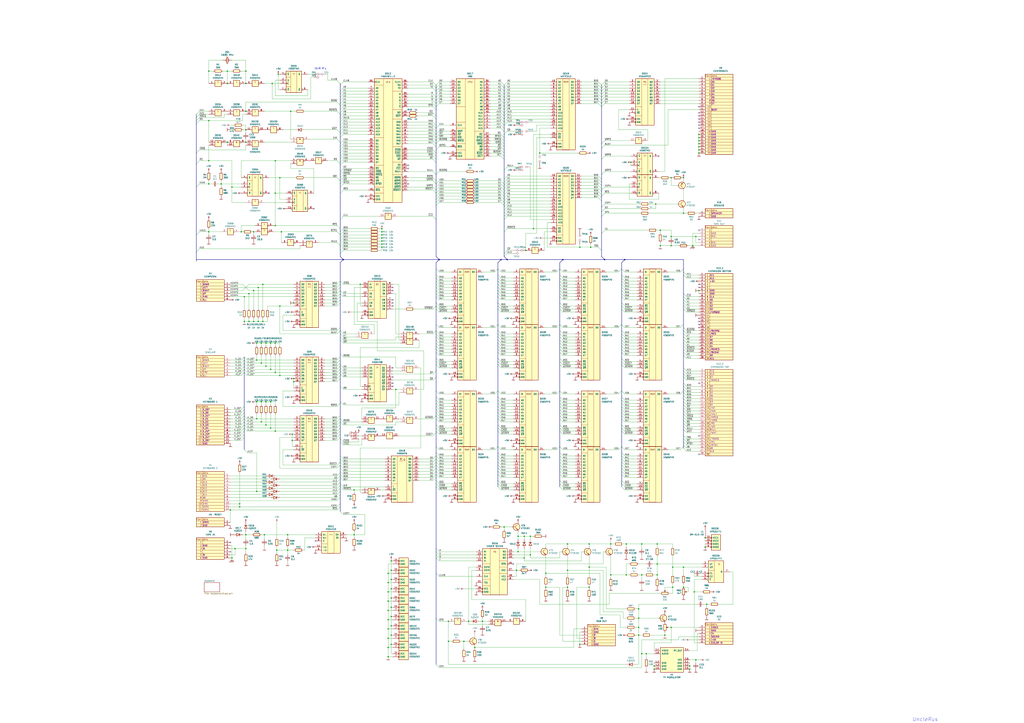
<source format=kicad_sch>
(kicad_sch (version 20230121) (generator eeschema)
  (paper "A1")
  (title_block (title "Quorum 128") (date "2019-12-14") (rev "1") (company "Kamil Karimov"))
  (junction (at 222.25 351.79))
  (junction (at 483.87 482.6))
  (junction (at 201.93 91.44))
  (junction (at 313.69 193.04))
  (junction (at 313.69 190.5))
  (junction (at 570.23 486.41))
  (junction (at 214.63 298.45))
  (junction (at 240.03 356.87))
  (junction (at 538.48 167.64))
  (junction (at 551.18 146.05))
  (junction (at 227.33 452.12))
  (junction (at 514.35 447.04))
  (junction (at 483.87 447.04))
  (junction (at 226.06 158.75))
  (junction (at 214.63 281.94))
  (junction (at 551.18 201.93))
  (junction (at 318.77 471.17))
  (junction (at 566.42 549.91))
  (junction (at 214.63 346.71))
  (junction (at 574.04 125.73))
  (junction (at 228.6 60.96))
  (junction (at 313.69 198.12))
  (junction (at 321.31 483.87))
  (junction (at 501.65 472.44))
  (junction (at 574.04 238.76))
  (junction (at 527.05 537.21))
  (junction (at 198.12 190.5))
  (junction (at 496.57 213.36))
  (junction (at 443.23 125.73))
  (junction (at 200.66 264.16))
  (junction (at 539.75 447.04))
  (junction (at 411.48 213.36))
  (junction (at 238.76 91.44))
  (junction (at 416.56 213.36))
  (junction (at 414.02 433.07))
  (junction (at 241.3 313.69))
  (junction (at 181.61 151.13))
  (junction (at 430.53 440.69))
  (junction (at 222.25 330.2))
  (junction (at 229.87 251.46))
  (junction (at 537.21 547.37))
  (junction (at 518.16 133.35))
  (junction (at 222.25 303.53))
  (junction (at 514.35 472.44))
  (junction (at 551.18 194.31))
  (junction (at 530.86 537.21))
  (junction (at 241.3 311.15))
  (junction (at 229.87 146.05))
  (junction (at 313.69 200.66))
  (junction (at 208.28 264.16))
  (junction (at 201.93 116.84))
  (junction (at 318.77 509.27))
  (junction (at 241.3 248.92))
  (junction (at 527.05 472.44))
  (junction (at 229.87 308.61))
  (junction (at 321.31 491.49))
  (junction (at 527.05 447.04))
  (junction (at 425.45 453.39))
  (junction (at 321.31 506.73))
  (junction (at 431.8 205.74))
  (junction (at 214.63 330.2))
  (junction (at 217.17 439.42))
  (junction (at 396.24 510.54))
  (junction (at 568.96 201.93))
  (junction (at 236.22 452.12))
  (junction (at 321.31 476.25))
  (junction (at 537.21 549.91))
  (junction (at 204.47 264.16))
  (junction (at 571.5 542.29))
  (junction (at 574.04 110.49))
  (junction (at 218.44 330.2))
  (junction (at 210.82 295.91))
  (junction (at 381 527.05))
  (junction (at 240.03 361.95))
  (junction (at 485.14 203.2))
  (junction (at 579.12 441.96))
  (junction (at 226.06 281.94))
  (junction (at 190.5 153.67))
  (junction (at 448.31 482.6))
  (junction (at 360.68 213.36))
  (junction (at 212.09 264.16))
  (junction (at 321.31 514.35))
  (junction (at 218.44 349.25))
  (junction (at 218.44 281.94))
  (junction (at 223.52 68.58))
  (junction (at 171.45 132.08))
  (junction (at 318.77 501.65))
  (junction (at 542.29 189.23))
  (junction (at 574.04 118.11))
  (junction (at 435.61 455.93))
  (junction (at 318.77 532.13))
  (junction (at 424.18 468.63))
  (junction (at 210.82 330.2))
  (junction (at 542.29 201.93))
  (junction (at 574.04 115.57))
  (junction (at 321.31 461.01))
  (junction (at 462.28 213.36))
  (junction (at 546.1 521.97))
  (junction (at 321.31 521.97))
  (junction (at 448.31 471.17))
  (junction (at 466.09 482.6))
  (junction (at 226.06 185.42))
  (junction (at 222.25 281.94))
  (junction (at 186.69 58.42))
  (junction (at 318.77 494.03))
  (junction (at 579.12 449.58))
  (junction (at 524.51 508))
  (junction (at 561.34 146.05))
  (junction (at 321.31 468.63))
  (junction (at 483.87 466.09))
  (junction (at 226.06 132.08))
  (junction (at 204.47 241.3))
  (junction (at 476.25 529.59))
  (junction (at 574.04 120.65))
  (junction (at 210.82 403.86))
  (junction (at 435.61 440.69))
  (junction (at 524.51 500.38))
  (junction (at 208.28 190.5))
  (junction (at 524.51 521.97))
  (junction (at 318.77 539.75))
  (junction (at 318.77 478.79))
  (junction (at 466.09 447.04))
  (junction (at 171.45 58.42))
  (junction (at 574.04 113.03))
  (junction (at 201.93 106.68))
  (junction (at 552.45 466.09))
  (junction (at 171.45 190.5))
  (junction (at 281.94 213.36))
  (junction (at 571.5 194.31))
  (junction (at 313.69 203.2))
  (junction (at 212.09 236.22))
  (junction (at 384.81 510.54))
  (junction (at 215.9 233.68))
  (junction (at 539.75 472.44))
  (junction (at 290.83 439.42))
  (junction (at 196.85 414.02))
  (junction (at 513.08 213.36))
  (junction (at 193.04 450.85))
  (junction (at 201.93 58.42))
  (junction (at 566.42 547.37))
  (junction (at 552.45 482.6))
  (junction (at 171.45 99.06))
  (junction (at 321.31 499.11))
  (junction (at 561.34 482.6))
  (junction (at 325.12 320.04))
  (junction (at 368.3 510.54))
  (junction (at 425.45 440.69))
  (junction (at 189.23 419.1))
  (junction (at 208.28 238.76))
  (junction (at 524.51 515.62))
  (junction (at 231.14 190.5))
  (junction (at 196.85 416.56))
  (junction (at 574.04 123.19))
  (junction (at 210.82 281.94))
  (junction (at 368.3 527.05))
  (junction (at 226.06 306.07))
  (junction (at 318.77 524.51))
  (junction (at 561.34 175.26))
  (junction (at 318.77 486.41))
  (junction (at 218.44 300.99))
  (junction (at 200.66 243.84))
  (junction (at 186.69 68.58))
  (junction (at 236.22 439.42))
  (junction (at 201.93 450.85))
  (junction (at 210.82 344.17))
  (junction (at 313.69 195.58))
  (junction (at 539.75 463.55))
  (junction (at 313.69 187.96))
  (junction (at 321.31 529.59))
  (junction (at 438.15 187.96))
  (junction (at 580.39 496.57))
  (junction (at 171.45 151.13))
  (junction (at 201.93 439.42))
  (junction (at 295.91 233.68))
  (junction (at 226.06 354.33))
  (junction (at 561.34 466.09))
  (junction (at 290.83 402.59))
  (junction (at 215.9 264.16))
  (junction (at 551.18 515.62))
  (junction (at 201.93 68.58))
  (junction (at 430.53 458.47))
  (junction (at 318.77 516.89))
  (junction (at 389.89 532.13))
  (junction (at 501.65 447.04))
  (junction (at 186.69 116.84))
  (junction (at 466.09 468.63))
  (junction (at 476.25 203.2))
  (junction (at 190.5 458.47))
  (no_connect (at 574.04 95.25))
  (no_connect (at 220.98 158.75))
  (no_connect (at 421.64 463.55))
  (no_connect (at 335.28 138.43))
  (no_connect (at 574.04 105.41))
  (no_connect (at 322.58 238.76))
  (no_connect (at 322.58 317.5))
  (no_connect (at 189.23 453.39))
  (no_connect (at 574.04 196.85))
  (no_connect (at 574.04 233.68))
  (no_connect (at 574.04 102.87))
  (no_connect (at 259.08 444.5))
  (no_connect (at 574.04 97.79))
  (no_connect (at 574.04 261.62))
  (no_connect (at 322.58 314.96))
  (no_connect (at 574.04 314.96))
  (no_connect (at 541.02 128.27))
  (no_connect (at 574.04 87.63))
  (no_connect (at 322.58 246.38))
  (no_connect (at 574.04 189.23))
  (no_connect (at 322.58 302.26))
  (no_connect (at 322.58 251.46))
  (no_connect (at 574.04 100.33))
  (no_connect (at 322.58 309.88))
  (no_connect (at 257.81 171.45))
  (no_connect (at 335.28 151.13))
  (no_connect (at 574.04 269.24))
  (no_connect (at 574.04 264.16))
  (no_connect (at 574.04 236.22))
  (no_connect (at 574.04 358.14))
  (no_connect (at 322.58 248.92))
  (no_connect (at 335.28 135.89))
  (no_connect (at 322.58 236.22))
  (no_connect (at 574.04 92.71))
  (no_connect (at 574.04 266.7))
  (no_connect (at 574.04 373.38))
  (no_connect (at 189.23 445.77))
  (bus_entry (at 491.49 67.31) (size 2.54 2.54))
  (bus_entry (at 360.68 223.52) (size -2.54 -2.54))
  (bus_entry (at 360.68 379.73) (size -2.54 -2.54))
  (bus_entry (at 411.48 125.73) (size 2.54 2.54))
  (bus_entry (at 462.28 251.46) (size -2.54 -2.54))
  (bus_entry (at 462.28 287.02) (size -2.54 -2.54))
  (bus_entry (at 513.08 402.59) (size -2.54 -2.54))
  (bus_entry (at 411.48 251.46) (size -2.54 -2.54))
  (bus_entry (at 279.4 295.91) (size -2.54 2.54))
  (bus_entry (at 360.68 341.63) (size -2.54 -2.54))
  (bus_entry (at 563.88 332.74) (size -2.54 -2.54))
  (bus_entry (at 360.68 351.79) (size -2.54 -2.54))
  (bus_entry (at 508 323.85) (size 2.54 -2.54))
  (bus_entry (at 513.08 377.19) (size -2.54 -2.54))
  (bus_entry (at 513.08 276.86) (size -2.54 -2.54))
  (bus_entry (at 203.2 372.11) (size -2.54 -2.54))
  (bus_entry (at 198.12 361.95) (size 2.54 -2.54))
  (bus_entry (at 491.49 152.4) (size 2.54 2.54))
  (bus_entry (at 414.02 80.01) (size 2.54 -2.54))
  (bus_entry (at 279.4 391.16) (size -2.54 2.54))
  (bus_entry (at 462.28 299.72) (size -2.54 -2.54))
  (bus_entry (at 279.4 233.68) (size -2.54 2.54))
  (bus_entry (at 203.2 303.53) (size -2.54 -2.54))
  (bus_entry (at 279.4 269.24) (size -2.54 2.54))
  (bus_entry (at 198.12 308.61) (size 2.54 -2.54))
  (bus_entry (at 563.88 368.3) (size -2.54 -2.54))
  (bus_entry (at 279.4 356.87) (size -2.54 2.54))
  (bus_entry (at 462.28 323.85) (size -2.54 -2.54))
  (bus_entry (at 198.12 306.07) (size 2.54 -2.54))
  (bus_entry (at 462.28 331.47) (size -2.54 -2.54))
  (bus_entry (at 360.68 287.02) (size -2.54 -2.54))
  (bus_entry (at 279.4 303.53) (size -2.54 2.54))
  (bus_entry (at 279.4 82.55) (size 2.54 -2.54))
  (bus_entry (at 203.2 295.91) (size -2.54 -2.54))
  (bus_entry (at 279.4 187.96) (size -2.54 -2.54))
  (bus_entry (at 411.48 328.93) (size -2.54 -2.54))
  (bus_entry (at 496.57 85.09) (size -2.54 2.54))
  (bus_entry (at 279.4 379.73) (size 2.54 2.54))
  (bus_entry (at 414.02 123.19) (size -2.54 -2.54))
  (bus_entry (at 462.28 339.09) (size -2.54 -2.54))
  (bus_entry (at 279.4 359.41) (size -2.54 2.54))
  (bus_entry (at 414.02 154.94) (size 2.54 -2.54))
  (bus_entry (at 358.14 148.59) (size -2.54 -2.54))
  (bus_entry (at 414.02 170.18) (size 2.54 -2.54))
  (bus_entry (at 414.02 69.85) (size -2.54 -2.54))
  (bus_entry (at 414.02 77.47) (size -2.54 -2.54))
  (bus_entry (at 358.14 355.6) (size -2.54 2.54))
  (bus_entry (at 414.02 92.71) (size 2.54 -2.54))
  (bus_entry (at 496.57 128.27) (size -2.54 2.54))
  (bus_entry (at 411.48 384.81) (size -2.54 -2.54))
  (bus_entry (at 279.4 193.04) (size -2.54 -2.54))
  (bus_entry (at 414.02 100.33) (size 2.54 -2.54))
  (bus_entry (at 279.4 398.78) (size -2.54 2.54))
  (bus_entry (at 198.12 341.63) (size 2.54 -2.54))
  (bus_entry (at 558.8 369.57) (size 2.54 -2.54))
  (bus_entry (at 279.4 354.33) (size -2.54 2.54))
  (bus_entry (at 411.48 151.13) (size 2.54 2.54))
  (bus_entry (at 281.94 187.96) (size -2.54 2.54))
  (bus_entry (at 563.88 228.6) (size -2.54 -2.54))
  (bus_entry (at 414.02 149.86) (size 2.54 -2.54))
  (bus_entry (at 508 269.24) (size 2.54 -2.54))
  (bus_entry (at 414.02 175.26) (size 2.54 -2.54))
  (bus_entry (at 360.68 153.67) (size -2.54 2.54))
  (bus_entry (at 563.88 320.04) (size -2.54 -2.54))
  (bus_entry (at 360.68 163.83) (size -2.54 2.54))
  (bus_entry (at 360.68 110.49) (size -2.54 2.54))
  (bus_entry (at 414.02 87.63) (size -2.54 -2.54))
  (bus_entry (at 563.88 360.68) (size -2.54 -2.54))
  (bus_entry (at 563.88 304.8) (size -2.54 -2.54))
  (bus_entry (at 279.4 109.22) (size -2.54 -2.54))
  (bus_entry (at 462.28 377.19) (size -2.54 -2.54))
  (bus_entry (at 462.28 231.14) (size -2.54 -2.54))
  (bus_entry (at 279.4 302.26) (size 2.54 2.54))
  (bus_entry (at 279.4 300.99) (size -2.54 2.54))
  (bus_entry (at 279.4 116.84) (size -2.54 -2.54))
  (bus_entry (at 414.02 74.93) (size -2.54 -2.54))
  (bus_entry (at 414.02 180.34) (size 2.54 -2.54))
  (bus_entry (at 358.14 158.75) (size -2.54 -2.54))
  (bus_entry (at 360.68 344.17) (size -2.54 -2.54))
  (bus_entry (at 360.68 281.94) (size -2.54 -2.54))
  (bus_entry (at 513.08 243.84) (size -2.54 -2.54))
  (bus_entry (at 411.48 231.14) (size -2.54 -2.54))
  (bus_entry (at 360.68 397.51) (size -2.54 -2.54))
  (bus_entry (at 496.57 67.31) (size -2.54 2.54))
  (bus_entry (at 508 369.57) (size 2.54 -2.54))
  (bus_entry (at 563.88 274.32) (size -2.54 -2.54))
  (bus_entry (at 411.48 166.37) (size 2.54 2.54))
  (bus_entry (at 411.48 336.55) (size -2.54 -2.54))
  (bus_entry (at 513.08 346.71) (size -2.54 -2.54))
  (bus_entry (at 462.28 397.51) (size -2.54 -2.54))
  (bus_entry (at 203.2 306.07) (size -2.54 -2.54))
  (bus_entry (at 462.28 344.17) (size -2.54 -2.54))
  (bus_entry (at 496.57 119.38) (size -2.54 2.54))
  (bus_entry (at 360.68 161.29) (size -2.54 2.54))
  (bus_entry (at 281.94 193.04) (size -2.54 2.54))
  (bus_entry (at 563.88 355.6) (size -2.54 -2.54))
  (bus_entry (at 279.4 374.65) (size 2.54 2.54))
  (bus_entry (at 279.4 128.27) (size 2.54 -2.54))
  (bus_entry (at 513.08 246.38) (size -2.54 -2.54))
  (bus_entry (at 411.48 299.72) (size -2.54 -2.54))
  (bus_entry (at 411.48 297.18) (size -2.54 -2.54))
  (bus_entry (at 411.48 302.26) (size -2.54 -2.54))
  (bus_entry (at 360.68 328.93) (size -2.54 -2.54))
  (bus_entry (at 358.14 133.35) (size -2.54 -2.54))
  (bus_entry (at 279.4 346.71) (size -2.54 2.54))
  (bus_entry (at 513.08 374.65) (size -2.54 -2.54))
  (bus_entry (at 161.29 193.04) (size 2.54 -2.54))
  (bus_entry (at 462.28 387.35) (size -2.54 -2.54))
  (bus_entry (at 279.4 153.67) (size 2.54 -2.54))
  (bus_entry (at 198.12 336.55) (size 2.54 -2.54))
  (bus_entry (at 462.28 274.32) (size -2.54 -2.54))
  (bus_entry (at 358.14 82.55) (size -2.54 -2.54))
  (bus_entry (at 411.48 287.02) (size -2.54 -2.54))
  (bus_entry (at 360.68 156.21) (size -2.54 2.54))
  (bus_entry (at 411.48 113.03) (size 2.54 2.54))
  (bus_entry (at 358.14 120.65) (size -2.54 -2.54))
  (bus_entry (at 281.94 190.5) (size -2.54 2.54))
  (bus_entry (at 508 223.52) (size 2.54 -2.54))
  (bus_entry (at 411.48 369.57) (size -2.54 -2.54))
  (bus_entry (at 279.4 317.5) (size 2.54 2.54))
  (bus_entry (at 491.49 147.32) (size 2.54 2.54))
  (bus_entry (at 203.2 349.25) (size -2.54 -2.54))
  (bus_entry (at 279.4 346.71) (size 2.54 2.54))
  (bus_entry (at 279.4 241.3) (size -2.54 2.54))
  (bus_entry (at 281.94 195.58) (size -2.54 2.54))
  (bus_entry (at 414.02 77.47) (size 2.54 -2.54))
  (bus_entry (at 513.08 233.68) (size -2.54 -2.54))
  (bus_entry (at 411.48 279.4) (size -2.54 -2.54))
  (bus_entry (at 513.08 339.09) (size -2.54 -2.54))
  (bus_entry (at 563.88 246.38) (size -2.54 -2.54))
  (bus_entry (at 360.68 120.65) (size -2.54 2.54))
  (bus_entry (at 279.4 248.92) (size -2.54 2.54))
  (bus_entry (at 360.68 228.6) (size -2.54 -2.54))
  (bus_entry (at 360.68 279.4) (size -2.54 -2.54))
  (bus_entry (at 414.02 105.41) (size -2.54 -2.54))
  (bus_entry (at 279.4 74.93) (size 2.54 -2.54))
  (bus_entry (at 360.68 85.09) (size -2.54 2.54))
  (bus_entry (at 563.88 322.58) (size -2.54 -2.54))
  (bus_entry (at 462.28 236.22) (size -2.54 -2.54))
  (bus_entry (at 360.68 402.59) (size -2.54 -2.54))
  (bus_entry (at 491.49 85.09) (size 2.54 2.54))
  (bus_entry (at 360.68 74.93) (size -2.54 2.54))
  (bus_entry (at 563.88 337.82) (size -2.54 -2.54))
  (bus_entry (at 496.57 153.67) (size -2.54 2.54))
  (bus_entry (at 279.4 85.09) (size 2.54 -2.54))
  (bus_entry (at 462.28 292.1) (size -2.54 -2.54))
  (bus_entry (at 279.4 92.71) (size 2.54 -2.54))
  (bus_entry (at 279.4 344.17) (size 2.54 2.54))
  (bus_entry (at 411.48 269.24) (size -2.54 -2.54))
  (bus_entry (at 358.14 74.93) (size -2.54 -2.54))
  (bus_entry (at 279.4 396.24) (size -2.54 2.54))
  (bus_entry (at 279.4 100.33) (size 2.54 -2.54))
  (bus_entry (at 279.4 274.32) (size 2.54 2.54))
  (bus_entry (at 406.4 223.52) (size 2.54 -2.54))
  (bus_entry (at 414.02 152.4) (size 2.54 -2.54))
  (bus_entry (at 411.48 161.29) (size 2.54 2.54))
  (bus_entry (at 161.29 153.67) (size 2.54 -2.54))
  (bus_entry (at 406.4 369.57) (size 2.54 -2.54))
  (bus_entry (at 491.49 162.56) (size 2.54 2.54))
  (bus_entry (at 358.14 304.8) (size -2.54 2.54))
  (bus_entry (at 279.4 158.75) (size 2.54 -2.54))
  (bus_entry (at 279.4 382.27) (size -2.54 2.54))
  (bus_entry (at 279.4 69.85) (size 2.54 -2.54))
  (bus_entry (at 563.88 251.46) (size -2.54 -2.54))
  (bus_entry (at 360.68 72.39) (size -2.54 2.54))
  (bus_entry (at 496.57 82.55) (size -2.54 2.54))
  (bus_entry (at 513.08 400.05) (size -2.54 -2.54))
  (bus_entry (at 279.4 293.37) (size -2.54 2.54))
  (bus_entry (at 462.28 228.6) (size -2.54 -2.54))
  (bus_entry (at 360.68 331.47) (size -2.54 -2.54))
  (bus_entry (at 411.48 397.51) (size -2.54 -2.54))
  (bus_entry (at 462.28 374.65) (size -2.54 -2.54))
  (bus_entry (at 411.48 228.6) (size -2.54 -2.54))
  (bus_entry (at 279.4 401.32) (size -2.54 2.54))
  (bus_entry (at 358.14 271.78) (size -2.54 2.54))
  (bus_entry (at 279.4 414.02) (size -2.54 2.54))
  (bus_entry (at 411.48 274.32) (size -2.54 -2.54))
  (bus_entry (at 414.02 118.11) (size -2.54 -2.54))
  (bus_entry (at 414.02 69.85) (size 2.54 -2.54))
  (bus_entry (at 414.02 92.71) (size -2.54 -2.54))
  (bus_entry (at 563.88 340.36) (size -2.54 -2.54))
  (bus_entry (at 462.28 279.4) (size -2.54 -2.54))
  (bus_entry (at 279.4 279.4) (size 2.54 2.54))
  (bus_entry (at 358.14 72.39) (size -2.54 -2.54))
  (bus_entry (at 279.4 231.14) (size -2.54 2.54))
  (bus_entry (at 414.02 165.1) (size 2.54 -2.54))
  (bus_entry (at 411.48 289.56) (size -2.54 -2.54))
  (bus_entry (at 279.4 134.62) (size -2.54 -2.54))
  (bus_entry (at 411.48 148.59) (size 2.54 2.54))
  (bus_entry (at 462.28 238.76) (size -2.54 -2.54))
  (bus_entry (at 411.48 387.35) (size -2.54 -2.54))
  (bus_entry (at 360.68 387.35) (size -2.54 -2.54))
  (bus_entry (at 358.14 69.85) (size -2.54 -2.54))
  (bus_entry (at 279.4 331.47) (size -2.54 2.54))
  (bus_entry (at 411.48 243.84) (size -2.54 -2.54))
  (bus_entry (at 414.02 95.25) (size -2.54 -2.54))
  (bus_entry (at 358.14 118.11) (size -2.54 -2.54))
  (bus_entry (at 358.14 125.73) (size -2.54 -2.54))
  (bus_entry (at 360.68 369.57) (size -2.54 -2.54))
  (bus_entry (at 414.02 102.87) (size -2.54 -2.54))
  (bus_entry (at 279.4 299.72) (size 2.54 2.54))
  (bus_entry (at 414.02 107.95) (size -2.54 -2.54))
  (bus_entry (at 360.68 354.33) (size -2.54 -2.54))
  (bus_entry (at 358.14 156.21) (size -2.54 -2.54))
  (bus_entry (at 513.08 351.79) (size -2.54 -2.54))
  (bus_entry (at 414.02 72.39) (size 2.54 -2.54))
  (bus_entry (at 462.28 334.01) (size -2.54 -2.54))
  (bus_entry (at 279.4 271.78) (size 2.54 2.54))
  (bus_entry (at 279.4 377.19) (size 2.54 2.54))
  (bus_entry (at 198.12 356.87) (size 2.54 -2.54))
  (bus_entry (at 411.48 339.09) (size -2.54 -2.54))
  (bus_entry (at 360.68 115.57) (size -2.54 2.54))
  (bus_entry (at 411.48 331.47) (size -2.54 -2.54))
  (bus_entry (at 496.57 189.23) (size -2.54 2.54))
  (bus_entry (at 496.57 69.85) (size -2.54 2.54))
  (bus_entry (at 414.02 97.79) (size 2.54 -2.54))
  (bus_entry (at 279.4 180.34) (size 2.54 -2.54))
  (bus_entry (at 414.02 100.33) (size -2.54 -2.54))
  (bus_entry (at 279.4 201.93) (size -2.54 -2.54))
  (bus_entry (at 491.49 149.86) (size 2.54 2.54))
  (bus_entry (at 414.02 162.56) (size 2.54 -2.54))
  (bus_entry (at 279.4 130.81) (size 2.54 -2.54))
  (bus_entry (at 360.68 461.01) (size -2.54 -2.54))
  (bus_entry (at 198.12 351.79) (size 2.54 -2.54))
  (bus_entry (at 360.68 284.48) (size -2.54 -2.54))
  (bus_entry (at 462.28 402.59) (size -2.54 -2.54))
  (bus_entry (at 358.14 113.03) (size -2.54 -2.54))
  (bus_entry (at 414.02 110.49) (size 2.54 -2.54))
  (bus_entry (at 496.57 77.47) (size -2.54 2.54))
  (bus_entry (at 513.08 241.3) (size -2.54 -2.54))
  (bus_entry (at 462.28 243.84) (size -2.54 -2.54))
  (bus_entry (at 360.68 238.76) (size -2.54 -2.54))
  (bus_entry (at 411.48 346.71) (size -2.54 -2.54))
  (bus_entry (at 563.88 327.66) (size -2.54 -2.54))
  (bus_entry (at 496.57 115.57) (size -2.54 2.54))
  (bus_entry (at 360.68 473.71) (size -2.54 -2.54))
  (bus_entry (at 198.12 346.71) (size 2.54 -2.54))
  (bus_entry (at 563.88 312.42) (size -2.54 -2.54))
  (bus_entry (at 462.28 256.54) (size -2.54 -2.54))
  (bus_entry (at 358.14 80.01) (size -2.54 -2.54))
  (bus_entry (at 281.94 198.12) (size -2.54 2.54))
  (bus_entry (at 360.68 140.97) (size -2.54 2.54))
  (bus_entry (at 358.14 387.35) (size -2.54 2.54))
  (bus_entry (at 198.12 354.33) (size 2.54 -2.54))
  (bus_entry (at 563.88 350.52) (size -2.54 -2.54))
  (bus_entry (at 279.4 363.22) (size 2.54 2.54))
  (bus_entry (at 203.2 354.33) (size -2.54 -2.54))
  (bus_entry (at 198.12 349.25) (size 2.54 -2.54))
  (bus_entry (at 360.68 243.84) (size -2.54 -2.54))
  (bus_entry (at 360.68 334.01) (size -2.54 -2.54))
  (bus_entry (at 513.08 287.02) (size -2.54 -2.54))
  (bus_entry (at 491.49 144.78) (size 2.54 2.54))
  (bus_entry (at 279.4 148.59) (size -2.54 -2.54))
  (bus_entry (at 513.08 289.56) (size -2.54 -2.54))
  (bus_entry (at 491.49 74.93) (size 2.54 2.54))
  (bus_entry (at 279.4 110.49) (size 2.54 -2.54))
  (bus_entry (at 279.4 403.86) (size -2.54 2.54))
  (bus_entry (at 279.4 231.14) (size 2.54 2.54))
  (bus_entry (at 411.48 334.01) (size -2.54 -2.54))
  (bus_entry (at 563.88 342.9) (size -2.54 -2.54))
  (bus_entry (at 358.14 377.19) (size -2.54 2.54))
  (bus_entry (at 563.88 347.98) (size -2.54 -2.54))
  (bus_entry (at 406.4 269.24) (size 2.54 -2.54))
  (bus_entry (at 279.4 241.3) (size 2.54 2.54))
  (bus_entry (at 563.88 289.56) (size -2.54 -2.54))
  (bus_entry (at 360.68 233.68) (size -2.54 -2.54))
  (bus_entry (at 203.2 298.45) (size -2.54 -2.54))
  (bus_entry (at 360.68 297.18) (size -2.54 -2.54))
  (bus_entry (at 279.4 90.17) (size 2.54 -2.54))
  (bus_entry (at 411.48 233.68) (size -2.54 -2.54))
  (bus_entry (at 279.4 306.07) (size -2.54 2.54))
  (bus_entry (at 411.48 341.63) (size -2.54 -2.54))
  (bus_entry (at 360.68 455.93) (size -2.54 -2.54))
  (bus_entry (at 411.48 256.54) (size -2.54 -2.54))
  (bus_entry (at 513.08 369.57) (size -2.54 -2.54))
  (bus_entry (at 358.14 389.89) (size -2.54 2.54))
  (bus_entry (at 358.14 180.34) (size -2.54 -2.54))
  (bus_entry (at 360.68 382.27) (size -2.54 -2.54))
  (bus_entry (at 462.28 297.18) (size -2.54 -2.54))
  (bus_entry (at 513.08 323.85) (size -2.54 -2.54))
  (bus_entry (at 358.14 95.25) (size -2.54 -2.54))
  (bus_entry (at 360.68 113.03) (size -2.54 2.54))
  (bus_entry (at 414.02 139.7) (size 2.54 -2.54))
  (bus_entry (at 563.88 307.34) (size -2.54 -2.54))
  (bus_entry (at 360.68 548.64) (size -2.54 -2.54))
  (bus_entry (at 414.02 97.79) (size -2.54 -2.54))
  (bus_entry (at 563.88 325.12) (size -2.54 -2.54))
  (bus_entry (at 279.4 143.51) (size 2.54 -2.54))
  (bus_entry (at 513.08 279.4) (size -2.54 -2.54))
  (bus_entry (at 360.68 299.72) (size -2.54 -2.54))
  (bus_entry (at 462.28 382.27) (size -2.54 -2.54))
  (bus_entry (at 462.28 302.26) (size -2.54 -2.54))
  (bus_entry (at 496.57 171.45) (size -2.54 2.54))
  (bus_entry (at 563.88 365.76) (size -2.54 -2.54))
  (bus_entry (at 279.4 360.68) (size 2.54 2.54))
  (bus_entry (at 358.14 97.79) (size -2.54 -2.54))
  (bus_entry (at 513.08 238.76) (size -2.54 -2.54))
  (bus_entry (at 279.4 400.05) (size 2.54 2.54))
  (bus_entry (at 406.4 323.85) (size 2.54 -2.54))
  (bus_entry (at 411.48 379.73) (size -2.54 -2.54))
  (bus_entry (at 411.48 254) (size -2.54 -2.54))
  (bus_entry (at 414.02 102.87) (size 2.54 -2.54))
  (bus_entry (at 360.68 374.65) (size -2.54 -2.54))
  (bus_entry (at 203.2 346.71) (size -2.54 -2.54))
  (bus_entry (at 360.68 453.39) (size -2.54 -2.54))
  (bus_entry (at 462.28 400.05) (size -2.54 -2.54))
  (bus_entry (at 496.57 167.64) (size -2.54 2.54))
  (bus_entry (at 513.08 392.43) (size -2.54 -2.54))
  (bus_entry (at 462.28 284.48) (size -2.54 -2.54))
  (bus_entry (at 358.14 143.51) (size -2.54 -2.54))
  (bus_entry (at 411.48 389.89) (size -2.54 -2.54))
  (bus_entry (at 360.68 276.86) (size -2.54 -2.54))
  (bus_entry (at 513.08 281.94) (size -2.54 -2.54))
  (bus_entry (at 457.2 323.85) (size 2.54 -2.54))
  (bus_entry (at 360.68 458.47) (size -2.54 -2.54))
  (bus_entry (at 360.68 356.87) (size -2.54 -2.54))
  (bus_entry (at 462.28 346.71) (size -2.54 -2.54))
  (bus_entry (at 279.4 304.8) (size 2.54 2.54))
  (bus_entry (at 279.4 382.27) (size 2.54 2.54))
  (bus_entry (at 161.29 93.98) (size 2.54 -2.54))
  (bus_entry (at 558.8 223.52) (size 2.54 -2.54))
  (bus_entry (at 462.28 281.94) (size -2.54 -2.54))
  (bus_entry (at 360.68 166.37) (size -2.54 2.54))
  (bus_entry (at 360.68 400.05) (size -2.54 -2.54))
  (bus_entry (at 513.08 299.72) (size -2.54 -2.54))
  (bus_entry (at 513.08 292.1) (size -2.54 -2.54))
  (bus_entry (at 411.48 323.85) (size -2.54 -2.54))
  (bus_entry (at 558.8 269.24) (size 2.54 -2.54))
  (bus_entry (at 279.4 113.03) (size 2.54 -2.54))
  (bus_entry (at 358.14 102.87) (size -2.54 -2.54))
  (bus_entry (at 360.68 69.85) (size -2.54 2.54))
  (bus_entry (at 513.08 331.47) (size -2.54 -2.54))
  (bus_entry (at 360.68 67.31) (size -2.54 2.54))
  (bus_entry (at 513.08 254) (size -2.54 -2.54))
  (bus_entry (at 563.88 284.48) (size -2.54 -2.54))
  (bus_entry (at 513.08 356.87) (size -2.54 -2.54))
  (bus_entry (at 563.88 271.78) (size -2.54 -2.54))
  (bus_entry (at 279.4 97.79) (size 2.54 -2.54))
  (bus_entry (at 462.28 289.56) (size -2.54 -2.54))
  (bus_entry (at 513.08 231.14) (size -2.54 -2.54))
  (bus_entry (at 203.2 308.61) (size -2.54 -2.54))
  (bus_entry (at 281.94 205.74) (size -2.54 2.54))
  (bus_entry (at 360.68 274.32) (size -2.54 -2.54))
  (bus_entry (at 279.4 397.51) (size 2.54 2.54))
  (bus_entry (at 198.12 344.17) (size 2.54 -2.54))
  (bus_entry (at 279.4 105.41) (size 2.54 -2.54))
  (bus_entry (at 462.28 246.38) (size -2.54 -2.54))
  (bus_entry (at 513.08 228.6) (size -2.54 -2.54))
  (bus_entry (at 360.68 346.71) (size -2.54 -2.54))
  (bus_entry (at 411.48 281.94) (size -2.54 -2.54))
  (bus_entry (at 496.57 140.97) (size -2.54 2.54))
  (bus_entry (at 414.02 72.39) (size -2.54 -2.54))
  (bus_entry (at 360.68 289.56) (size -2.54 -2.54))
  (bus_entry (at 360.68 102.87) (size -2.54 2.54))
  (bus_entry (at 563.88 294.64) (size -2.54 -2.54))
  (bus_entry (at 563.88 287.02) (size -2.54 -2.54))
  (bus_entry (at 563.88 335.28) (size -2.54 -2.54))
  (bus_entry (at 360.68 384.81) (size -2.54 -2.54))
  (bus_entry (at 279.4 151.13) (size 2.54 -2.54))
  (bus_entry (at 563.88 248.92) (size -2.54 -2.54))
  (bus_entry (at 462.28 254) (size -2.54 -2.54))
  (bus_entry (at 360.68 323.85) (size -2.54 -2.54))
  (bus_entry (at 203.2 344.17) (size -2.54 -2.54))
  (bus_entry (at 411.48 400.05) (size -2.54 -2.54))
  (bus_entry (at 494.03 205.74) (size -2.54 -2.54))
  (bus_entry (at 360.68 107.95) (size -2.54 2.54))
  (bus_entry (at 496.57 74.93) (size -2.54 2.54))
  (bus_entry (at 279.4 140.97) (size 2.54 -2.54))
  (bus_entry (at 279.4 236.22) (size -2.54 2.54))
  (bus_entry (at 462.28 241.3) (size -2.54 -2.54))
  (bus_entry (at 360.68 377.19) (size -2.54 -2.54))
  (bus_entry (at 513.08 269.24) (size -2.54 -2.54))
  (bus_entry (at 358.14 309.88) (size -2.54 2.54))
  (bus_entry (at 279.4 379.73) (size -2.54 2.54))
  (bus_entry (at 198.12 300.99) (size 2.54 -2.54))
  (bus_entry (at 496.57 80.01) (size -2.54 2.54))
  (bus_entry (at 513.08 256.54) (size -2.54 -2.54))
  (bus_entry (at 279.4 344.17) (size -2.54 2.54))
  (bus_entry (at 198.12 303.53) (size 2.54 -2.54))
  (bus_entry (at 198.12 359.41) (size 2.54 -2.54))
  (bus_entry (at 414.02 208.28) (size 2.54 -2.54))
  (bus_entry (at 360.68 148.59) (size -2.54 2.54))
  (bus_entry (at 411.48 292.1) (size -2.54 -2.54))
  (bus_entry (at 360.68 292.1) (size -2.54 -2.54))
  (bus_entry (at 360.68 339.09) (size -2.54 -2.54))
  (bus_entry (at 360.68 302.26) (size -2.54 -2.54))
  (bus_entry (at 496.57 175.26) (size -2.54 2.54))
  (bus_entry (at 358.14 384.81) (size -2.54 2.54))
  (bus_entry (at 279.4 95.25) (size 2.54 -2.54))
  (bus_entry (at 414.02 85.09) (size -2.54 -2.54))
  (bus_entry (at 360.68 392.43) (size -2.54 -2.54))
  (bus_entry (at 513.08 382.27) (size -2.54 -2.54))
  (bus_entry (at 491.49 72.39) (size 2.54 2.54))
  (bus_entry (at 411.48 276.86) (size -2.54 -2.54))
  (bus_entry (at 563.88 281.94) (size -2.54 -2.54))
  (bus_entry (at 279.4 384.81) (size 2.54 2.54))
  (bus_entry (at 360.68 256.54) (size -2.54 -2.54))
  (bus_entry (at 411.48 223.52) (size -2.54 -2.54))
  (bus_entry (at 279.4 238.76) (size -2.54 2.54))
  (bus_entry (at 411.48 284.48) (size -2.54 -2.54))
  (bus_entry (at 411.48 246.38) (size -2.54 -2.54))
  (bus_entry (at 358.14 151.13) (size -2.54 -2.54))
  (bus_entry (at 563.88 309.88) (size -2.54 -2.54))
  (bus_entry (at 414.02 87.63) (size 2.54 -2.54))
  (bus_entry (at 414.02 125.73) (size -2.54 -2.54))
  (bus_entry (at 279.4 276.86) (size 2.54 2.54))
  (bus_entry (at 563.88 256.54) (size -2.54 -2.54))
  (bus_entry (at 563.88 345.44) (size -2.54 -2.54))
  (bus_entry (at 563.88 317.5) (size -2.54 -2.54))
  (bus_entry (at 414.02 177.8) (size 2.54 -2.54))
  (bus_entry (at 198.12 339.09) (size 2.54 -2.54))
  (bus_entry (at 462.28 354.33) (size -2.54 -2.54))
  (bus_entry (at 462.28 223.52) (size -2.54 -2.54))
  (bus_entry (at 279.4 290.83) (size 2.54 2.54))
  (bus_entry (at 360.68 151.13) (size -2.54 2.54))
  (bus_entry (at 279.4 102.87) (size 2.54 -2.54))
  (bus_entry (at 513.08 334.01) (size -2.54 -2.54))
  (bus_entry (at 513.08 379.73) (size -2.54 -2.54))
  (bus_entry (at 414.02 82.55) (size 2.54 -2.54))
  (bus_entry (at 411.48 382.27) (size -2.54 -2.54))
  (bus_entry (at 462.28 369.57) (size -2.54 -2.54))
  (bus_entry (at 513.08 274.32) (size -2.54 -2.54))
  (bus_entry (at 457.2 223.52) (size 2.54 -2.54))
  (bus_entry (at 279.4 387.35) (size 2.54 2.54))
  (bus_entry (at 513.08 284.48) (size -2.54 -2.54))
  (bus_entry (at 414.02 160.02) (size 2.54 -2.54))
  (bus_entry (at 462.28 356.87) (size -2.54 -2.54))
  (bus_entry (at 279.4 80.01) (size 2.54 -2.54))
  (bus_entry (at 496.57 158.75) (size -2.54 2.54))
  (bus_entry (at 411.48 344.17) (size -2.54 -2.54))
  (bus_entry (at 491.49 69.85) (size 2.54 2.54))
  (bus_entry (at 414.02 147.32) (size 2.54 -2.54))
  (bus_entry (at 358.14 379.73) (size -2.54 2.54))
  (bus_entry (at 279.4 68.58) (size -2.54 -2.54))
  (bus_entry (at 279.4 93.98) (size -2.54 -2.54))
  (bus_entry (at 360.68 269.24) (size -2.54 -2.54))
  (bus_entry (at 279.4 120.65) (size 2.54 -2.54))
  (bus_entry (at 411.48 238.76) (size -2.54 -2.54))
  (bus_entry (at 360.68 510.54) (size -2.54 -2.54))
  (bus_entry (at 462.28 341.63) (size -2.54 -2.54))
  (bus_entry (at 513.08 384.81) (size -2.54 -2.54))
  (bus_entry (at 513.08 389.89) (size -2.54 -2.54))
  (bus_entry (at 513.08 341.63) (size -2.54 -2.54))
  (bus_entry (at 358.14 87.63) (size -2.54 -2.54))
  (bus_entry (at 414.02 90.17) (size -2.54 -2.54))
  (bus_entry (at 411.48 110.49) (size 2.54 2.54))
  (bus_entry (at 411.48 236.22) (size -2.54 -2.54))
  (bus_entry (at 462.28 336.55) (size -2.54 -2.54))
  (bus_entry (at 279.4 307.34) (size 2.54 2.54))
  (bus_entry (at 411.48 356.87) (size -2.54 -2.54))
  (bus_entry (at 279.4 308.61) (size -2.54 2.54))
  (bus_entry (at 360.68 231.14) (size -2.54 -2.54))
  (bus_entry (at 513.08 354.33) (size -2.54 -2.54))
  (bus_entry (at 411.48 377.19) (size -2.54 -2.54))
  (bus_entry (at 414.02 90.17) (size 2.54 -2.54))
  (bus_entry (at 491.49 160.02) (size 2.54 2.54))
  (bus_entry (at 279.4 146.05) (size 2.54 -2.54))
  (bus_entry (at 411.48 153.67) (size 2.54 2.54))
  (bus_entry (at 279.4 392.43) (size 2.54 2.54))
  (bus_entry (at 411.48 351.79) (size -2.54 -2.54))
  (bus_entry (at 513.08 397.51) (size -2.54 -2.54))
  (bus_entry (at 161.29 99.06) (size 2.54 -2.54))
  (bus_entry (at 496.57 72.39) (size -2.54 2.54))
  (bus_entry (at 462.28 379.73) (size -2.54 -2.54))
  (bus_entry (at 279.4 349.25) (size -2.54 2.54))
  (bus_entry (at 279.4 125.73) (size 2.54 -2.54))
  (bus_entry (at 513.08 344.17) (size -2.54 -2.54))
  (bus_entry (at 161.29 125.73) (size 2.54 -2.54))
  (bus_entry (at 491.49 77.47) (size 2.54 2.54))
  (bus_entry (at 462.28 389.89) (size -2.54 -2.54))
  (bus_entry (at 513.08 328.93) (size -2.54 -2.54))
  (bus_entry (at 462.28 384.81) (size -2.54 -2.54))
  (bus_entry (at 279.4 351.79) (size -2.54 2.54))
  (bus_entry (at 462.28 351.79) (size -2.54 -2.54))
  (bus_entry (at 563.88 292.1) (size -2.54 -2.54))
  (bus_entry (at 279.4 148.59) (size 2.54 -2.54))
  (bus_entry (at 358.14 110.49) (size -2.54 -2.54))
  (bus_entry (at 411.48 374.65) (size -2.54 -2.54))
  (bus_entry (at 563.88 243.84) (size -2.54 -2.54))
  (bus_entry (at 358.14 128.27) (size -2.54 -2.54))
  (bus_entry (at 360.68 251.46) (size -2.54 -2.54))
  (bus_entry (at 462.28 269.24) (size -2.54 -2.54))
  (bus_entry (at 279.4 135.89) (size 2.54 -2.54))
  (bus_entry (at 279.4 389.89) (size 2.54 2.54))
  (bus_entry (at 279.4 86.36) (size -2.54 -2.54))
  (bus_entry (at 457.2 269.24) (size 2.54 -2.54))
  (bus_entry (at 161.29 207.01) (size 2.54 -2.54))
  (bus_entry (at 279.4 107.95) (size 2.54 -2.54))
  (bus_entry (at 358.14 382.27) (size -2.54 2.54))
  (bus_entry (at 279.4 77.47) (size 2.54 -2.54))
  (bus_entry (at 414.02 120.65) (size -2.54 -2.54))
  (bus_entry (at 457.2 369.57) (size 2.54 -2.54))
  (bus_entry (at 411.48 163.83) (size 2.54 2.54))
  (bus_entry (at 279.4 133.35) (size 2.54 -2.54))
  (bus_entry (at 279.4 330.2) (size 2.54 2.54))
  (bus_entry (at 411.48 392.43) (size -2.54 -2.54))
  (bus_entry (at 358.14 85.09) (size -2.54 -2.54))
  (bus_entry (at 360.68 82.55) (size -2.54 2.54))
  (bus_entry (at 414.02 172.72) (size 2.54 -2.54))
  (bus_entry (at 358.14 130.81) (size -2.54 -2.54))
  (bus_entry (at 414.02 85.09) (size 2.54 -2.54))
  (bus_entry (at 358.14 341.63) (size -2.54 2.54))
  (bus_entry (at 279.4 393.7) (size -2.54 2.54))
  (bus_entry (at 358.14 374.65) (size -2.54 2.54))
  (bus_entry (at 414.02 74.93) (size 2.54 -2.54))
  (bus_entry (at 563.88 254) (size -2.54 -2.54))
  (bus_entry (at 411.48 241.3) (size -2.54 -2.54))
  (bus_entry (at 279.4 388.62) (size -2.54 2.54))
  (bus_entry (at 513.08 251.46) (size -2.54 -2.54))
  (bus_entry (at 360.68 236.22) (size -2.54 -2.54))
  (bus_entry (at 161.29 101.6) (size 2.54 -2.54))
  (bus_entry (at 491.49 82.55) (size 2.54 2.54))
  (bus_entry (at 360.68 158.75) (size -2.54 2.54))
  (bus_entry (at 358.14 115.57) (size -2.54 -2.54))
  (bus_entry (at 279.4 271.78) (size -2.54 2.54))
  (bus_entry (at 279.4 406.4) (size -2.54 2.54))
  (bus_entry (at 411.48 354.33) (size -2.54 -2.54))
  (bus_entry (at 358.14 392.43) (size -2.54 2.54))
  (bus_entry (at 358.14 105.41) (size -2.54 -2.54))
  (bus_entry (at 198.12 295.91) (size 2.54 -2.54))
  (bus_entry (at 281.94 203.2) (size -2.54 2.54))
  (bus_entry (at 360.68 246.38) (size -2.54 -2.54))
  (bus_entry (at 360.68 77.47) (size -2.54 2.54))
  (bus_entry (at 491.49 80.01) (size 2.54 2.54))
  (bus_entry (at 279.4 298.45) (size -2.54 2.54))
  (bus_entry (at 491.49 154.94) (size 2.54 2.54))
  (bus_entry (at 279.4 420.37) (size 2.54 2.54))
  (bus_entry (at 411.48 128.27) (size 2.54 2.54))
  (bus_entry (at 279.4 408.94) (size -2.54 2.54))
  (bus_entry (at 360.68 389.89) (size -2.54 -2.54))
  (bus_entry (at 161.29 134.62) (size 2.54 -2.54))
  (bus_entry (at 462.28 233.68) (size -2.54 -2.54))
  (bus_entry (at 414.02 95.25) (size 2.54 -2.54))
  (bus_entry (at 462.28 328.93) (size -2.54 -2.54))
  (bus_entry (at 563.88 363.22) (size -2.54 -2.54))
  (bus_entry (at 563.88 279.4) (size -2.54 -2.54))
  (bus_entry (at 203.2 300.99) (size -2.54 -2.54))
  (bus_entry (at 358.14 251.46) (size -2.54 2.54))
  (bus_entry (at 203.2 351.79) (size -2.54 -2.54))
  (bus_entry (at 279.4 123.19) (size 2.54 -2.54))
  (bus_entry (at 513.08 302.26) (size -2.54 -2.54))
  (bus_entry (at 411.48 402.59) (size -2.54 -2.54))
  (bus_entry (at 513.08 336.55) (size -2.54 -2.54))
  (bus_entry (at 358.14 90.17) (size -2.54 -2.54))
  (bus_entry (at 279.4 341.63) (size -2.54 2.54))
  (bus_entry (at 414.02 167.64) (size 2.54 -2.54))
  (bus_entry (at 513.08 387.35) (size -2.54 -2.54))
  (bus_entry (at 513.08 223.52) (size -2.54 -2.54))
  (bus_entry (at 462.28 392.43) (size -2.54 -2.54))
  (bus_entry (at 563.88 330.2) (size -2.54 -2.54))
  (bus_entry (at 198.12 298.45) (size 2.54 -2.54))
  (bus_entry (at 411.48 158.75) (size 2.54 2.54))
  (bus_entry (at 563.88 353.06) (size -2.54 -2.54))
  (bus_entry (at 161.29 96.52) (size 2.54 -2.54))
  (bus_entry (at 279.4 311.15) (size -2.54 2.54))
  (bus_entry (at 513.08 236.22) (size -2.54 -2.54))
  (bus_entry (at 491.49 157.48) (size 2.54 2.54))
  (bus_entry (at 279.4 238.76) (size 2.54 2.54))
  (bus_entry (at 360.68 80.01) (size -2.54 2.54))
  (bus_entry (at 281.94 200.66) (size -2.54 2.54))
  (bus_entry (at 411.48 156.21) (size 2.54 2.54))
  (bus_entry (at 563.88 276.86) (size -2.54 -2.54))
  (bus_entry (at 279.4 118.11) (size 2.54 -2.54))
  (bus_entry (at 360.68 336.55) (size -2.54 -2.54))
  (bus_entry (at 279.4 246.38) (size -2.54 2.54))
  (bus_entry (at 358.14 107.95) (size -2.54 -2.54))
  (bus_entry (at 563.88 226.06) (size -2.54 -2.54))
  (bus_entry (at 360.68 241.3) (size -2.54 -2.54))
  (bus_entry (at 279.4 243.84) (size -2.54 2.54))
  (bus_entry (at 462.28 276.86) (size -2.54 -2.54))
  (bus_entry (at 558.8 323.85) (size 2.54 -2.54))
  (bus_entry (at 513.08 297.18) (size -2.54 -2.54))
  (bus_entry (at 414.02 157.48) (size 2.54 -2.54))
  (bus_entry (at 279.4 87.63) (size 2.54 -2.54))
  (bus_entry (at 414.02 80.01) (size -2.54 -2.54))
  (bus_entry (at 279.4 416.56) (size -2.54 2.54))
  (bus_entry (at 414.02 210.82) (size 2.54 -2.54))
  (bus_entry (at 360.68 254) (size -2.54 -2.54))
  (bus_entry (at 414.02 190.5) (size 2.54 -2.54))
  (bus_entry (at 414.02 82.55) (size -2.54 -2.54))
  (bus_entry (at 563.88 370.84) (size -2.54 -2.54))
  (wire (pts (xy 523.24 284.48) (xy 513.08 284.48)))
  (bus (pts (xy 408.94 367.03) (xy 408.94 372.11)))
  (wire (pts (xy 523.24 336.55) (xy 513.08 336.55)))
  (wire (pts (xy 389.89 161.29) (xy 411.48 161.29)))
  (wire (pts (xy 483.87 481.33) (xy 483.87 482.6)))
  (wire (pts (xy 599.44 469.9) (xy 601.98 469.9)))
  (wire (pts (xy 254 114.3) (xy 276.86 114.3)))
  (wire (pts (xy 539.75 463.55) (xy 576.58 463.55)))
  (wire (pts (xy 370.84 276.86) (xy 360.68 276.86)))
  (wire (pts (xy 321.31 459.74) (xy 321.31 461.01)))
  (wire (pts (xy 224.79 190.5) (xy 231.14 190.5)))
  (wire (pts (xy 163.83 123.19) (xy 201.93 123.19)))
  (wire (pts (xy 570.23 471.17) (xy 570.23 473.71)))
  (wire (pts (xy 189.23 303.53) (xy 198.12 303.53)))
  (wire (pts (xy 563.88 274.32) (xy 574.04 274.32)))
  (wire (pts (xy 411.48 123.19) (xy 402.59 123.19)))
  (wire (pts (xy 311.15 200.66) (xy 313.69 200.66)))
  (bus (pts (xy 494.03 85.09) (xy 494.03 87.63)))
  (wire (pts (xy 477.52 67.31) (xy 491.49 67.31)))
  (wire (pts (xy 462.28 351.79) (xy 472.44 351.79)))
  (wire (pts (xy 452.12 69.85) (xy 416.56 69.85)))
  (wire (pts (xy 226.06 401.32) (xy 276.86 401.32)))
  (wire (pts (xy 537.21 544.83) (xy 537.21 547.37)))
  (wire (pts (xy 552.45 487.68) (xy 552.45 482.6)))
  (bus (pts (xy 279.4 351.79) (xy 279.4 354.33)))
  (wire (pts (xy 224.79 185.42) (xy 226.06 185.42)))
  (wire (pts (xy 171.45 151.13) (xy 173.99 151.13)))
  (wire (pts (xy 492.76 505.46) (xy 509.27 505.46)))
  (wire (pts (xy 411.48 269.24) (xy 421.64 269.24)))
  (wire (pts (xy 523.24 339.09) (xy 513.08 339.09)))
  (wire (pts (xy 218.44 292.1) (xy 218.44 300.99)))
  (bus (pts (xy 414.02 151.13) (xy 414.02 152.4)))
  (wire (pts (xy 472.44 382.27) (xy 462.28 382.27)))
  (wire (pts (xy 355.6 146.05) (xy 335.28 146.05)))
  (wire (pts (xy 542.29 201.93) (xy 551.18 201.93)))
  (bus (pts (xy 279.4 134.62) (xy 279.4 135.89)))
  (wire (pts (xy 186.69 58.42) (xy 190.5 58.42)))
  (wire (pts (xy 219.71 254) (xy 219.71 251.46)))
  (wire (pts (xy 318.77 494.03) (xy 318.77 501.65)))
  (wire (pts (xy 189.23 236.22) (xy 212.09 236.22)))
  (wire (pts (xy 369.57 120.65) (xy 360.68 120.65)))
  (wire (pts (xy 537.21 534.67) (xy 537.21 528.32)))
  (wire (pts (xy 369.57 69.85) (xy 360.68 69.85)))
  (bus (pts (xy 459.74 238.76) (xy 459.74 241.3)))
  (bus (pts (xy 510.54 284.48) (xy 510.54 287.02)))
  (wire (pts (xy 223.52 68.58) (xy 223.52 81.28)))
  (bus (pts (xy 279.4 100.33) (xy 279.4 102.87)))
  (wire (pts (xy 198.12 190.5) (xy 198.12 185.42)))
  (wire (pts (xy 430.53 450.85) (xy 430.53 458.47)))
  (wire (pts (xy 189.23 102.87) (xy 191.77 102.87)))
  (wire (pts (xy 355.6 123.19) (xy 335.28 123.19)))
  (wire (pts (xy 421.64 336.55) (xy 411.48 336.55)))
  (bus (pts (xy 358.14 276.86) (xy 358.14 279.4)))
  (wire (pts (xy 574.04 238.76) (xy 574.04 241.3)))
  (wire (pts (xy 281.94 349.25) (xy 325.12 349.25)))
  (wire (pts (xy 495.3 453.39) (xy 495.3 463.55)))
  (wire (pts (xy 190.5 166.37) (xy 201.93 166.37)))
  (wire (pts (xy 210.82 332.74) (xy 210.82 330.2)))
  (bus (pts (xy 279.4 95.25) (xy 279.4 97.79)))
  (wire (pts (xy 601.98 469.9) (xy 601.98 496.57)))
  (wire (pts (xy 435.61 100.33) (xy 452.12 100.33)))
  (wire (pts (xy 281.94 110.49) (xy 302.26 110.49)))
  (wire (pts (xy 369.57 102.87) (xy 360.68 102.87)))
  (wire (pts (xy 360.68 510.54) (xy 368.3 510.54)))
  (bus (pts (xy 408.94 344.17) (xy 408.94 349.25)))
  (wire (pts (xy 355.6 115.57) (xy 335.28 115.57)))
  (wire (pts (xy 269.24 132.08) (xy 276.86 132.08)))
  (wire (pts (xy 189.23 233.68) (xy 199.39 233.68)))
  (wire (pts (xy 516.89 80.01) (xy 496.57 80.01)))
  (wire (pts (xy 281.94 320.04) (xy 297.18 320.04)))
  (wire (pts (xy 472.44 279.4) (xy 462.28 279.4)))
  (wire (pts (xy 472.44 276.86) (xy 462.28 276.86)))
  (wire (pts (xy 325.12 320.04) (xy 328.93 320.04)))
  (wire (pts (xy 513.08 351.79) (xy 523.24 351.79)))
  (bus (pts (xy 358.14 334.01) (xy 358.14 336.55)))
  (bus (pts (xy 494.03 160.02) (xy 494.03 161.29)))
  (bus (pts (xy 279.4 406.4) (xy 279.4 408.94)))
  (wire (pts (xy 411.48 97.79) (xy 402.59 97.79)))
  (wire (pts (xy 523.24 246.38) (xy 513.08 246.38)))
  (wire (pts (xy 189.23 411.48) (xy 276.86 411.48)))
  (bus (pts (xy 494.03 210.82) (xy 496.57 213.36)))
  (wire (pts (xy 360.68 402.59) (xy 370.84 402.59)))
  (wire (pts (xy 516.89 115.57) (xy 496.57 115.57)))
  (wire (pts (xy 232.41 382.27) (xy 276.86 382.27)))
  (wire (pts (xy 232.41 369.57) (xy 232.41 382.27)))
  (bus (pts (xy 510.54 271.78) (xy 510.54 274.32)))
  (wire (pts (xy 483.87 466.09) (xy 483.87 473.71)))
  (wire (pts (xy 462.28 254) (xy 472.44 254)))
  (bus (pts (xy 414.02 170.18) (xy 414.02 172.72)))
  (wire (pts (xy 250.19 452.12) (xy 248.92 452.12)))
  (wire (pts (xy 255.27 63.5) (xy 257.81 63.5)))
  (bus (pts (xy 408.94 215.9) (xy 408.94 220.98)))
  (wire (pts (xy 501.65 447.04) (xy 501.65 449.58)))
  (wire (pts (xy 226.06 354.33) (xy 241.3 354.33)))
  (wire (pts (xy 513.08 397.51) (xy 523.24 397.51)))
  (wire (pts (xy 472.44 377.19) (xy 462.28 377.19)))
  (bus (pts (xy 279.4 307.34) (xy 279.4 308.61)))
  (wire (pts (xy 210.82 292.1) (xy 210.82 295.91)))
  (wire (pts (xy 524.51 521.97) (xy 524.51 546.1)))
  (wire (pts (xy 318.77 478.79) (xy 318.77 486.41)))
  (wire (pts (xy 226.06 391.16) (xy 276.86 391.16)))
  (wire (pts (xy 411.48 87.63) (xy 402.59 87.63)))
  (wire (pts (xy 411.48 118.11) (xy 402.59 118.11)))
  (wire (pts (xy 217.17 439.42) (xy 217.17 443.23)))
  (wire (pts (xy 241.3 311.15) (xy 241.3 313.69)))
  (wire (pts (xy 548.64 90.17) (xy 548.64 119.38)))
  (wire (pts (xy 452.12 85.09) (xy 416.56 85.09)))
  (bus (pts (xy 279.4 203.2) (xy 279.4 205.74)))
  (bus (pts (xy 279.4 363.22) (xy 279.4 374.65)))
  (wire (pts (xy 370.84 246.38) (xy 360.68 246.38)))
  (wire (pts (xy 370.84 344.17) (xy 360.68 344.17)))
  (wire (pts (xy 318.77 486.41) (xy 322.58 486.41)))
  (bus (pts (xy 200.66 306.07) (xy 200.66 334.01)))
  (bus (pts (xy 561.34 322.58) (xy 561.34 325.12)))
  (wire (pts (xy 189.23 458.47) (xy 190.5 458.47)))
  (wire (pts (xy 318.77 471.17) (xy 318.77 478.79)))
  (bus (pts (xy 494.03 173.99) (xy 494.03 177.8)))
  (bus (pts (xy 459.74 299.72) (xy 459.74 321.31)))
  (wire (pts (xy 452.12 160.02) (xy 416.56 160.02)))
  (wire (pts (xy 411.48 72.39) (xy 402.59 72.39)))
  (wire (pts (xy 382.27 163.83) (xy 360.68 163.83)))
  (wire (pts (xy 431.8 205.74) (xy 431.8 191.77)))
  (wire (pts (xy 269.24 60.96) (xy 267.97 60.96)))
  (bus (pts (xy 279.4 331.47) (xy 279.4 341.63)))
  (wire (pts (xy 551.18 201.93) (xy 557.53 201.93)))
  (wire (pts (xy 229.87 284.48) (xy 229.87 281.94)))
  (wire (pts (xy 370.84 339.09) (xy 360.68 339.09)))
  (bus (pts (xy 358.14 355.6) (xy 358.14 367.03)))
  (bus (pts (xy 561.34 266.7) (xy 561.34 269.24)))
  (wire (pts (xy 281.94 107.95) (xy 302.26 107.95)))
  (bus (pts (xy 358.14 453.39) (xy 358.14 455.93)))
  (wire (pts (xy 462.28 256.54) (xy 472.44 256.54)))
  (bus (pts (xy 358.14 287.02) (xy 358.14 289.56)))
  (wire (pts (xy 561.34 146.05) (xy 560.07 146.05)))
  (wire (pts (xy 452.12 105.41) (xy 443.23 105.41)))
  (bus (pts (xy 561.34 309.88) (xy 561.34 314.96)))
  (bus (pts (xy 279.4 379.73) (xy 279.4 382.27)))
  (wire (pts (xy 449.58 203.2) (xy 449.58 182.88)))
  (bus (pts (xy 459.74 248.92) (xy 459.74 251.46)))
  (bus (pts (xy 358.14 389.89) (xy 358.14 392.43)))
  (bus (pts (xy 459.74 236.22) (xy 459.74 238.76)))
  (bus (pts (xy 414.02 77.47) (xy 414.02 80.01)))
  (wire (pts (xy 266.7 238.76) (xy 276.86 238.76)))
  (wire (pts (xy 452.12 74.93) (xy 416.56 74.93)))
  (wire (pts (xy 189.23 455.93) (xy 193.04 455.93)))
  (wire (pts (xy 234.95 163.83) (xy 229.87 163.83)))
  (wire (pts (xy 501.65 447.04) (xy 504.19 447.04)))
  (bus (pts (xy 279.4 110.49) (xy 279.4 113.03)))
  (wire (pts (xy 297.18 248.92) (xy 293.37 248.92)))
  (bus (pts (xy 358.14 153.67) (xy 358.14 156.21)))
  (wire (pts (xy 281.94 302.26) (xy 297.18 302.26)))
  (bus (pts (xy 408.94 236.22) (xy 408.94 238.76)))
  (wire (pts (xy 563.88 335.28) (xy 574.04 335.28)))
  (wire (pts (xy 370.84 328.93) (xy 360.68 328.93)))
  (bus (pts (xy 561.34 289.56) (xy 561.34 292.1)))
  (bus (pts (xy 358.14 374.65) (xy 358.14 377.19)))
  (wire (pts (xy 452.12 152.4) (xy 416.56 152.4)))
  (bus (pts (xy 510.54 349.25) (xy 510.54 351.79)))
  (wire (pts (xy 421.64 468.63) (xy 424.18 468.63)))
  (bus (pts (xy 358.14 130.81) (xy 358.14 133.35)))
  (wire (pts (xy 355.6 80.01) (xy 335.28 80.01)))
  (wire (pts (xy 552.45 447.04) (xy 552.45 449.58)))
  (wire (pts (xy 524.51 521.97) (xy 527.05 521.97)))
  (bus (pts (xy 408.94 397.51) (xy 408.94 400.05)))
  (wire (pts (xy 189.23 298.45) (xy 198.12 298.45)))
  (wire (pts (xy 462.28 269.24) (xy 472.44 269.24)))
  (wire (pts (xy 217.17 439.42) (xy 236.22 439.42)))
  (wire (pts (xy 281.94 243.84) (xy 297.18 243.84)))
  (wire (pts (xy 369.57 110.49) (xy 360.68 110.49)))
  (wire (pts (xy 425.45 440.69) (xy 430.53 440.69)))
  (wire (pts (xy 537.21 547.37) (xy 537.21 549.91)))
  (wire (pts (xy 471.17 516.89) (xy 477.52 516.89)))
  (wire (pts (xy 189.23 295.91) (xy 198.12 295.91)))
  (bus (pts (xy 510.54 354.33) (xy 510.54 367.03)))
  (wire (pts (xy 563.88 256.54) (xy 574.04 256.54)))
  (wire (pts (xy 566.42 544.83) (xy 566.42 547.37)))
  (bus (pts (xy 161.29 207.01) (xy 161.29 214.63)))
  (wire (pts (xy 557.53 523.24) (xy 557.53 525.78)))
  (wire (pts (xy 360.68 397.51) (xy 370.84 397.51)))
  (wire (pts (xy 368.3 527.05) (xy 368.3 510.54)))
  (wire (pts (xy 369.57 80.01) (xy 360.68 80.01)))
  (bus (pts (xy 279.4 346.71) (xy 279.4 349.25)))
  (wire (pts (xy 477.52 147.32) (xy 491.49 147.32)))
  (wire (pts (xy 203.2 308.61) (xy 229.87 308.61)))
  (bus (pts (xy 279.4 68.58) (xy 279.4 69.85)))
  (wire (pts (xy 563.88 327.66) (xy 574.04 327.66)))
  (wire (pts (xy 313.69 205.74) (xy 313.69 203.2)))
  (wire (pts (xy 561.34 156.21) (xy 561.34 163.83)))
  (bus (pts (xy 408.94 281.94) (xy 408.94 284.48)))
  (bus (pts (xy 358.14 450.85) (xy 358.14 453.39)))
  (bus (pts (xy 200.66 334.01) (xy 200.66 336.55)))
  (wire (pts (xy 318.77 516.89) (xy 322.58 516.89)))
  (bus (pts (xy 494.03 156.21) (xy 494.03 157.48)))
  (wire (pts (xy 325.12 349.25) (xy 325.12 346.71)))
  (wire (pts (xy 266.7 251.46) (xy 276.86 251.46)))
  (bus (pts (xy 408.94 266.7) (xy 408.94 271.78)))
  (wire (pts (xy 199.39 439.42) (xy 201.93 439.42)))
  (wire (pts (xy 238.76 116.84) (xy 217.17 116.84)))
  (bus (pts (xy 459.74 379.73) (xy 459.74 382.27)))
  (wire (pts (xy 449.58 182.88) (xy 452.12 182.88)))
  (bus (pts (xy 494.03 205.74) (xy 494.03 210.82)))
  (wire (pts (xy 518.16 128.27) (xy 496.57 128.27)))
  (wire (pts (xy 220.98 146.05) (xy 229.87 146.05)))
  (bus (pts (xy 358.14 238.76) (xy 358.14 241.3)))
  (wire (pts (xy 382.27 156.21) (xy 360.68 156.21)))
  (wire (pts (xy 228.6 60.96) (xy 229.87 60.96)))
  (bus (pts (xy 358.14 231.14) (xy 358.14 233.68)))
  (bus (pts (xy 459.74 243.84) (xy 459.74 248.92)))
  (bus (pts (xy 279.4 391.16) (xy 279.4 392.43)))
  (wire (pts (xy 542.29 82.55) (xy 574.04 82.55)))
  (wire (pts (xy 501.65 474.98) (xy 501.65 472.44)))
  (wire (pts (xy 200.66 264.16) (xy 204.47 264.16)))
  (wire (pts (xy 462.28 223.52) (xy 472.44 223.52)))
  (wire (pts (xy 250.19 441.96) (xy 250.19 452.12)))
  (wire (pts (xy 452.12 154.94) (xy 416.56 154.94)))
  (wire (pts (xy 370.84 379.73) (xy 360.68 379.73)))
  (wire (pts (xy 491.49 203.2) (xy 485.14 203.2)))
  (wire (pts (xy 321.31 529.59) (xy 321.31 537.21)))
  (bus (pts (xy 494.03 69.85) (xy 494.03 72.39)))
  (wire (pts (xy 171.45 116.84) (xy 171.45 99.06)))
  (bus (pts (xy 279.4 306.07) (xy 279.4 307.34)))
  (wire (pts (xy 309.88 288.29) (xy 309.88 264.16)))
  (wire (pts (xy 563.88 309.88) (xy 574.04 309.88)))
  (wire (pts (xy 281.94 379.73) (xy 316.23 379.73)))
  (wire (pts (xy 355.6 148.59) (xy 335.28 148.59)))
  (wire (pts (xy 574.04 115.57) (xy 574.04 118.11)))
  (wire (pts (xy 321.31 461.01) (xy 322.58 461.01)))
  (bus (pts (xy 161.29 125.73) (xy 161.29 134.62)))
  (bus (pts (xy 200.66 349.25) (xy 200.66 351.79)))
  (wire (pts (xy 189.23 416.56) (xy 196.85 416.56)))
  (bus (pts (xy 561.34 365.76) (xy 561.34 367.03)))
  (wire (pts (xy 414.02 433.07) (xy 420.37 433.07)))
  (bus (pts (xy 281.94 213.36) (xy 360.68 213.36)))
  (wire (pts (xy 344.17 377.19) (xy 355.6 377.19)))
  (wire (pts (xy 574.04 199.39) (xy 571.5 199.39)))
  (wire (pts (xy 369.57 107.95) (xy 360.68 107.95)))
  (wire (pts (xy 563.88 342.9) (xy 574.04 342.9)))
  (bus (pts (xy 279.4 243.84) (xy 279.4 246.38)))
  (bus (pts (xy 358.14 266.7) (xy 358.14 271.78)))
  (bus (pts (xy 513.08 213.36) (xy 561.34 213.36)))
  (wire (pts (xy 222.25 284.48) (xy 222.25 281.94)))
  (bus (pts (xy 408.94 331.47) (xy 408.94 334.01)))
  (wire (pts (xy 561.34 480.06) (xy 561.34 482.6)))
  (wire (pts (xy 421.64 289.56) (xy 411.48 289.56)))
  (bus (pts (xy 561.34 246.38) (xy 561.34 248.92)))
  (wire (pts (xy 524.51 496.57) (xy 524.51 500.38)))
  (wire (pts (xy 452.12 67.31) (xy 416.56 67.31)))
  (wire (pts (xy 416.56 205.74) (xy 421.64 205.74)))
  (wire (pts (xy 518.16 135.89) (xy 518.16 133.35)))
  (wire (pts (xy 523.24 389.89) (xy 513.08 389.89)))
  (wire (pts (xy 530.86 548.64) (xy 530.86 549.91)))
  (wire (pts (xy 521.97 521.97) (xy 524.51 521.97)))
  (bus (pts (xy 510.54 299.72) (xy 510.54 321.31)))
  (bus (pts (xy 510.54 374.65) (xy 510.54 377.19)))
  (bus (pts (xy 561.34 243.84) (xy 561.34 246.38)))
  (wire (pts (xy 516.89 77.47) (xy 496.57 77.47)))
  (bus (pts (xy 510.54 351.79) (xy 510.54 354.33)))
  (wire (pts (xy 370.84 374.65) (xy 360.68 374.65)))
  (wire (pts (xy 389.89 166.37) (xy 411.48 166.37)))
  (wire (pts (xy 411.48 369.57) (xy 421.64 369.57)))
  (wire (pts (xy 212.09 236.22) (xy 212.09 254)))
  (wire (pts (xy 222.25 281.94) (xy 226.06 281.94)))
  (wire (pts (xy 472.44 346.71) (xy 462.28 346.71)))
  (bus (pts (xy 494.03 165.1) (xy 494.03 170.18)))
  (bus (pts (xy 459.74 326.39) (xy 459.74 328.93)))
  (wire (pts (xy 207.01 190.5) (xy 208.28 190.5)))
  (bus (pts (xy 510.54 297.18) (xy 510.54 299.72)))
  (bus (pts (xy 358.14 379.73) (xy 358.14 382.27)))
  (bus (pts (xy 358.14 163.83) (xy 358.14 166.37)))
  (wire (pts (xy 355.6 82.55) (xy 335.28 82.55)))
  (bus (pts (xy 279.4 190.5) (xy 279.4 193.04)))
  (wire (pts (xy 281.94 281.94) (xy 328.93 281.94)))
  (bus (pts (xy 408.94 351.79) (xy 408.94 354.33)))
  (wire (pts (xy 200.66 243.84) (xy 241.3 243.84)))
  (wire (pts (xy 563.88 226.06) (xy 574.04 226.06)))
  (wire (pts (xy 557.53 523.24) (xy 574.04 523.24)))
  (bus (pts (xy 408.94 387.35) (xy 408.94 389.89)))
  (wire (pts (xy 321.31 521.97) (xy 322.58 521.97)))
  (wire (pts (xy 325.12 302.26) (xy 325.12 293.37)))
  (wire (pts (xy 459.74 521.97) (xy 477.52 521.97)))
  (bus (pts (xy 414.02 172.72) (xy 414.02 175.26)))
  (wire (pts (xy 327.66 358.14) (xy 355.6 358.14)))
  (wire (pts (xy 281.94 233.68) (xy 295.91 233.68)))
  (wire (pts (xy 514.35 463.55) (xy 516.89 463.55)))
  (wire (pts (xy 472.44 233.68) (xy 462.28 233.68)))
  (wire (pts (xy 232.41 321.31) (xy 241.3 321.31)))
  (bus (pts (xy 358.14 118.11) (xy 358.14 120.65)))
  (wire (pts (xy 563.88 368.3) (xy 574.04 368.3)))
  (wire (pts (xy 295.91 405.13) (xy 297.18 405.13)))
  (wire (pts (xy 288.29 256.54) (xy 297.18 256.54)))
  (bus (pts (xy 161.29 213.36) (xy 281.94 213.36)))
  (wire (pts (xy 514.35 472.44) (xy 514.35 463.55)))
  (bus (pts (xy 279.4 135.89) (xy 279.4 140.97)))
  (wire (pts (xy 189.23 393.7) (xy 222.25 393.7)))
  (wire (pts (xy 424.18 139.7) (xy 425.45 139.7)))
  (wire (pts (xy 462.28 402.59) (xy 472.44 402.59)))
  (bus (pts (xy 358.14 508) (xy 358.14 546.1)))
  (wire (pts (xy 472.44 336.55) (xy 462.28 336.55)))
  (wire (pts (xy 563.88 365.76) (xy 574.04 365.76)))
  (bus (pts (xy 561.34 345.44) (xy 561.34 347.98)))
  (bus (pts (xy 279.4 236.22) (xy 279.4 238.76)))
  (bus (pts (xy 494.03 82.55) (xy 494.03 85.09)))
  (wire (pts (xy 281.94 140.97) (xy 302.26 140.97)))
  (wire (pts (xy 370.84 238.76) (xy 360.68 238.76)))
  (wire (pts (xy 492.76 505.46) (xy 492.76 471.17)))
  (wire (pts (xy 525.78 171.45) (xy 496.57 171.45)))
  (wire (pts (xy 438.15 187.96) (xy 438.15 110.49)))
  (wire (pts (xy 471.17 532.13) (xy 471.17 516.89)))
  (wire (pts (xy 401.32 513.08) (xy 384.81 513.08)))
  (wire (pts (xy 212.09 236.22) (xy 241.3 236.22)))
  (wire (pts (xy 552.45 466.09) (xy 552.45 457.2)))
  (wire (pts (xy 266.7 346.71) (xy 276.86 346.71)))
  (wire (pts (xy 533.4 171.45) (xy 538.48 171.45)))
  (wire (pts (xy 321.31 499.11) (xy 321.31 506.73)))
  (wire (pts (xy 466.09 481.33) (xy 466.09 482.6)))
  (wire (pts (xy 424.18 468.63) (xy 426.72 468.63)))
  (bus (pts (xy 510.54 233.68) (xy 510.54 236.22)))
  (bus (pts (xy 510.54 326.39) (xy 510.54 328.93)))
  (bus (pts (xy 408.94 297.18) (xy 408.94 299.72)))
  (bus (pts (xy 494.03 121.92) (xy 494.03 130.81)))
  (wire (pts (xy 523.24 292.1) (xy 513.08 292.1)))
  (bus (pts (xy 408.94 254) (xy 408.94 266.7)))
  (bus (pts (xy 414.02 180.34) (xy 414.02 190.5)))
  (wire (pts (xy 281.94 346.71) (xy 297.18 346.71)))
  (wire (pts (xy 344.17 274.32) (xy 355.6 274.32)))
  (bus (pts (xy 510.54 289.56) (xy 510.54 294.64)))
  (wire (pts (xy 477.52 82.55) (xy 491.49 82.55)))
  (wire (pts (xy 435.61 450.85) (xy 435.61 455.93)))
  (wire (pts (xy 201.93 448.31) (xy 201.93 450.85)))
  (bus (pts (xy 358.14 328.93) (xy 358.14 331.47)))
  (bus (pts (xy 279.4 87.63) (xy 279.4 90.17)))
  (bus (pts (xy 279.4 205.74) (xy 279.4 208.28)))
  (wire (pts (xy 563.88 281.94) (xy 574.04 281.94)))
  (wire (pts (xy 421.64 339.09) (xy 411.48 339.09)))
  (wire (pts (xy 472.44 281.94) (xy 462.28 281.94)))
  (wire (pts (xy 238.76 91.44) (xy 242.57 91.44)))
  (bus (pts (xy 459.74 226.06) (xy 459.74 228.6)))
  (wire (pts (xy 472.44 241.3) (xy 462.28 241.3)))
  (bus (pts (xy 279.4 308.61) (xy 279.4 311.15)))
  (wire (pts (xy 452.12 144.78) (xy 416.56 144.78)))
  (wire (pts (xy 303.53 200.66) (xy 281.94 200.66)))
  (wire (pts (xy 558.8 323.85) (xy 548.64 323.85)))
  (wire (pts (xy 551.18 528.32) (xy 551.18 515.62)))
  (wire (pts (xy 360.68 458.47) (xy 391.16 458.47)))
  (bus (pts (xy 358.14 215.9) (xy 358.14 220.98)))
  (wire (pts (xy 241.3 452.12) (xy 236.22 452.12)))
  (wire (pts (xy 246.38 201.93) (xy 246.38 204.47)))
  (wire (pts (xy 466.09 447.04) (xy 483.87 447.04)))
  (wire (pts (xy 438.15 187.96) (xy 452.12 187.96)))
  (wire (pts (xy 344.17 320.04) (xy 347.98 320.04)))
  (wire (pts (xy 189.23 359.41) (xy 198.12 359.41)))
  (bus (pts (xy 279.4 187.96) (xy 279.4 190.5)))
  (wire (pts (xy 226.06 292.1) (xy 226.06 306.07)))
  (wire (pts (xy 511.81 502.92) (xy 511.81 508)))
  (bus (pts (xy 408.94 374.65) (xy 408.94 377.19)))
  (wire (pts (xy 527.05 537.21) (xy 527.05 525.78)))
  (wire (pts (xy 421.64 241.3) (xy 411.48 241.3)))
  (wire (pts (xy 542.29 189.23) (xy 542.29 191.77)))
  (wire (pts (xy 318.77 478.79) (xy 322.58 478.79)))
  (wire (pts (xy 570.23 476.25) (xy 570.23 486.41)))
  (bus (pts (xy 459.74 241.3) (xy 459.74 243.84)))
  (wire (pts (xy 452.12 149.86) (xy 416.56 149.86)))
  (bus (pts (xy 408.94 377.19) (xy 408.94 379.73)))
  (wire (pts (xy 462.28 251.46) (xy 472.44 251.46)))
  (wire (pts (xy 473.71 482.6) (xy 473.71 524.51)))
  (wire (pts (xy 313.69 190.5) (xy 313.69 187.96)))
  (bus (pts (xy 279.4 231.14) (xy 279.4 233.68)))
  (bus (pts (xy 279.4 85.09) (xy 279.4 86.36)))
  (wire (pts (xy 574.04 113.03) (xy 574.04 115.57)))
  (wire (pts (xy 295.91 233.68) (xy 297.18 233.68)))
  (wire (pts (xy 210.82 344.17) (xy 241.3 344.17)))
  (wire (pts (xy 171.45 151.13) (xy 171.45 148.59)))
  (wire (pts (xy 411.48 74.93) (xy 402.59 74.93)))
  (wire (pts (xy 421.64 473.71) (xy 424.18 473.71)))
  (bus (pts (xy 510.54 276.86) (xy 510.54 279.4)))
  (bus (pts (xy 459.74 339.09) (xy 459.74 341.63)))
  (wire (pts (xy 472.44 389.89) (xy 462.28 389.89)))
  (wire (pts (xy 370.84 377.19) (xy 360.68 377.19)))
  (wire (pts (xy 321.31 491.49) (xy 322.58 491.49)))
  (bus (pts (xy 414.02 139.7) (xy 414.02 147.32)))
  (wire (pts (xy 210.82 372.11) (xy 210.82 403.86)))
  (wire (pts (xy 281.94 90.17) (xy 302.26 90.17)))
  (wire (pts (xy 542.29 77.47) (xy 574.04 77.47)))
  (wire (pts (xy 360.68 251.46) (xy 370.84 251.46)))
  (bus (pts (xy 510.54 339.09) (xy 510.54 341.63)))
  (wire (pts (xy 266.7 306.07) (xy 276.86 306.07)))
  (bus (pts (xy 459.74 372.11) (xy 459.74 374.65)))
  (wire (pts (xy 421.64 281.94) (xy 411.48 281.94)))
  (bus (pts (xy 358.14 326.39) (xy 358.14 328.93)))
  (bus (pts (xy 414.02 102.87) (xy 414.02 105.41)))
  (wire (pts (xy 516.89 67.31) (xy 496.57 67.31)))
  (bus (pts (xy 279.4 403.86) (xy 279.4 406.4)))
  (wire (pts (xy 181.61 151.13) (xy 181.61 148.59)))
  (bus (pts (xy 358.14 289.56) (xy 358.14 294.64)))
  (wire (pts (xy 472.44 284.48) (xy 462.28 284.48)))
  (wire (pts (xy 163.83 91.44) (xy 171.45 91.44)))
  (bus (pts (xy 561.34 304.8) (xy 561.34 307.34)))
  (wire (pts (xy 541.02 140.97) (xy 546.1 140.97)))
  (wire (pts (xy 497.84 500.38) (xy 514.35 500.38)))
  (wire (pts (xy 389.89 156.21) (xy 411.48 156.21)))
  (wire (pts (xy 462.28 527.05) (xy 477.52 527.05)))
  (bus (pts (xy 279.4 200.66) (xy 279.4 201.93)))
  (wire (pts (xy 568.96 191.77) (xy 568.96 201.93)))
  (wire (pts (xy 411.48 80.01) (xy 402.59 80.01)))
  (wire (pts (xy 229.87 403.86) (xy 276.86 403.86)))
  (wire (pts (xy 360.68 297.18) (xy 370.84 297.18)))
  (wire (pts (xy 297.18 317.5) (xy 295.91 317.5)))
  (wire (pts (xy 563.88 248.92) (xy 574.04 248.92)))
  (wire (pts (xy 281.94 276.86) (xy 292.1 276.86)))
  (wire (pts (xy 523.24 341.63) (xy 513.08 341.63)))
  (wire (pts (xy 421.64 458.47) (xy 430.53 458.47)))
  (wire (pts (xy 424.18 102.87) (xy 425.45 102.87)))
  (wire (pts (xy 222.25 292.1) (xy 222.25 303.53)))
  (wire (pts (xy 209.55 281.94) (xy 210.82 281.94)))
  (wire (pts (xy 215.9 264.16) (xy 219.71 264.16)))
  (wire (pts (xy 345.44 368.3) (xy 295.91 368.3)))
  (wire (pts (xy 546.1 521.97) (xy 546.1 519.43)))
  (wire (pts (xy 281.94 279.4) (xy 325.12 279.4)))
  (wire (pts (xy 281.94 85.09) (xy 302.26 85.09)))
  (wire (pts (xy 226.06 66.04) (xy 229.87 66.04)))
  (bus (pts (xy 279.4 109.22) (xy 279.4 110.49)))
  (wire (pts (xy 281.94 394.97) (xy 316.23 394.97)))
  (wire (pts (xy 563.88 353.06) (xy 574.04 353.06)))
  (wire (pts (xy 321.31 483.87) (xy 321.31 491.49)))
  (bus (pts (xy 358.14 384.81) (xy 358.14 387.35)))
  (wire (pts (xy 508 269.24) (xy 497.84 269.24)))
  (bus (pts (xy 279.4 107.95) (xy 279.4 109.22)))
  (bus (pts (xy 561.34 284.48) (xy 561.34 287.02)))
  (wire (pts (xy 311.15 198.12) (xy 313.69 198.12)))
  (wire (pts (xy 218.44 281.94) (xy 222.25 281.94)))
  (wire (pts (xy 198.12 132.08) (xy 198.12 146.05)))
  (wire (pts (xy 255.27 81.28) (xy 255.27 63.5)))
  (wire (pts (xy 266.7 236.22) (xy 276.86 236.22)))
  (bus (pts (xy 510.54 274.32) (xy 510.54 276.86)))
  (bus (pts (xy 279.4 153.67) (xy 279.4 158.75)))
  (wire (pts (xy 318.77 471.17) (xy 322.58 471.17)))
  (wire (pts (xy 472.44 344.17) (xy 462.28 344.17)))
  (wire (pts (xy 201.93 123.19) (xy 201.93 119.38)))
  (bus (pts (xy 279.4 201.93) (xy 279.4 203.2)))
  (wire (pts (xy 477.52 453.39) (xy 477.52 461.01)))
  (wire (pts (xy 523.24 279.4) (xy 513.08 279.4)))
  (bus (pts (xy 408.94 394.97) (xy 408.94 397.51)))
  (bus (pts (xy 408.94 243.84) (xy 408.94 248.92)))
  (wire (pts (xy 355.6 125.73) (xy 335.28 125.73)))
  (wire (pts (xy 266.7 233.68) (xy 276.86 233.68)))
  (bus (pts (xy 200.66 351.79) (xy 200.66 354.33)))
  (bus (pts (xy 510.54 215.9) (xy 510.54 220.98)))
  (wire (pts (xy 382.27 148.59) (xy 360.68 148.59)))
  (wire (pts (xy 369.57 67.31) (xy 360.68 67.31)))
  (wire (pts (xy 501.65 444.5) (xy 501.65 447.04)))
  (wire (pts (xy 293.37 264.16) (xy 309.88 264.16)))
  (bus (pts (xy 358.14 148.59) (xy 358.14 151.13)))
  (wire (pts (xy 523.24 382.27) (xy 513.08 382.27)))
  (bus (pts (xy 510.54 389.89) (xy 510.54 394.97)))
  (wire (pts (xy 472.44 243.84) (xy 462.28 243.84)))
  (wire (pts (xy 574.04 528.32) (xy 570.23 528.32)))
  (wire (pts (xy 411.48 256.54) (xy 421.64 256.54)))
  (bus (pts (xy 358.14 321.31) (xy 358.14 326.39)))
  (wire (pts (xy 163.83 204.47) (xy 246.38 204.47)))
  (wire (pts (xy 369.57 115.57) (xy 360.68 115.57)))
  (bus (pts (xy 358.14 102.87) (xy 358.14 105.41)))
  (wire (pts (xy 370.84 387.35) (xy 360.68 387.35)))
  (wire (pts (xy 448.31 481.33) (xy 448.31 482.6)))
  (bus (pts (xy 462.28 213.36) (xy 496.57 213.36)))
  (wire (pts (xy 483.87 482.6) (xy 473.71 482.6)))
  (bus (pts (xy 279.4 146.05) (xy 279.4 148.59)))
  (wire (pts (xy 236.22 455.93) (xy 236.22 452.12)))
  (wire (pts (xy 266.7 300.99) (xy 276.86 300.99)))
  (wire (pts (xy 281.94 241.3) (xy 297.18 241.3)))
  (wire (pts (xy 551.18 201.93) (xy 551.18 200.66)))
  (wire (pts (xy 389.89 151.13) (xy 411.48 151.13)))
  (wire (pts (xy 513.08 251.46) (xy 523.24 251.46)))
  (wire (pts (xy 492.76 471.17) (xy 448.31 471.17)))
  (wire (pts (xy 190.5 458.47) (xy 190.5 459.74)))
  (bus (pts (xy 358.14 367.03) (xy 358.14 372.11)))
  (wire (pts (xy 266.7 349.25) (xy 276.86 349.25)))
  (wire (pts (xy 483.87 482.6) (xy 483.87 483.87)))
  (bus (pts (xy 279.4 302.26) (xy 279.4 303.53)))
  (bus (pts (xy 510.54 254) (xy 510.54 266.7)))
  (bus (pts (xy 200.66 341.63) (xy 200.66 344.17)))
  (wire (pts (xy 472.44 246.38) (xy 462.28 246.38)))
  (wire (pts (xy 214.63 298.45) (xy 241.3 298.45)))
  (wire (pts (xy 558.8 369.57) (xy 548.64 369.57)))
  (bus (pts (xy 358.14 105.41) (xy 358.14 107.95)))
  (wire (pts (xy 303.53 198.12) (xy 281.94 198.12)))
  (wire (pts (xy 189.23 408.94) (xy 222.25 408.94)))
  (bus (pts (xy 414.02 105.41) (xy 414.02 107.95)))
  (wire (pts (xy 387.35 492.76) (xy 431.8 492.76)))
  (wire (pts (xy 563.88 330.2) (xy 574.04 330.2)))
  (wire (pts (xy 189.23 351.79) (xy 198.12 351.79)))
  (bus (pts (xy 279.4 300.99) (xy 279.4 302.26)))
  (bus (pts (xy 459.74 231.14) (xy 459.74 233.68)))
  (wire (pts (xy 524.51 521.97) (xy 524.51 515.62)))
  (wire (pts (xy 421.64 228.6) (xy 411.48 228.6)))
  (bus (pts (xy 561.34 213.36) (xy 561.34 220.98)))
  (bus (pts (xy 279.4 387.35) (xy 279.4 388.62)))
  (wire (pts (xy 389.89 520.7) (xy 389.89 523.24)))
  (wire (pts (xy 516.89 85.09) (xy 496.57 85.09)))
  (wire (pts (xy 538.48 167.64) (xy 538.48 171.45)))
  (bus (pts (xy 408.94 289.56) (xy 408.94 294.64)))
  (wire (pts (xy 238.76 134.62) (xy 238.76 138.43)))
  (wire (pts (xy 241.3 361.95) (xy 240.03 361.95)))
  (bus (pts (xy 408.94 341.63) (xy 408.94 344.17)))
  (wire (pts (xy 196.85 414.02) (xy 196.85 388.62)))
  (wire (pts (xy 542.29 67.31) (xy 574.04 67.31)))
  (bus (pts (xy 459.74 254) (xy 459.74 266.7)))
  (wire (pts (xy 311.15 195.58) (xy 313.69 195.58)))
  (bus (pts (xy 561.34 307.34) (xy 561.34 309.88)))
  (wire (pts (xy 281.94 387.35) (xy 316.23 387.35)))
  (wire (pts (xy 565.15 201.93) (xy 568.96 201.93)))
  (wire (pts (xy 203.2 354.33) (xy 226.06 354.33)))
  (bus (pts (xy 279.4 210.82) (xy 281.94 213.36)))
  (wire (pts (xy 163.83 93.98) (xy 171.45 93.98)))
  (wire (pts (xy 369.57 113.03) (xy 360.68 113.03)))
  (wire (pts (xy 411.48 120.65) (xy 402.59 120.65)))
  (bus (pts (xy 408.94 372.11) (xy 408.94 374.65)))
  (wire (pts (xy 552.45 146.05) (xy 551.18 146.05)))
  (wire (pts (xy 203.2 306.07) (xy 226.06 306.07)))
  (bus (pts (xy 358.14 377.19) (xy 358.14 379.73)))
  (wire (pts (xy 360.68 254) (xy 370.84 254)))
  (wire (pts (xy 321.31 476.25) (xy 322.58 476.25)))
  (wire (pts (xy 281.94 143.51) (xy 302.26 143.51)))
  (wire (pts (xy 580.39 496.57) (xy 580.39 499.11)))
  (wire (pts (xy 321.31 537.21) (xy 322.58 537.21)))
  (wire (pts (xy 513.08 297.18) (xy 523.24 297.18)))
  (wire (pts (xy 421.64 341.63) (xy 411.48 341.63)))
  (wire (pts (xy 295.91 285.75) (xy 344.17 285.75)))
  (wire (pts (xy 360.68 473.71) (xy 391.16 473.71)))
  (wire (pts (xy 318.77 509.27) (xy 322.58 509.27)))
  (wire (pts (xy 513.08 299.72) (xy 523.24 299.72)))
  (wire (pts (xy 281.94 151.13) (xy 302.26 151.13)))
  (wire (pts (xy 476.25 529.59) (xy 477.52 529.59)))
  (wire (pts (xy 516.89 74.93) (xy 496.57 74.93)))
  (bus (pts (xy 358.14 284.48) (xy 358.14 287.02)))
  (bus (pts (xy 561.34 330.2) (xy 561.34 332.74)))
  (wire (pts (xy 189.23 306.07) (xy 198.12 306.07)))
  (wire (pts (xy 325.12 241.3) (xy 325.12 274.32)))
  (wire (pts (xy 389.89 532.13) (xy 471.17 532.13)))
  (bus (pts (xy 510.54 382.27) (xy 510.54 384.81)))
  (wire (pts (xy 238.76 91.44) (xy 217.17 91.44)))
  (bus (pts (xy 414.02 165.1) (xy 414.02 166.37)))
  (wire (pts (xy 369.57 74.93) (xy 360.68 74.93)))
  (wire (pts (xy 222.25 340.36) (xy 222.25 351.79)))
  (wire (pts (xy 570.23 486.41) (xy 576.58 486.41)))
  (bus (pts (xy 279.4 248.92) (xy 279.4 269.24)))
  (bus (pts (xy 358.14 82.55) (xy 358.14 85.09)))
  (wire (pts (xy 281.94 77.47) (xy 302.26 77.47)))
  (wire (pts (xy 448.31 482.6) (xy 448.31 483.87)))
  (bus (pts (xy 279.4 148.59) (xy 279.4 151.13)))
  (wire (pts (xy 523.24 241.3) (xy 513.08 241.3)))
  (wire (pts (xy 171.45 99.06) (xy 199.39 99.06)))
  (bus (pts (xy 561.34 276.86) (xy 561.34 279.4)))
  (wire (pts (xy 406.4 369.57) (xy 396.24 369.57)))
  (wire (pts (xy 229.87 163.83) (xy 229.87 146.05)))
  (wire (pts (xy 571.5 194.31) (xy 574.04 194.31)))
  (wire (pts (xy 571.5 542.29) (xy 575.31 542.29)))
  (wire (pts (xy 523.24 334.01) (xy 513.08 334.01)))
  (wire (pts (xy 524.51 515.62) (xy 524.51 508)))
  (wire (pts (xy 200.66 254) (xy 200.66 243.84)))
  (bus (pts (xy 510.54 377.19) (xy 510.54 379.73)))
  (wire (pts (xy 290.83 236.22) (xy 297.18 236.22)))
  (wire (pts (xy 411.48 251.46) (xy 421.64 251.46)))
  (wire (pts (xy 462.28 369.57) (xy 472.44 369.57)))
  (wire (pts (xy 184.15 96.52) (xy 184.15 93.98)))
  (wire (pts (xy 485.14 203.2) (xy 485.14 200.66)))
  (bus (pts (xy 279.4 384.81) (xy 279.4 387.35)))
  (wire (pts (xy 252.73 73.66) (xy 252.73 78.74)))
  (bus (pts (xy 414.02 120.65) (xy 414.02 123.19)))
  (wire (pts (xy 421.64 236.22) (xy 411.48 236.22)))
  (wire (pts (xy 281.94 146.05) (xy 302.26 146.05)))
  (wire (pts (xy 561.34 175.26) (xy 563.88 175.26)))
  (wire (pts (xy 370.84 241.3) (xy 360.68 241.3)))
  (wire (pts (xy 214.63 284.48) (xy 214.63 281.94)))
  (wire (pts (xy 355.6 110.49) (xy 335.28 110.49)))
  (wire (pts (xy 229.87 308.61) (xy 241.3 308.61)))
  (wire (pts (xy 281.94 72.39) (xy 302.26 72.39)))
  (bus (pts (xy 459.74 344.17) (xy 459.74 349.25)))
  (wire (pts (xy 421.64 346.71) (xy 411.48 346.71)))
  (wire (pts (xy 266.7 298.45) (xy 276.86 298.45)))
  (wire (pts (xy 218.44 349.25) (xy 241.3 349.25)))
  (wire (pts (xy 189.23 361.95) (xy 198.12 361.95)))
  (wire (pts (xy 546.1 140.97) (xy 546.1 64.77)))
  (wire (pts (xy 566.42 542.29) (xy 571.5 542.29)))
  (wire (pts (xy 421.64 328.93) (xy 411.48 328.93)))
  (wire (pts (xy 452.12 113.03) (xy 440.69 113.03)))
  (wire (pts (xy 281.94 125.73) (xy 302.26 125.73)))
  (bus (pts (xy 408.94 384.81) (xy 408.94 387.35)))
  (bus (pts (xy 510.54 226.06) (xy 510.54 228.6)))
  (bus (pts (xy 414.02 147.32) (xy 414.02 149.86)))
  (wire (pts (xy 321.31 483.87) (xy 322.58 483.87)))
  (wire (pts (xy 574.04 110.49) (xy 574.04 113.03)))
  (bus (pts (xy 358.14 125.73) (xy 358.14 128.27)))
  (wire (pts (xy 281.94 123.19) (xy 302.26 123.19)))
  (bus (pts (xy 494.03 72.39) (xy 494.03 74.93)))
  (wire (pts (xy 266.7 344.17) (xy 276.86 344.17)))
  (wire (pts (xy 229.87 251.46) (xy 229.87 274.32)))
  (bus (pts (xy 510.54 281.94) (xy 510.54 284.48)))
  (wire (pts (xy 321.31 514.35) (xy 322.58 514.35)))
  (wire (pts (xy 416.56 187.96) (xy 438.15 187.96)))
  (wire (pts (xy 189.23 403.86) (xy 210.82 403.86)))
  (wire (pts (xy 370.84 382.27) (xy 360.68 382.27)))
  (wire (pts (xy 189.23 396.24) (xy 218.44 396.24)))
  (wire (pts (xy 566.42 525.78) (xy 574.04 525.78)))
  (wire (pts (xy 198.12 190.5) (xy 199.39 190.5)))
  (bus (pts (xy 279.4 298.45) (xy 279.4 299.72)))
  (wire (pts (xy 435.61 440.69) (xy 438.15 440.69)))
  (wire (pts (xy 541.02 146.05) (xy 542.29 146.05)))
  (wire (pts (xy 208.28 238.76) (xy 241.3 238.76)))
  (wire (pts (xy 347.98 320.04) (xy 347.98 288.29)))
  (wire (pts (xy 370.84 527.05) (xy 368.3 527.05)))
  (wire (pts (xy 472.44 274.32) (xy 462.28 274.32)))
  (bus (pts (xy 459.74 251.46) (xy 459.74 254)))
  (wire (pts (xy 566.42 534.67) (xy 572.77 534.67)))
  (wire (pts (xy 370.84 384.81) (xy 360.68 384.81)))
  (wire (pts (xy 571.5 194.31) (xy 551.18 194.31)))
  (wire (pts (xy 513.08 369.57) (xy 523.24 369.57)))
  (wire (pts (xy 281.94 115.57) (xy 302.26 115.57)))
  (wire (pts (xy 542.29 74.93) (xy 574.04 74.93)))
  (bus (pts (xy 408.94 321.31) (xy 408.94 326.39)))
  (wire (pts (xy 571.5 199.39) (xy 571.5 194.31)))
  (bus (pts (xy 200.66 344.17) (xy 200.66 346.71)))
  (bus (pts (xy 414.02 190.5) (xy 414.02 208.28)))
  (wire (pts (xy 389.89 533.4) (xy 389.89 532.13)))
  (wire (pts (xy 281.94 97.79) (xy 302.26 97.79)))
  (wire (pts (xy 524.51 508) (xy 524.51 500.38)))
  (wire (pts (xy 232.41 106.68) (xy 242.57 106.68)))
  (wire (pts (xy 328.93 302.26) (xy 325.12 302.26)))
  (bus (pts (xy 358.14 168.91) (xy 358.14 180.34)))
  (wire (pts (xy 541.02 158.75) (xy 541.02 163.83)))
  (wire (pts (xy 370.84 287.02) (xy 360.68 287.02)))
  (wire (pts (xy 523.24 384.81) (xy 513.08 384.81)))
  (bus (pts (xy 459.74 341.63) (xy 459.74 344.17)))
  (wire (pts (xy 229.87 292.1) (xy 229.87 308.61)))
  (bus (pts (xy 281.94 213.36) (xy 279.4 215.9)))
  (wire (pts (xy 466.09 482.6) (xy 466.09 483.87)))
  (wire (pts (xy 204.47 261.62) (xy 204.47 264.16)))
  (wire (pts (xy 321.31 476.25) (xy 321.31 483.87)))
  (bus (pts (xy 459.74 331.47) (xy 459.74 334.01)))
  (bus (pts (xy 408.94 238.76) (xy 408.94 241.3)))
  (bus (pts (xy 510.54 236.22) (xy 510.54 238.76)))
  (wire (pts (xy 318.77 524.51) (xy 318.77 532.13)))
  (bus (pts (xy 279.4 276.86) (xy 279.4 279.4)))
  (wire (pts (xy 223.52 81.28) (xy 255.27 81.28)))
  (wire (pts (xy 199.39 93.98) (xy 201.93 93.98)))
  (wire (pts (xy 369.57 72.39) (xy 360.68 72.39)))
  (bus (pts (xy 414.02 118.11) (xy 414.02 120.65)))
  (bus (pts (xy 279.4 274.32) (xy 279.4 276.86)))
  (wire (pts (xy 198.12 132.08) (xy 226.06 132.08)))
  (bus (pts (xy 561.34 248.92) (xy 561.34 251.46)))
  (wire (pts (xy 477.52 149.86) (xy 491.49 149.86)))
  (wire (pts (xy 514.35 447.04) (xy 527.05 447.04)))
  (wire (pts (xy 214.63 332.74) (xy 214.63 330.2)))
  (wire (pts (xy 430.53 443.23) (xy 430.53 440.69)))
  (wire (pts (xy 523.24 379.73) (xy 513.08 379.73)))
  (wire (pts (xy 201.93 109.22) (xy 201.93 106.68)))
  (bus (pts (xy 279.4 92.71) (xy 279.4 93.98)))
  (wire (pts (xy 290.83 266.7) (xy 290.83 236.22)))
  (wire (pts (xy 421.64 334.01) (xy 411.48 334.01)))
  (wire (pts (xy 476.25 203.2) (xy 485.14 203.2)))
  (wire (pts (xy 204.47 238.76) (xy 208.28 238.76)))
  (wire (pts (xy 208.28 264.16) (xy 212.09 264.16)))
  (bus (pts (xy 510.54 251.46) (xy 510.54 254)))
  (wire (pts (xy 443.23 105.41) (xy 443.23 125.73)))
  (bus (pts (xy 494.03 74.93) (xy 494.03 77.47)))
  (wire (pts (xy 321.31 468.63) (xy 322.58 468.63)))
  (wire (pts (xy 574.04 107.95) (xy 574.04 110.49)))
  (bus (pts (xy 279.4 130.81) (xy 279.4 133.35)))
  (bus (pts (xy 416.56 213.36) (xy 462.28 213.36)))
  (wire (pts (xy 321.31 529.59) (xy 322.58 529.59)))
  (wire (pts (xy 538.48 167.64) (xy 556.26 167.64)))
  (wire (pts (xy 226.06 306.07) (xy 241.3 306.07)))
  (wire (pts (xy 440.69 102.87) (xy 440.69 107.95)))
  (bus (pts (xy 459.74 384.81) (xy 459.74 387.35)))
  (bus (pts (xy 561.34 360.68) (xy 561.34 363.22)))
  (bus (pts (xy 358.14 115.57) (xy 358.14 118.11)))
  (wire (pts (xy 321.31 461.01) (xy 321.31 468.63)))
  (wire (pts (xy 452.12 165.1) (xy 416.56 165.1)))
  (wire (pts (xy 355.6 140.97) (xy 335.28 140.97)))
  (bus (pts (xy 494.03 191.77) (xy 494.03 205.74)))
  (wire (pts (xy 303.53 190.5) (xy 281.94 190.5)))
  (wire (pts (xy 196.85 190.5) (xy 198.12 190.5)))
  (wire (pts (xy 462.28 323.85) (xy 472.44 323.85)))
  (wire (pts (xy 523.24 287.02) (xy 513.08 287.02)))
  (wire (pts (xy 563.88 325.12) (xy 574.04 325.12)))
  (bus (pts (xy 408.94 231.14) (xy 408.94 233.68)))
  (wire (pts (xy 189.23 336.55) (xy 198.12 336.55)))
  (bus (pts (xy 561.34 363.22) (xy 561.34 365.76)))
  (wire (pts (xy 297.18 360.68) (xy 297.18 365.76)))
  (bus (pts (xy 279.4 374.65) (xy 279.4 377.19)))
  (bus (pts (xy 414.02 82.55) (xy 414.02 85.09)))
  (bus (pts (xy 414.02 153.67) (xy 414.02 154.94)))
  (bus (pts (xy 510.54 328.93) (xy 510.54 331.47)))
  (bus (pts (xy 459.74 294.64) (xy 459.74 297.18)))
  (bus (pts (xy 459.74 334.01) (xy 459.74 336.55)))
  (bus (pts (xy 510.54 294.64) (xy 510.54 297.18)))
  (wire (pts (xy 190.5 49.53) (xy 201.93 49.53)))
  (wire (pts (xy 313.69 187.96) (xy 311.15 187.96)))
  (bus (pts (xy 358.14 133.35) (xy 358.14 143.51)))
  (bus (pts (xy 279.4 118.11) (xy 279.4 120.65)))
  (bus (pts (xy 414.02 107.95) (xy 414.02 110.49)))
  (bus (pts (xy 510.54 372.11) (xy 510.54 374.65)))
  (wire (pts (xy 201.93 83.82) (xy 276.86 83.82)))
  (wire (pts (xy 344.17 389.89) (xy 355.6 389.89)))
  (wire (pts (xy 511.81 508) (xy 514.35 508)))
  (wire (pts (xy 525.78 175.26) (xy 496.57 175.26)))
  (bus (pts (xy 358.14 236.22) (xy 358.14 238.76)))
  (bus (pts (xy 494.03 170.18) (xy 494.03 173.99)))
  (bus (pts (xy 510.54 341.63) (xy 510.54 344.17)))
  (bus (pts (xy 161.29 99.06) (xy 161.29 101.6)))
  (bus (pts (xy 358.14 151.13) (xy 358.14 153.67)))
  (wire (pts (xy 171.45 187.96) (xy 171.45 190.5)))
  (wire (pts (xy 250.19 106.68) (xy 276.86 106.68)))
  (wire (pts (xy 523.24 377.19) (xy 513.08 377.19)))
  (wire (pts (xy 171.45 58.42) (xy 175.26 58.42)))
  (bus (pts (xy 510.54 367.03) (xy 510.54 372.11)))
  (wire (pts (xy 523.24 243.84) (xy 513.08 243.84)))
  (wire (pts (xy 227.33 454.66) (xy 227.33 452.12)))
  (wire (pts (xy 266.7 246.38) (xy 276.86 246.38)))
  (wire (pts (xy 457.2 223.52) (xy 447.04 223.52)))
  (wire (pts (xy 495.3 502.92) (xy 511.81 502.92)))
  (wire (pts (xy 382.27 151.13) (xy 360.68 151.13)))
  (bus (pts (xy 414.02 115.57) (xy 414.02 118.11)))
  (wire (pts (xy 563.88 345.44) (xy 574.04 345.44)))
  (bus (pts (xy 279.4 356.87) (xy 279.4 359.41)))
  (wire (pts (xy 184.15 93.98) (xy 186.69 93.98)))
  (wire (pts (xy 214.63 439.42) (xy 217.17 439.42)))
  (bus (pts (xy 459.74 289.56) (xy 459.74 294.64)))
  (bus (pts (xy 414.02 69.85) (xy 414.02 72.39)))
  (bus (pts (xy 408.94 328.93) (xy 408.94 331.47)))
  (wire (pts (xy 355.6 105.41) (xy 335.28 105.41)))
  (wire (pts (xy 411.48 400.05) (xy 421.64 400.05)))
  (wire (pts (xy 269.24 66.04) (xy 276.86 66.04)))
  (wire (pts (xy 576.58 466.09) (xy 561.34 466.09)))
  (wire (pts (xy 411.48 77.47) (xy 402.59 77.47)))
  (wire (pts (xy 523.24 276.86) (xy 513.08 276.86)))
  (wire (pts (xy 311.15 190.5) (xy 313.69 190.5)))
  (bus (pts (xy 358.14 254) (xy 358.14 266.7)))
  (bus (pts (xy 279.4 80.01) (xy 279.4 82.55)))
  (wire (pts (xy 416.56 137.16) (xy 425.45 137.16)))
  (wire (pts (xy 232.41 369.57) (xy 241.3 369.57)))
  (wire (pts (xy 193.04 455.93) (xy 193.04 450.85)))
  (wire (pts (xy 231.14 190.5) (xy 276.86 190.5)))
  (wire (pts (xy 307.34 266.7) (xy 290.83 266.7)))
  (wire (pts (xy 370.84 281.94) (xy 360.68 281.94)))
  (bus (pts (xy 358.14 123.19) (xy 358.14 125.73)))
  (wire (pts (xy 411.48 354.33) (xy 421.64 354.33)))
  (wire (pts (xy 477.52 160.02) (xy 491.49 160.02)))
  (bus (pts (xy 459.74 374.65) (xy 459.74 377.19)))
  (wire (pts (xy 281.94 177.8) (xy 311.15 177.8)))
  (wire (pts (xy 483.87 447.04) (xy 483.87 449.58)))
  (bus (pts (xy 510.54 379.73) (xy 510.54 382.27)))
  (wire (pts (xy 513.08 354.33) (xy 523.24 354.33)))
  (bus (pts (xy 358.14 72.39) (xy 358.14 74.93)))
  (wire (pts (xy 601.98 496.57) (xy 590.55 496.57)))
  (wire (pts (xy 318.77 509.27) (xy 318.77 516.89)))
  (wire (pts (xy 533.4 175.26) (xy 561.34 175.26)))
  (wire (pts (xy 203.2 344.17) (xy 210.82 344.17)))
  (wire (pts (xy 563.88 287.02) (xy 574.04 287.02)))
  (bus (pts (xy 408.94 279.4) (xy 408.94 281.94)))
  (wire (pts (xy 311.15 205.74) (xy 313.69 205.74)))
  (bus (pts (xy 358.14 297.18) (xy 358.14 299.72)))
  (wire (pts (xy 322.58 254) (xy 332.74 254)))
  (wire (pts (xy 431.8 510.54) (xy 431.8 492.76)))
  (wire (pts (xy 513.08 323.85) (xy 523.24 323.85)))
  (wire (pts (xy 472.44 328.93) (xy 462.28 328.93)))
  (wire (pts (xy 201.93 91.44) (xy 201.93 83.82)))
  (wire (pts (xy 226.06 158.75) (xy 226.06 132.08)))
  (wire (pts (xy 421.64 233.68) (xy 411.48 233.68)))
  (wire (pts (xy 435.61 458.47) (xy 435.61 455.93)))
  (wire (pts (xy 281.94 309.88) (xy 297.18 309.88)))
  (wire (pts (xy 370.84 274.32) (xy 360.68 274.32)))
  (wire (pts (xy 508 223.52) (xy 497.84 223.52)))
  (wire (pts (xy 290.83 402.59) (xy 281.94 402.59)))
  (wire (pts (xy 435.61 180.34) (xy 435.61 137.16)))
  (wire (pts (xy 203.2 298.45) (xy 214.63 298.45)))
  (wire (pts (xy 495.3 468.63) (xy 495.3 502.92)))
  (wire (pts (xy 241.3 248.92) (xy 241.3 246.38)))
  (wire (pts (xy 360.68 269.24) (xy 370.84 269.24)))
  (wire (pts (xy 421.64 374.65) (xy 411.48 374.65)))
  (wire (pts (xy 421.64 231.14) (xy 411.48 231.14)))
  (bus (pts (xy 459.74 367.03) (xy 459.74 372.11)))
  (wire (pts (xy 313.69 198.12) (xy 313.69 195.58)))
  (wire (pts (xy 571.5 175.26) (xy 574.04 175.26)))
  (wire (pts (xy 281.94 102.87) (xy 302.26 102.87)))
  (wire (pts (xy 226.06 158.75) (xy 234.95 158.75)))
  (bus (pts (xy 459.74 279.4) (xy 459.74 281.94)))
  (wire (pts (xy 546.1 485.14) (xy 546.1 482.6)))
  (bus (pts (xy 494.03 161.29) (xy 494.03 162.56)))
  (wire (pts (xy 218.44 340.36) (xy 218.44 349.25)))
  (wire (pts (xy 203.2 295.91) (xy 210.82 295.91)))
  (wire (pts (xy 266.7 354.33) (xy 276.86 354.33)))
  (wire (pts (xy 219.71 264.16) (xy 219.71 261.62)))
  (bus (pts (xy 561.34 220.98) (xy 561.34 223.52)))
  (wire (pts (xy 563.88 304.8) (xy 574.04 304.8)))
  (wire (pts (xy 189.23 339.09) (xy 198.12 339.09)))
  (wire (pts (xy 344.17 384.81) (xy 355.6 384.81)))
  (wire (pts (xy 435.61 458.47) (xy 459.74 458.47)))
  (wire (pts (xy 360.68 299.72) (xy 370.84 299.72)))
  (wire (pts (xy 355.6 100.33) (xy 335.28 100.33)))
  (wire (pts (xy 240.03 361.95) (xy 240.03 356.87)))
  (bus (pts (xy 408.94 248.92) (xy 408.94 251.46)))
  (bus (pts (xy 408.94 251.46) (xy 408.94 254)))
  (bus (pts (xy 561.34 342.9) (xy 561.34 345.44)))
  (wire (pts (xy 524.51 500.38) (xy 521.97 500.38)))
  (wire (pts (xy 384.81 466.09) (xy 384.81 510.54)))
  (wire (pts (xy 229.87 408.94) (xy 276.86 408.94)))
  (bus (pts (xy 408.94 326.39) (xy 408.94 328.93)))
  (wire (pts (xy 424.18 110.49) (xy 425.45 110.49)))
  (bus (pts (xy 494.03 154.94) (xy 494.03 156.21)))
  (wire (pts (xy 472.44 392.43) (xy 462.28 392.43)))
  (wire (pts (xy 193.04 450.85) (xy 201.93 450.85)))
  (wire (pts (xy 389.89 153.67) (xy 411.48 153.67)))
  (wire (pts (xy 461.01 453.39) (xy 459.74 453.39)))
  (wire (pts (xy 281.94 422.91) (xy 299.72 422.91)))
  (bus (pts (xy 279.4 400.05) (xy 279.4 401.32)))
  (wire (pts (xy 568.96 201.93) (xy 574.04 201.93)))
  (bus (pts (xy 510.54 287.02) (xy 510.54 289.56)))
  (wire (pts (xy 311.15 193.04) (xy 313.69 193.04)))
  (wire (pts (xy 219.71 251.46) (xy 229.87 251.46)))
  (bus (pts (xy 414.02 80.01) (xy 414.02 82.55)))
  (wire (pts (xy 236.22 461.01) (xy 236.22 462.28)))
  (wire (pts (xy 411.48 351.79) (xy 421.64 351.79)))
  (wire (pts (xy 561.34 171.45) (xy 561.34 175.26)))
  (bus (pts (xy 358.14 351.79) (xy 358.14 354.33)))
  (wire (pts (xy 574.04 123.19) (xy 574.04 125.73)))
  (wire (pts (xy 203.2 303.53) (xy 222.25 303.53)))
  (wire (pts (xy 238.76 138.43) (xy 257.81 138.43)))
  (wire (pts (xy 402.59 128.27) (xy 411.48 128.27)))
  (bus (pts (xy 414.02 163.83) (xy 414.02 165.1)))
  (bus (pts (xy 561.34 317.5) (xy 561.34 320.04)))
  (wire (pts (xy 424.18 463.55) (xy 495.3 463.55)))
  (bus (pts (xy 561.34 292.1) (xy 561.34 302.26)))
  (bus (pts (xy 494.03 77.47) (xy 494.03 80.01)))
  (bus (pts (xy 414.02 110.49) (xy 414.02 113.03)))
  (bus (pts (xy 510.54 228.6) (xy 510.54 231.14)))
  (wire (pts (xy 523.24 233.68) (xy 513.08 233.68)))
  (wire (pts (xy 513.08 402.59) (xy 523.24 402.59)))
  (wire (pts (xy 290.83 439.42) (xy 299.72 439.42)))
  (wire (pts (xy 355.6 128.27) (xy 335.28 128.27)))
  (bus (pts (xy 561.34 353.06) (xy 561.34 358.14)))
  (wire (pts (xy 508 369.57) (xy 497.84 369.57)))
  (bus (pts (xy 494.03 147.32) (xy 494.03 149.86)))
  (wire (pts (xy 281.94 95.25) (xy 302.26 95.25)))
  (bus (pts (xy 414.02 72.39) (xy 414.02 74.93)))
  (bus (pts (xy 496.57 213.36) (xy 513.08 213.36)))
  (wire (pts (xy 508 323.85) (xy 497.84 323.85)))
  (wire (pts (xy 449.58 203.2) (xy 476.25 203.2)))
  (wire (pts (xy 524.51 472.44) (xy 527.05 472.44)))
  (wire (pts (xy 523.24 387.35) (xy 513.08 387.35)))
  (wire (pts (xy 551.18 189.23) (xy 551.18 194.31)))
  (wire (pts (xy 281.94 392.43) (xy 316.23 392.43)))
  (wire (pts (xy 523.24 236.22) (xy 513.08 236.22)))
  (wire (pts (xy 281.94 148.59) (xy 302.26 148.59)))
  (bus (pts (xy 358.14 397.51) (xy 358.14 400.05)))
  (wire (pts (xy 257.81 138.43) (xy 257.81 158.75)))
  (wire (pts (xy 313.69 200.66) (xy 313.69 198.12)))
  (bus (pts (xy 459.74 220.98) (xy 459.74 226.06)))
  (bus (pts (xy 358.14 97.79) (xy 358.14 102.87)))
  (bus (pts (xy 510.54 387.35) (xy 510.54 389.89)))
  (wire (pts (xy 171.45 68.58) (xy 171.45 58.42)))
  (wire (pts (xy 218.44 300.99) (xy 241.3 300.99)))
  (bus (pts (xy 414.02 128.27) (xy 414.02 130.81)))
  (wire (pts (xy 421.64 284.48) (xy 411.48 284.48)))
  (bus (pts (xy 358.14 392.43) (xy 358.14 394.97)))
  (wire (pts (xy 201.93 439.42) (xy 201.93 436.88)))
  (wire (pts (xy 452.12 80.01) (xy 416.56 80.01)))
  (wire (pts (xy 199.39 233.68) (xy 204.47 238.76)))
  (wire (pts (xy 551.18 152.4) (xy 556.26 152.4)))
  (wire (pts (xy 203.2 351.79) (xy 222.25 351.79)))
  (wire (pts (xy 370.84 392.43) (xy 360.68 392.43)))
  (wire (pts (xy 355.6 69.85) (xy 335.28 69.85)))
  (wire (pts (xy 322.58 312.42) (xy 355.6 312.42)))
  (wire (pts (xy 539.75 472.44) (xy 539.75 474.98)))
  (bus (pts (xy 459.74 284.48) (xy 459.74 287.02)))
  (wire (pts (xy 523.24 346.71) (xy 513.08 346.71)))
  (bus (pts (xy 279.4 128.27) (xy 279.4 130.81)))
  (wire (pts (xy 521.97 546.1) (xy 524.51 546.1)))
  (wire (pts (xy 452.12 162.56) (xy 416.56 162.56)))
  (bus (pts (xy 358.14 372.11) (xy 358.14 374.65)))
  (wire (pts (xy 411.48 67.31) (xy 402.59 67.31)))
  (bus (pts (xy 414.02 168.91) (xy 414.02 170.18)))
  (bus (pts (xy 279.4 90.17) (xy 279.4 92.71)))
  (wire (pts (xy 360.68 223.52) (xy 370.84 223.52)))
  (bus (pts (xy 279.4 354.33) (xy 279.4 356.87)))
  (wire (pts (xy 201.93 116.84) (xy 201.93 114.3)))
  (wire (pts (xy 563.88 276.86) (xy 574.04 276.86)))
  (wire (pts (xy 360.68 323.85) (xy 370.84 323.85)))
  (bus (pts (xy 279.4 397.51) (xy 279.4 398.78)))
  (bus (pts (xy 200.66 300.99) (xy 200.66 303.53)))
  (wire (pts (xy 199.39 238.76) (xy 204.47 233.68)))
  (wire (pts (xy 477.52 144.78) (xy 491.49 144.78)))
  (bus (pts (xy 459.74 351.79) (xy 459.74 354.33)))
  (bus (pts (xy 462.28 213.36) (xy 459.74 215.9)))
  (bus (pts (xy 459.74 328.93) (xy 459.74 331.47)))
  (bus (pts (xy 279.4 389.89) (xy 279.4 391.16)))
  (wire (pts (xy 513.08 223.52) (xy 523.24 223.52)))
  (wire (pts (xy 389.89 148.59) (xy 411.48 148.59)))
  (wire (pts (xy 266.7 248.92) (xy 276.86 248.92)))
  (bus (pts (xy 358.14 90.17) (xy 358.14 95.25)))
  (wire (pts (xy 411.48 297.18) (xy 421.64 297.18)))
  (wire (pts (xy 511.81 447.04) (xy 514.35 447.04)))
  (wire (pts (xy 217.17 68.58) (xy 223.52 68.58)))
  (wire (pts (xy 182.88 58.42) (xy 186.69 58.42)))
  (wire (pts (xy 210.82 284.48) (xy 210.82 281.94)))
  (wire (pts (xy 572.77 520.7) (xy 574.04 520.7)))
  (wire (pts (xy 226.06 78.74) (xy 226.06 66.04)))
  (bus (pts (xy 414.02 92.71) (xy 414.02 95.25)))
  (wire (pts (xy 513.08 256.54) (xy 523.24 256.54)))
  (wire (pts (xy 527.05 548.64) (xy 527.05 537.21)))
  (wire (pts (xy 189.23 406.4) (xy 218.44 406.4)))
  (wire (pts (xy 368.3 546.1) (xy 514.35 546.1)))
  (wire (pts (xy 527.05 482.6) (xy 527.05 481.33)))
  (bus (pts (xy 279.4 416.56) (xy 279.4 420.37)))
  (wire (pts (xy 513.08 400.05) (xy 523.24 400.05)))
  (wire (pts (xy 541.02 163.83) (xy 516.89 163.83)))
  (wire (pts (xy 516.89 72.39) (xy 496.57 72.39)))
  (wire (pts (xy 281.94 100.33) (xy 302.26 100.33)))
  (wire (pts (xy 472.44 236.22) (xy 462.28 236.22)))
  (bus (pts (xy 414.02 156.21) (xy 414.02 157.48)))
  (wire (pts (xy 563.88 312.42) (xy 574.04 312.42)))
  (wire (pts (xy 261.62 199.39) (xy 276.86 199.39)))
  (wire (pts (xy 313.69 195.58) (xy 313.69 193.04)))
  (wire (pts (xy 381 527.05) (xy 381 533.4)))
  (wire (pts (xy 313.69 203.2) (xy 313.69 200.66)))
  (bus (pts (xy 510.54 397.51) (xy 510.54 400.05)))
  (wire (pts (xy 551.18 194.31) (xy 551.18 195.58)))
  (wire (pts (xy 411.48 302.26) (xy 421.64 302.26)))
  (bus (pts (xy 561.34 281.94) (xy 561.34 284.48)))
  (wire (pts (xy 227.33 452.12) (xy 227.33 449.58)))
  (wire (pts (xy 472.44 231.14) (xy 462.28 231.14)))
  (bus (pts (xy 279.4 241.3) (xy 279.4 243.84)))
  (wire (pts (xy 355.6 107.95) (xy 335.28 107.95)))
  (bus (pts (xy 459.74 389.89) (xy 459.74 394.97)))
  (wire (pts (xy 226.06 396.24) (xy 276.86 396.24)))
  (wire (pts (xy 316.23 400.05) (xy 281.94 400.05)))
  (wire (pts (xy 218.44 330.2) (xy 222.25 330.2)))
  (wire (pts (xy 327.66 344.17) (xy 328.93 344.17)))
  (bus (pts (xy 358.14 77.47) (xy 358.14 80.01)))
  (wire (pts (xy 462.28 482.6) (xy 462.28 527.05)))
  (wire (pts (xy 297.18 402.59) (xy 290.83 402.59)))
  (wire (pts (xy 307.34 274.32) (xy 307.34 266.7)))
  (bus (pts (xy 411.48 213.36) (xy 408.94 215.9)))
  (wire (pts (xy 389.89 532.13) (xy 389.89 530.86)))
  (wire (pts (xy 411.48 85.09) (xy 402.59 85.09)))
  (wire (pts (xy 476.25 200.66) (xy 476.25 203.2)))
  (bus (pts (xy 279.4 303.53) (xy 279.4 304.8)))
  (wire (pts (xy 222.25 332.74) (xy 222.25 330.2)))
  (wire (pts (xy 472.44 334.01) (xy 462.28 334.01)))
  (wire (pts (xy 495.3 468.63) (xy 466.09 468.63)))
  (wire (pts (xy 381 483.87) (xy 391.16 483.87)))
  (bus (pts (xy 358.14 341.63) (xy 358.14 344.17)))
  (bus (pts (xy 200.66 339.09) (xy 200.66 341.63)))
  (bus (pts (xy 279.4 290.83) (xy 279.4 293.37)))
  (wire (pts (xy 204.47 241.3) (xy 204.47 254)))
  (wire (pts (xy 295.91 368.3) (xy 295.91 405.13)))
  (bus (pts (xy 358.14 458.47) (xy 358.14 471.17)))
  (wire (pts (xy 214.63 346.71) (xy 241.3 346.71)))
  (wire (pts (xy 299.72 439.42) (xy 299.72 422.91)))
  (wire (pts (xy 421.64 276.86) (xy 411.48 276.86)))
  (bus (pts (xy 459.74 233.68) (xy 459.74 236.22)))
  (bus (pts (xy 279.4 86.36) (xy 279.4 87.63)))
  (wire (pts (xy 344.17 379.73) (xy 355.6 379.73)))
  (wire (pts (xy 534.67 521.97) (xy 546.1 521.97)))
  (wire (pts (xy 303.53 187.96) (xy 281.94 187.96)))
  (wire (pts (xy 548.64 119.38) (xy 496.57 119.38)))
  (wire (pts (xy 421.64 274.32) (xy 411.48 274.32)))
  (wire (pts (xy 516.89 69.85) (xy 496.57 69.85)))
  (wire (pts (xy 370.84 231.14) (xy 360.68 231.14)))
  (wire (pts (xy 548.64 90.17) (xy 574.04 90.17)))
  (bus (pts (xy 358.14 309.88) (xy 358.14 321.31)))
  (bus (pts (xy 494.03 130.81) (xy 494.03 143.51)))
  (wire (pts (xy 321.31 468.63) (xy 321.31 476.25)))
  (bus (pts (xy 408.94 339.09) (xy 408.94 341.63)))
  (wire (pts (xy 452.12 77.47) (xy 416.56 77.47)))
  (wire (pts (xy 311.15 203.2) (xy 313.69 203.2)))
  (wire (pts (xy 297.18 335.28) (xy 297.18 344.17)))
  (wire (pts (xy 523.24 281.94) (xy 513.08 281.94)))
  (wire (pts (xy 281.94 128.27) (xy 302.26 128.27)))
  (bus (pts (xy 358.14 471.17) (xy 358.14 508)))
  (wire (pts (xy 189.23 349.25) (xy 198.12 349.25)))
  (wire (pts (xy 259.08 439.42) (xy 236.22 439.42)))
  (wire (pts (xy 448.31 447.04) (xy 448.31 449.58)))
  (wire (pts (xy 318.77 532.13) (xy 318.77 539.75)))
  (wire (pts (xy 563.88 279.4) (xy 574.04 279.4)))
  (wire (pts (xy 384.81 513.08) (xy 384.81 510.54)))
  (wire (pts (xy 472.44 384.81) (xy 462.28 384.81)))
  (wire (pts (xy 448.31 482.6) (xy 459.74 482.6)))
  (wire (pts (xy 232.41 271.78) (xy 276.86 271.78)))
  (bus (pts (xy 510.54 279.4) (xy 510.54 281.94)))
  (wire (pts (xy 411.48 402.59) (xy 421.64 402.59)))
  (bus (pts (xy 161.29 93.98) (xy 161.29 96.52)))
  (wire (pts (xy 558.8 223.52) (xy 548.64 223.52)))
  (wire (pts (xy 421.64 292.1) (xy 411.48 292.1)))
  (wire (pts (xy 189.23 419.1) (xy 276.86 419.1)))
  (wire (pts (xy 579.12 444.5) (xy 579.12 441.96)))
  (wire (pts (xy 281.94 156.21) (xy 302.26 156.21)))
  (wire (pts (xy 425.45 436.88) (xy 425.45 440.69)))
  (wire (pts (xy 565.15 482.6) (xy 561.34 482.6)))
  (wire (pts (xy 190.5 458.47) (xy 190.5 448.31)))
  (bus (pts (xy 408.94 233.68) (xy 408.94 236.22)))
  (wire (pts (xy 421.64 389.89) (xy 411.48 389.89)))
  (bus (pts (xy 279.4 408.94) (xy 279.4 414.02)))
  (bus (pts (xy 414.02 85.09) (xy 414.02 87.63)))
  (wire (pts (xy 574.04 191.77) (xy 568.96 191.77)))
  (wire (pts (xy 370.84 289.56) (xy 360.68 289.56)))
  (bus (pts (xy 279.4 246.38) (xy 279.4 248.92)))
  (wire (pts (xy 443.23 496.57) (xy 500.38 496.57)))
  (wire (pts (xy 389.89 158.75) (xy 411.48 158.75)))
  (wire (pts (xy 240.03 367.03) (xy 240.03 361.95)))
  (wire (pts (xy 196.85 414.02) (xy 196.85 416.56)))
  (wire (pts (xy 537.21 528.32) (xy 551.18 528.32)))
  (wire (pts (xy 370.84 346.71) (xy 360.68 346.71)))
  (bus (pts (xy 459.74 377.19) (xy 459.74 379.73)))
  (wire (pts (xy 360.68 351.79) (xy 370.84 351.79)))
  (wire (pts (xy 579.12 447.04) (xy 579.12 449.58)))
  (bus (pts (xy 513.08 213.36) (xy 510.54 215.9)))
  (bus (pts (xy 414.02 154.94) (xy 414.02 156.21)))
  (wire (pts (xy 321.31 491.49) (xy 321.31 499.11)))
  (wire (pts (xy 312.42 402.59) (xy 316.23 402.59)))
  (wire (pts (xy 421.64 331.47) (xy 411.48 331.47)))
  (wire (pts (xy 476.25 519.43) (xy 476.25 529.59)))
  (bus (pts (xy 279.4 311.15) (xy 279.4 317.5)))
  (wire (pts (xy 281.94 74.93) (xy 302.26 74.93)))
  (wire (pts (xy 297.18 251.46) (xy 295.91 251.46)))
  (bus (pts (xy 279.4 140.97) (xy 279.4 143.51)))
  (bus (pts (xy 279.4 414.02) (xy 279.4 416.56)))
  (bus (pts (xy 414.02 125.73) (xy 414.02 128.27)))
  (bus (pts (xy 358.14 74.93) (xy 358.14 77.47)))
  (bus (pts (xy 279.4 295.91) (xy 279.4 298.45)))
  (wire (pts (xy 462.28 356.87) (xy 472.44 356.87)))
  (bus (pts (xy 408.94 294.64) (xy 408.94 297.18)))
  (wire (pts (xy 393.7 510.54) (xy 396.24 510.54)))
  (wire (pts (xy 199.39 99.06) (xy 199.39 93.98)))
  (bus (pts (xy 494.03 152.4) (xy 494.03 154.94)))
  (bus (pts (xy 459.74 297.18) (xy 459.74 299.72)))
  (wire (pts (xy 523.24 374.65) (xy 513.08 374.65)))
  (wire (pts (xy 472.44 379.73) (xy 462.28 379.73)))
  (bus (pts (xy 358.14 279.4) (xy 358.14 281.94)))
  (wire (pts (xy 459.74 453.39) (xy 459.74 458.47)))
  (wire (pts (xy 466.09 468.63) (xy 466.09 473.71)))
  (wire (pts (xy 196.85 416.56) (xy 276.86 416.56)))
  (wire (pts (xy 516.89 82.55) (xy 496.57 82.55)))
  (wire (pts (xy 501.65 472.44) (xy 514.35 472.44)))
  (wire (pts (xy 477.52 152.4) (xy 491.49 152.4)))
  (wire (pts (xy 229.87 274.32) (xy 276.86 274.32)))
  (wire (pts (xy 344.17 394.97) (xy 355.6 394.97)))
  (wire (pts (xy 466.09 447.04) (xy 466.09 449.58)))
  (wire (pts (xy 472.44 289.56) (xy 462.28 289.56)))
  (bus (pts (xy 358.14 228.6) (xy 358.14 231.14)))
  (wire (pts (xy 523.24 344.17) (xy 513.08 344.17)))
  (wire (pts (xy 462.28 397.51) (xy 472.44 397.51)))
  (bus (pts (xy 358.14 243.84) (xy 358.14 248.92)))
  (bus (pts (xy 561.34 325.12) (xy 561.34 327.66)))
  (bus (pts (xy 561.34 327.66) (xy 561.34 330.2)))
  (bus (pts (xy 408.94 336.55) (xy 408.94 339.09)))
  (wire (pts (xy 570.23 473.71) (xy 576.58 473.71)))
  (bus (pts (xy 561.34 358.14) (xy 561.34 360.68)))
  (wire (pts (xy 539.75 447.04) (xy 539.75 449.58)))
  (wire (pts (xy 523.24 289.56) (xy 513.08 289.56)))
  (wire (pts (xy 472.44 228.6) (xy 462.28 228.6)))
  (wire (pts (xy 574.04 120.65) (xy 574.04 123.19)))
  (wire (pts (xy 574.04 118.11) (xy 574.04 120.65)))
  (bus (pts (xy 358.14 339.09) (xy 358.14 341.63)))
  (wire (pts (xy 571.5 544.83) (xy 571.5 542.29)))
  (wire (pts (xy 171.45 49.53) (xy 182.88 49.53)))
  (bus (pts (xy 459.74 336.55) (xy 459.74 339.09)))
  (wire (pts (xy 252.73 60.96) (xy 257.81 60.96)))
  (bus (pts (xy 459.74 266.7) (xy 459.74 271.78)))
  (wire (pts (xy 360.68 400.05) (xy 370.84 400.05)))
  (wire (pts (xy 447.04 190.5) (xy 447.04 205.74)))
  (wire (pts (xy 421.64 392.43) (xy 411.48 392.43)))
  (wire (pts (xy 360.68 354.33) (xy 370.84 354.33)))
  (wire (pts (xy 250.19 91.44) (xy 276.86 91.44)))
  (wire (pts (xy 563.88 320.04) (xy 574.04 320.04)))
  (wire (pts (xy 163.83 96.52) (xy 184.15 96.52)))
  (bus (pts (xy 561.34 274.32) (xy 561.34 276.86)))
  (wire (pts (xy 214.63 340.36) (xy 214.63 346.71)))
  (bus (pts (xy 561.34 314.96) (xy 561.34 317.5)))
  (wire (pts (xy 552.45 482.6) (xy 552.45 480.06)))
  (bus (pts (xy 561.34 350.52) (xy 561.34 353.06)))
  (wire (pts (xy 466.09 457.2) (xy 466.09 468.63)))
  (wire (pts (xy 201.93 450.85) (xy 201.93 454.66)))
  (wire (pts (xy 384.81 510.54) (xy 386.08 510.54)))
  (wire (pts (xy 328.93 279.4) (xy 327.66 279.4)))
  (wire (pts (xy 523.24 331.47) (xy 513.08 331.47)))
  (wire (pts (xy 527.05 472.44) (xy 529.59 472.44)))
  (wire (pts (xy 563.88 307.34) (xy 574.04 307.34)))
  (wire (pts (xy 457.2 323.85) (xy 447.04 323.85)))
  (bus (pts (xy 494.03 87.63) (xy 494.03 118.11)))
  (wire (pts (xy 281.94 389.89) (xy 316.23 389.89)))
  (wire (pts (xy 241.3 313.69) (xy 241.3 318.77)))
  (wire (pts (xy 281.94 130.81) (xy 302.26 130.81)))
  (wire (pts (xy 496.57 453.39) (xy 495.3 453.39)))
  (wire (pts (xy 327.66 332.74) (xy 281.94 332.74)))
  (wire (pts (xy 430.53 461.01) (xy 477.52 461.01)))
  (wire (pts (xy 472.44 238.76) (xy 462.28 238.76)))
  (bus (pts (xy 510.54 334.01) (xy 510.54 336.55)))
  (wire (pts (xy 411.48 397.51) (xy 421.64 397.51)))
  (bus (pts (xy 510.54 231.14) (xy 510.54 233.68)))
  (bus (pts (xy 414.02 152.4) (xy 414.02 153.67)))
  (wire (pts (xy 369.57 85.09) (xy 360.68 85.09)))
  (wire (pts (xy 210.82 403.86) (xy 222.25 403.86)))
  (wire (pts (xy 284.48 439.42) (xy 290.83 439.42)))
  (wire (pts (xy 203.2 300.99) (xy 218.44 300.99)))
  (wire (pts (xy 322.58 241.3) (xy 325.12 241.3)))
  (wire (pts (xy 369.57 77.47) (xy 360.68 77.47)))
  (wire (pts (xy 228.6 73.66) (xy 228.6 60.96)))
  (bus (pts (xy 279.4 349.25) (xy 279.4 351.79)))
  (bus (pts (xy 200.66 303.53) (xy 200.66 306.07)))
  (bus (pts (xy 459.74 276.86) (xy 459.74 279.4)))
  (wire (pts (xy 266.7 295.91) (xy 276.86 295.91)))
  (wire (pts (xy 290.83 405.13) (xy 290.83 402.59)))
  (wire (pts (xy 440.69 107.95) (xy 435.61 107.95)))
  (wire (pts (xy 370.84 233.68) (xy 360.68 233.68)))
  (bus (pts (xy 494.03 157.48) (xy 494.03 160.02)))
  (wire (pts (xy 328.93 322.58) (xy 327.66 322.58)))
  (wire (pts (xy 396.24 510.54) (xy 396.24 508)))
  (wire (pts (xy 421.64 379.73) (xy 411.48 379.73)))
  (wire (pts (xy 281.94 382.27) (xy 316.23 382.27)))
  (polyline (pts (xy 425.45 205.74) (xy 427.99 205.74)))
  (bus (pts (xy 494.03 143.51) (xy 494.03 147.32)))
  (bus (pts (xy 510.54 344.17) (xy 510.54 349.25)))
  (wire (pts (xy 580.39 496.57) (xy 582.93 496.57)))
  (wire (pts (xy 421.64 387.35) (xy 411.48 387.35)))
  (wire (pts (xy 443.23 476.25) (xy 443.23 496.57)))
  (wire (pts (xy 527.05 548.64) (xy 360.68 548.64)))
  (wire (pts (xy 208.28 261.62) (xy 208.28 264.16)))
  (wire (pts (xy 563.88 322.58) (xy 574.04 322.58)))
  (bus (pts (xy 494.03 162.56) (xy 494.03 165.1)))
  (bus (pts (xy 279.4 392.43) (xy 279.4 393.7)))
  (wire (pts (xy 396.24 510.54) (xy 401.32 510.54)))
  (bus (pts (xy 414.02 161.29) (xy 414.02 162.56)))
  (wire (pts (xy 241.3 359.41) (xy 229.87 359.41)))
  (bus (pts (xy 358.14 226.06) (xy 358.14 228.6)))
  (wire (pts (xy 189.23 429.26) (xy 189.23 419.1)))
  (wire (pts (xy 355.6 77.47) (xy 335.28 77.47)))
  (bus (pts (xy 279.4 74.93) (xy 279.4 77.47)))
  (wire (pts (xy 266.7 356.87) (xy 276.86 356.87)))
  (wire (pts (xy 204.47 233.68) (xy 215.9 233.68)))
  (wire (pts (xy 435.61 180.34) (xy 452.12 180.34)))
  (wire (pts (xy 355.6 153.67) (xy 335.28 153.67)))
  (wire (pts (xy 561.34 472.44) (xy 561.34 466.09)))
  (wire (pts (xy 518.16 158.75) (xy 496.57 158.75)))
  (wire (pts (xy 321.31 506.73) (xy 322.58 506.73)))
  (bus (pts (xy 279.4 304.8) (xy 279.4 306.07)))
  (wire (pts (xy 189.23 241.3) (xy 204.47 241.3)))
  (wire (pts (xy 430.53 440.69) (xy 435.61 440.69)))
  (wire (pts (xy 483.87 457.2) (xy 483.87 466.09)))
  (bus (pts (xy 411.48 213.36) (xy 416.56 213.36)))
  (bus (pts (xy 510.54 321.31) (xy 510.54 326.39)))
  (wire (pts (xy 572.77 534.67) (xy 572.77 520.7)))
  (wire (pts (xy 370.84 292.1) (xy 360.68 292.1)))
  (wire (pts (xy 190.5 132.08) (xy 190.5 153.67)))
  (wire (pts (xy 452.12 90.17) (xy 416.56 90.17)))
  (wire (pts (xy 483.87 466.09) (xy 497.84 466.09)))
  (bus (pts (xy 279.4 377.19) (xy 279.4 379.73)))
  (wire (pts (xy 472.44 331.47) (xy 462.28 331.47)))
  (bus (pts (xy 358.14 331.47) (xy 358.14 334.01)))
  (bus (pts (xy 459.74 394.97) (xy 459.74 397.51)))
  (bus (pts (xy 408.94 274.32) (xy 408.94 276.86)))
  (bus (pts (xy 279.4 317.5) (xy 279.4 330.2)))
  (bus (pts (xy 414.02 90.17) (xy 414.02 92.71)))
  (wire (pts (xy 477.52 77.47) (xy 491.49 77.47)))
  (wire (pts (xy 303.53 205.74) (xy 281.94 205.74)))
  (wire (pts (xy 203.2 349.25) (xy 218.44 349.25)))
  (wire (pts (xy 189.23 238.76) (xy 199.39 238.76)))
  (bus (pts (xy 414.02 130.81) (xy 414.02 139.7)))
  (wire (pts (xy 181.61 151.13) (xy 181.61 153.67)))
  (wire (pts (xy 402.59 125.73) (xy 411.48 125.73)))
  (wire (pts (xy 472.44 374.65) (xy 462.28 374.65)))
  (wire (pts (xy 421.64 377.19) (xy 411.48 377.19)))
  (wire (pts (xy 414.02 435.61) (xy 414.02 433.07)))
  (wire (pts (xy 212.09 261.62) (xy 212.09 264.16)))
  (wire (pts (xy 318.77 532.13) (xy 322.58 532.13)))
  (wire (pts (xy 563.88 332.74) (xy 574.04 332.74)))
  (wire (pts (xy 281.94 80.01) (xy 302.26 80.01)))
  (wire (pts (xy 229.87 73.66) (xy 228.6 73.66)))
  (wire (pts (xy 387.35 468.63) (xy 387.35 492.76)))
  (wire (pts (xy 411.48 82.55) (xy 402.59 82.55)))
  (wire (pts (xy 218.44 284.48) (xy 218.44 281.94)))
  (wire (pts (xy 477.52 74.93) (xy 491.49 74.93)))
  (wire (pts (xy 513.08 269.24) (xy 523.24 269.24)))
  (bus (pts (xy 358.14 107.95) (xy 358.14 110.49)))
  (wire (pts (xy 266.7 303.53) (xy 276.86 303.53)))
  (bus (pts (xy 459.74 387.35) (xy 459.74 389.89)))
  (wire (pts (xy 229.87 393.7) (xy 276.86 393.7)))
  (wire (pts (xy 551.18 515.62) (xy 574.04 515.62)))
  (wire (pts (xy 381 527.05) (xy 384.81 527.05)))
  (wire (pts (xy 303.53 195.58) (xy 281.94 195.58)))
  (wire (pts (xy 325.12 279.4) (xy 325.12 276.86)))
  (wire (pts (xy 189.23 346.71) (xy 198.12 346.71)))
  (wire (pts (xy 226.06 185.42) (xy 226.06 158.75)))
  (wire (pts (xy 163.83 99.06) (xy 171.45 99.06)))
  (bus (pts (xy 459.74 397.51) (xy 459.74 400.05)))
  (wire (pts (xy 542.29 189.23) (xy 551.18 189.23)))
  (wire (pts (xy 281.94 384.81) (xy 316.23 384.81)))
  (bus (pts (xy 358.14 241.3) (xy 358.14 243.84)))
  (bus (pts (xy 408.94 382.27) (xy 408.94 384.81)))
  (bus (pts (xy 358.14 69.85) (xy 358.14 72.39)))
  (wire (pts (xy 229.87 359.41) (xy 229.87 384.81)))
  (wire (pts (xy 416.56 208.28) (xy 421.64 208.28)))
  (wire (pts (xy 561.34 148.59) (xy 561.34 146.05)))
  (wire (pts (xy 370.84 236.22) (xy 360.68 236.22)))
  (wire (pts (xy 231.14 199.39) (xy 231.14 190.5)))
  (wire (pts (xy 229.87 398.78) (xy 276.86 398.78)))
  (wire (pts (xy 210.82 330.2) (xy 214.63 330.2)))
  (bus (pts (xy 279.4 359.41) (xy 279.4 360.68)))
  (wire (pts (xy 229.87 384.81) (xy 276.86 384.81)))
  (wire (pts (xy 411.48 102.87) (xy 402.59 102.87)))
  (wire (pts (xy 411.48 323.85) (xy 421.64 323.85)))
  (wire (pts (xy 501.65 457.2) (xy 501.65 472.44)))
  (bus (pts (xy 279.4 116.84) (xy 279.4 118.11)))
  (wire (pts (xy 236.22 439.42) (xy 236.22 441.96)))
  (wire (pts (xy 563.88 363.22) (xy 574.04 363.22)))
  (wire (pts (xy 370.84 341.63) (xy 360.68 341.63)))
  (wire (pts (xy 462.28 299.72) (xy 472.44 299.72)))
  (bus (pts (xy 414.02 162.56) (xy 414.02 163.83)))
  (wire (pts (xy 542.29 69.85) (xy 574.04 69.85)))
  (bus (pts (xy 494.03 149.86) (xy 494.03 152.4)))
  (wire (pts (xy 189.23 243.84) (xy 200.66 243.84)))
  (wire (pts (xy 411.48 100.33) (xy 402.59 100.33)))
  (bus (pts (xy 561.34 287.02) (xy 561.34 289.56)))
  (wire (pts (xy 198.12 58.42) (xy 201.93 58.42)))
  (wire (pts (xy 424.18 473.71) (xy 424.18 468.63)))
  (bus (pts (xy 358.14 382.27) (xy 358.14 384.81)))
  (wire (pts (xy 344.17 382.27) (xy 355.6 382.27)))
  (wire (pts (xy 389.89 163.83) (xy 411.48 163.83)))
  (wire (pts (xy 452.12 175.26) (xy 416.56 175.26)))
  (wire (pts (xy 355.6 72.39) (xy 335.28 72.39)))
  (bus (pts (xy 414.02 166.37) (xy 414.02 167.64)))
  (wire (pts (xy 472.44 339.09) (xy 462.28 339.09)))
  (wire (pts (xy 236.22 452.12) (xy 227.33 452.12)))
  (wire (pts (xy 514.35 515.62) (xy 509.27 515.62)))
  (wire (pts (xy 565.15 486.41) (xy 565.15 482.6)))
  (wire (pts (xy 259.08 441.96) (xy 250.19 441.96)))
  (bus (pts (xy 414.02 87.63) (xy 414.02 90.17)))
  (wire (pts (xy 452.12 147.32) (xy 416.56 147.32)))
  (bus (pts (xy 358.14 400.05) (xy 358.14 450.85)))
  (wire (pts (xy 369.57 82.55) (xy 360.68 82.55)))
  (wire (pts (xy 370.84 389.89) (xy 360.68 389.89)))
  (wire (pts (xy 563.88 271.78) (xy 574.04 271.78)))
  (wire (pts (xy 226.06 132.08) (xy 238.76 132.08)))
  (wire (pts (xy 344.17 344.17) (xy 355.6 344.17)))
  (wire (pts (xy 425.45 440.69) (xy 425.45 443.23)))
  (wire (pts (xy 563.88 486.41) (xy 565.15 486.41)))
  (bus (pts (xy 358.14 113.03) (xy 358.14 115.57)))
  (wire (pts (xy 294.64 363.22) (xy 281.94 363.22)))
  (bus (pts (xy 358.14 387.35) (xy 358.14 389.89)))
  (bus (pts (xy 408.94 271.78) (xy 408.94 274.32)))
  (wire (pts (xy 537.21 537.21) (xy 530.86 537.21)))
  (wire (pts (xy 266.7 308.61) (xy 276.86 308.61)))
  (wire (pts (xy 549.91 146.05) (xy 551.18 146.05)))
  (wire (pts (xy 452.12 95.25) (xy 416.56 95.25)))
  (wire (pts (xy 355.6 130.81) (xy 335.28 130.81)))
  (wire (pts (xy 396.24 510.54) (xy 396.24 514.35)))
  (wire (pts (xy 421.64 287.02) (xy 411.48 287.02)))
  (wire (pts (xy 563.88 317.5) (xy 574.04 317.5)))
  (bus (pts (xy 408.94 228.6) (xy 408.94 231.14)))
  (bus (pts (xy 459.74 287.02) (xy 459.74 289.56)))
  (wire (pts (xy 406.4 269.24) (xy 396.24 269.24)))
  (wire (pts (xy 360.68 453.39) (xy 391.16 453.39)))
  (bus (pts (xy 279.4 195.58) (xy 279.4 198.12)))
  (wire (pts (xy 269.24 66.04) (xy 269.24 60.96)))
  (wire (pts (xy 497.84 466.09) (xy 497.84 500.38)))
  (wire (pts (xy 566.42 547.37) (xy 566.42 549.91)))
  (wire (pts (xy 355.6 118.11) (xy 335.28 118.11)))
  (wire (pts (xy 322.58 463.55) (xy 318.77 463.55)))
  (wire (pts (xy 214.63 330.2) (xy 218.44 330.2)))
  (wire (pts (xy 355.6 95.25) (xy 342.9 95.25)))
  (wire (pts (xy 477.52 524.51) (xy 473.71 524.51)))
  (wire (pts (xy 321.31 521.97) (xy 321.31 529.59)))
  (wire (pts (xy 163.83 151.13) (xy 171.45 151.13)))
  (bus (pts (xy 510.54 266.7) (xy 510.54 271.78)))
  (bus (pts (xy 510.54 248.92) (xy 510.54 251.46)))
  (bus (pts (xy 358.14 80.01) (xy 358.14 82.55)))
  (bus (pts (xy 561.34 302.26) (xy 561.34 304.8)))
  (wire (pts (xy 214.63 292.1) (xy 214.63 298.45)))
  (wire (pts (xy 318.77 494.03) (xy 322.58 494.03)))
  (wire (pts (xy 218.44 332.74) (xy 218.44 330.2)))
  (wire (pts (xy 266.7 241.3) (xy 276.86 241.3)))
  (bus (pts (xy 358.14 251.46) (xy 358.14 254)))
  (bus (pts (xy 414.02 210.82) (xy 416.56 213.36)))
  (wire (pts (xy 551.18 146.05) (xy 551.18 152.4)))
  (bus (pts (xy 459.74 271.78) (xy 459.74 274.32)))
  (wire (pts (xy 210.82 281.94) (xy 214.63 281.94)))
  (bus (pts (xy 358.14 274.32) (xy 358.14 276.86)))
  (wire (pts (xy 406.4 223.52) (xy 396.24 223.52)))
  (bus (pts (xy 561.34 269.24) (xy 561.34 271.78)))
  (wire (pts (xy 570.23 486.41) (xy 570.23 528.32)))
  (wire (pts (xy 431.8 191.77) (xy 440.69 191.77)))
  (wire (pts (xy 382.27 161.29) (xy 360.68 161.29)))
  (wire (pts (xy 163.83 132.08) (xy 171.45 132.08)))
  (wire (pts (xy 232.41 334.01) (xy 276.86 334.01)))
  (wire (pts (xy 421.64 384.81) (xy 411.48 384.81)))
  (wire (pts (xy 266.7 351.79) (xy 276.86 351.79)))
  (wire (pts (xy 513.08 356.87) (xy 523.24 356.87)))
  (wire (pts (xy 281.94 138.43) (xy 302.26 138.43)))
  (bus (pts (xy 408.94 354.33) (xy 408.94 367.03)))
  (wire (pts (xy 355.6 156.21) (xy 335.28 156.21)))
  (bus (pts (xy 358.14 271.78) (xy 358.14 274.32)))
  (wire (pts (xy 516.89 151.13) (xy 518.16 151.13)))
  (wire (pts (xy 355.6 102.87) (xy 335.28 102.87)))
  (bus (pts (xy 510.54 238.76) (xy 510.54 241.3)))
  (wire (pts (xy 523.24 238.76) (xy 513.08 238.76)))
  (wire (pts (xy 443.23 125.73) (xy 474.98 125.73)))
  (wire (pts (xy 163.83 190.5) (xy 171.45 190.5)))
  (wire (pts (xy 445.77 195.58) (xy 452.12 195.58)))
  (bus (pts (xy 408.94 379.73) (xy 408.94 382.27)))
  (wire (pts (xy 370.84 228.6) (xy 360.68 228.6)))
  (bus (pts (xy 279.4 120.65) (xy 279.4 123.19)))
  (wire (pts (xy 563.88 370.84) (xy 574.04 370.84)))
  (wire (pts (xy 370.84 279.4) (xy 360.68 279.4)))
  (wire (pts (xy 186.69 116.84) (xy 186.69 119.38)))
  (bus (pts (xy 279.4 382.27) (xy 279.4 384.81)))
  (wire (pts (xy 281.94 87.63) (xy 302.26 87.63)))
  (wire (pts (xy 539.75 457.2) (xy 539.75 463.55)))
  (bus (pts (xy 561.34 251.46) (xy 561.34 254)))
  (wire (pts (xy 209.55 330.2) (xy 210.82 330.2)))
  (wire (pts (xy 424.18 468.63) (xy 424.18 463.55)))
  (bus (pts (xy 459.74 349.25) (xy 459.74 351.79)))
  (wire (pts (xy 321.31 514.35) (xy 321.31 521.97)))
  (wire (pts (xy 294.64 360.68) (xy 294.64 363.22)))
  (wire (pts (xy 513.08 302.26) (xy 523.24 302.26)))
  (wire (pts (xy 452.12 82.55) (xy 416.56 82.55)))
  (wire (pts (xy 217.17 449.58) (xy 217.17 448.31)))
  (wire (pts (xy 318.77 539.75) (xy 322.58 539.75)))
  (bus (pts (xy 414.02 100.33) (xy 414.02 102.87)))
  (wire (pts (xy 281.94 274.32) (xy 292.1 274.32)))
  (wire (pts (xy 462.28 354.33) (xy 472.44 354.33)))
  (bus (pts (xy 358.14 455.93) (xy 358.14 458.47)))
  (wire (pts (xy 402.59 110.49) (xy 411.48 110.49)))
  (wire (pts (xy 318.77 524.51) (xy 322.58 524.51)))
  (wire (pts (xy 447.04 190.5) (xy 452.12 190.5)))
  (wire (pts (xy 266.7 311.15) (xy 276.86 311.15)))
  (wire (pts (xy 229.87 251.46) (xy 241.3 251.46)))
  (wire (pts (xy 360.68 455.93) (xy 391.16 455.93)))
  (wire (pts (xy 548.64 515.62) (xy 551.18 515.62)))
  (bus (pts (xy 279.4 143.51) (xy 279.4 146.05)))
  (wire (pts (xy 462.28 400.05) (xy 472.44 400.05)))
  (wire (pts (xy 226.06 406.4) (xy 276.86 406.4)))
  (wire (pts (xy 347.98 288.29) (xy 309.88 288.29)))
  (wire (pts (xy 215.9 233.68) (xy 215.9 254)))
  (wire (pts (xy 217.17 166.37) (xy 234.95 166.37)))
  (wire (pts (xy 391.16 466.09) (xy 384.81 466.09)))
  (bus (pts (xy 279.4 271.78) (xy 279.4 274.32)))
  (wire (pts (xy 360.68 461.01) (xy 391.16 461.01)))
  (wire (pts (xy 518.16 140.97) (xy 496.57 140.97)))
  (wire (pts (xy 355.6 87.63) (xy 335.28 87.63)))
  (wire (pts (xy 355.6 92.71) (xy 342.9 92.71)))
  (wire (pts (xy 378.46 527.05) (xy 381 527.05)))
  (wire (pts (xy 232.41 321.31) (xy 232.41 334.01)))
  (bus (pts (xy 200.66 336.55) (xy 200.66 339.09)))
  (wire (pts (xy 281.94 82.55) (xy 302.26 82.55)))
  (wire (pts (xy 561.34 466.09) (xy 552.45 466.09)))
  (bus (pts (xy 494.03 118.11) (xy 494.03 121.92)))
  (wire (pts (xy 570.23 476.25) (xy 576.58 476.25)))
  (wire (pts (xy 222.25 351.79) (xy 241.3 351.79)))
  (bus (pts (xy 161.29 101.6) (xy 161.29 125.73)))
  (wire (pts (xy 189.23 106.68) (xy 191.77 106.68)))
  (bus (pts (xy 414.02 175.26) (xy 414.02 177.8)))
  (wire (pts (xy 523.24 392.43) (xy 513.08 392.43)))
  (wire (pts (xy 452.12 170.18) (xy 416.56 170.18)))
  (wire (pts (xy 199.39 106.68) (xy 201.93 106.68)))
  (wire (pts (xy 477.52 80.01) (xy 491.49 80.01)))
  (wire (pts (xy 472.44 287.02) (xy 462.28 287.02)))
  (wire (pts (xy 563.88 228.6) (xy 574.04 228.6)))
  (bus (pts (xy 279.4 82.55) (xy 279.4 85.09)))
  (wire (pts (xy 542.29 80.01) (xy 574.04 80.01)))
  (wire (pts (xy 514.35 447.04) (xy 514.35 449.58)))
  (wire (pts (xy 189.23 308.61) (xy 198.12 308.61)))
  (bus (pts (xy 200.66 359.41) (xy 200.66 369.57)))
  (wire (pts (xy 563.88 292.1) (xy 574.04 292.1)))
  (wire (pts (xy 370.84 331.47) (xy 360.68 331.47)))
  (wire (pts (xy 527.05 447.04) (xy 539.75 447.04)))
  (bus (pts (xy 358.14 281.94) (xy 358.14 284.48)))
  (wire (pts (xy 297.18 335.28) (xy 325.12 335.28)))
  (wire (pts (xy 509.27 505.46) (xy 509.27 515.62)))
  (bus (pts (xy 358.14 87.63) (xy 358.14 90.17)))
  (bus (pts (xy 279.4 398.78) (xy 279.4 400.05)))
  (wire (pts (xy 321.31 499.11) (xy 322.58 499.11)))
  (wire (pts (xy 189.23 391.16) (xy 218.44 391.16)))
  (wire (pts (xy 575.31 471.17) (xy 576.58 471.17)))
  (wire (pts (xy 303.53 203.2) (xy 281.94 203.2)))
  (wire (pts (xy 438.15 110.49) (xy 452.12 110.49)))
  (bus (pts (xy 561.34 347.98) (xy 561.34 350.52)))
  (bus (pts (xy 279.4 133.35) (xy 279.4 134.62)))
  (wire (pts (xy 344.17 285.75) (xy 344.17 279.4)))
  (bus (pts (xy 414.02 97.79) (xy 414.02 100.33)))
  (bus (pts (xy 510.54 394.97) (xy 510.54 397.51)))
  (wire (pts (xy 210.82 295.91) (xy 241.3 295.91)))
  (wire (pts (xy 477.52 162.56) (xy 491.49 162.56)))
  (bus (pts (xy 561.34 223.52) (xy 561.34 226.06)))
  (bus (pts (xy 279.4 123.19) (xy 279.4 125.73)))
  (wire (pts (xy 472.44 292.1) (xy 462.28 292.1)))
  (bus (pts (xy 561.34 279.4) (xy 561.34 281.94)))
  (wire (pts (xy 281.94 67.31) (xy 302.26 67.31)))
  (wire (pts (xy 322.58 304.8) (xy 328.93 304.8)))
  (bus (pts (xy 561.34 226.06) (xy 561.34 241.3)))
  (wire (pts (xy 563.88 340.36) (xy 574.04 340.36)))
  (wire (pts (xy 201.93 439.42) (xy 201.93 443.23)))
  (wire (pts (xy 563.88 294.64) (xy 574.04 294.64)))
  (wire (pts (xy 281.94 105.41) (xy 302.26 105.41)))
  (wire (pts (xy 322.58 320.04) (xy 325.12 320.04)))
  (wire (pts (xy 281.94 307.34) (xy 297.18 307.34)))
  (wire (pts (xy 452.12 92.71) (xy 416.56 92.71)))
  (wire (pts (xy 477.52 85.09) (xy 491.49 85.09)))
  (wire (pts (xy 421.64 238.76) (xy 411.48 238.76)))
  (wire (pts (xy 532.13 115.57) (xy 532.13 106.68)))
  (wire (pts (xy 290.83 436.88) (xy 290.83 439.42)))
  (bus (pts (xy 510.54 241.3) (xy 510.54 243.84)))
  (wire (pts (xy 425.45 453.39) (xy 421.64 453.39)))
  (wire (pts (xy 483.87 447.04) (xy 501.65 447.04)))
  (bus (pts (xy 510.54 220.98) (xy 510.54 226.06)))
  (wire (pts (xy 563.88 337.82) (xy 574.04 337.82)))
  (wire (pts (xy 222.25 330.2) (xy 226.06 330.2)))
  (wire (pts (xy 523.24 328.93) (xy 513.08 328.93)))
  (wire (pts (xy 189.23 300.99) (xy 198.12 300.99)))
  (wire (pts (xy 477.52 69.85) (xy 491.49 69.85)))
  (wire (pts (xy 360.68 356.87) (xy 370.84 356.87)))
  (bus (pts (xy 358.14 394.97) (xy 358.14 397.51)))
  (wire (pts (xy 406.4 323.85) (xy 396.24 323.85)))
  (bus (pts (xy 358.14 166.37) (xy 358.14 168.91)))
  (wire (pts (xy 532.13 189.23) (xy 496.57 189.23)))
  (wire (pts (xy 457.2 369.57) (xy 447.04 369.57)))
  (wire (pts (xy 370.84 336.55) (xy 360.68 336.55)))
  (polyline (pts (xy 261.62 60.96) (xy 264.16 60.96)))
  (bus (pts (xy 459.74 228.6) (xy 459.74 231.14)))
  (wire (pts (xy 457.2 269.24) (xy 447.04 269.24)))
  (wire (pts (xy 215.9 261.62) (xy 215.9 264.16)))
  (bus (pts (xy 494.03 80.01) (xy 494.03 82.55)))
  (bus (pts (xy 279.4 341.63) (xy 279.4 344.17)))
  (bus (pts (xy 414.02 149.86) (xy 414.02 151.13)))
  (wire (pts (xy 563.88 284.48) (xy 574.04 284.48)))
  (bus (pts (xy 408.94 287.02) (xy 408.94 289.56)))
  (bus (pts (xy 414.02 74.93) (xy 414.02 77.47)))
  (wire (pts (xy 281.94 92.71) (xy 302.26 92.71)))
  (bus (pts (xy 358.14 220.98) (xy 358.14 226.06)))
  (wire (pts (xy 212.09 264.16) (xy 215.9 264.16)))
  (wire (pts (xy 201.93 49.53) (xy 201.93 58.42)))
  (wire (pts (xy 518.16 153.67) (xy 496.57 153.67)))
  (bus (pts (xy 279.4 151.13) (xy 279.4 153.67)))
  (wire (pts (xy 281.94 377.19) (xy 316.23 377.19)))
  (wire (pts (xy 452.12 97.79) (xy 416.56 97.79)))
  (wire (pts (xy 523.24 231.14) (xy 513.08 231.14)))
  (wire (pts (xy 171.45 58.42) (xy 171.45 49.53)))
  (bus (pts (xy 200.66 354.33) (xy 200.66 356.87)))
  (bus (pts (xy 358.14 85.09) (xy 358.14 87.63)))
  (wire (pts (xy 448.31 471.17) (xy 448.31 473.71)))
  (wire (pts (xy 325.12 346.71) (xy 328.93 346.71)))
  (wire (pts (xy 421.64 246.38) (xy 411.48 246.38)))
  (wire (pts (xy 440.69 102.87) (xy 452.12 102.87)))
  (wire (pts (xy 452.12 172.72) (xy 416.56 172.72)))
  (bus (pts (xy 358.14 210.82) (xy 360.68 213.36)))
  (bus (pts (xy 494.03 177.8) (xy 494.03 191.77)))
  (wire (pts (xy 411.48 254) (xy 421.64 254)))
  (bus (pts (xy 161.29 153.67) (xy 161.29 193.04)))
  (wire (pts (xy 452.12 72.39) (xy 416.56 72.39)))
  (wire (pts (xy 452.12 177.8) (xy 416.56 177.8)))
  (bus (pts (xy 279.4 113.03) (xy 279.4 116.84)))
  (wire (pts (xy 303.53 193.04) (xy 281.94 193.04)))
  (bus (pts (xy 279.4 193.04) (xy 279.4 195.58)))
  (wire (pts (xy 477.52 157.48) (xy 491.49 157.48)))
  (wire (pts (xy 295.91 285.75) (xy 295.91 317.5)))
  (bus (pts (xy 161.29 193.04) (xy 161.29 207.01)))
  (bus (pts (xy 200.66 295.91) (xy 200.66 298.45)))
  (wire (pts (xy 527.05 472.44) (xy 527.05 476.25)))
  (bus (pts (xy 408.94 241.3) (xy 408.94 243.84)))
  (wire (pts (xy 227.33 441.96) (xy 227.33 429.26)))
  (wire (pts (xy 189.23 450.85) (xy 193.04 450.85)))
  (wire (pts (xy 382.27 166.37) (xy 360.68 166.37)))
  (wire (pts (xy 222.25 303.53) (xy 241.3 303.53)))
  (wire (pts (xy 171.45 193.04) (xy 171.45 190.5)))
  (bus (pts (xy 358.14 248.92) (xy 358.14 251.46)))
  (bus (pts (xy 561.34 320.04) (xy 561.34 321.31)))
  (wire (pts (xy 355.6 113.03) (xy 335.28 113.03)))
  (wire (pts (xy 189.23 341.63) (xy 198.12 341.63)))
  (wire (pts (xy 281.94 133.35) (xy 302.26 133.35)))
  (wire (pts (xy 478.79 453.39) (xy 477.52 453.39)))
  (wire (pts (xy 391.16 468.63) (xy 387.35 468.63)))
  (bus (pts (xy 408.94 334.01) (xy 408.94 336.55)))
  (wire (pts (xy 325.12 335.28) (xy 325.12 320.04)))
  (wire (pts (xy 513.08 254) (xy 523.24 254)))
  (bus (pts (xy 358.14 349.25) (xy 358.14 351.79)))
  (wire (pts (xy 203.2 346.71) (xy 214.63 346.71)))
  (wire (pts (xy 189.23 398.78) (xy 222.25 398.78)))
  (wire (pts (xy 370.84 243.84) (xy 360.68 243.84)))
  (wire (pts (xy 360.68 302.26) (xy 370.84 302.26)))
  (wire (pts (xy 477.52 154.94) (xy 491.49 154.94)))
  (bus (pts (xy 459.74 281.94) (xy 459.74 284.48)))
  (bus (pts (xy 279.4 401.32) (xy 279.4 403.86)))
  (bus (pts (xy 561.34 337.82) (xy 561.34 340.36)))
  (bus (pts (xy 414.02 208.28) (xy 414.02 210.82)))
  (wire (pts (xy 462.28 302.26) (xy 472.44 302.26)))
  (wire (pts (xy 281.94 118.11) (xy 302.26 118.11)))
  (wire (pts (xy 411.48 223.52) (xy 421.64 223.52)))
  (wire (pts (xy 516.89 163.83) (xy 516.89 151.13)))
  (bus (pts (xy 561.34 254) (xy 561.34 266.7)))
  (wire (pts (xy 201.93 439.42) (xy 207.01 439.42)))
  (wire (pts (xy 558.8 269.24) (xy 548.64 269.24)))
  (wire (pts (xy 318.77 516.89) (xy 318.77 524.51)))
  (wire (pts (xy 226.06 281.94) (xy 229.87 281.94)))
  (bus (pts (xy 459.74 215.9) (xy 459.74 220.98)))
  (bus (pts (xy 561.34 367.03) (xy 561.34 368.3)))
  (bus (pts (xy 510.54 384.81) (xy 510.54 387.35)))
  (wire (pts (xy 524.51 508) (xy 541.02 508)))
  (bus (pts (xy 408.94 220.98) (xy 408.94 226.06)))
  (wire (pts (xy 241.3 367.03) (xy 240.03 367.03)))
  (bus (pts (xy 459.74 354.33) (xy 459.74 367.03)))
  (wire (pts (xy 452.12 167.64) (xy 416.56 167.64)))
  (wire (pts (xy 523.24 274.32) (xy 513.08 274.32)))
  (wire (pts (xy 327.66 233.68) (xy 322.58 233.68)))
  (wire (pts (xy 382.27 140.97) (xy 360.68 140.97)))
  (bus (pts (xy 279.4 233.68) (xy 279.4 236.22)))
  (wire (pts (xy 563.88 350.52) (xy 574.04 350.52)))
  (bus (pts (xy 408.94 284.48) (xy 408.94 287.02)))
  (wire (pts (xy 294.64 358.14) (xy 297.18 358.14)))
  (wire (pts (xy 462.28 297.18) (xy 472.44 297.18)))
  (wire (pts (xy 325.12 293.37) (xy 281.94 293.37)))
  (polyline (pts (xy 429.26 100.33) (xy 431.8 100.33)))
  (bus (pts (xy 279.4 344.17) (xy 279.4 346.71)))
  (wire (pts (xy 521.97 508) (xy 524.51 508)))
  (wire (pts (xy 201.93 58.42) (xy 201.93 68.58)))
  (wire (pts (xy 533.4 167.64) (xy 538.48 167.64)))
  (wire (pts (xy 430.53 458.47) (xy 430.53 461.01)))
  (wire (pts (xy 186.69 58.42) (xy 186.69 68.58)))
  (bus (pts (xy 414.02 95.25) (xy 414.02 97.79)))
  (bus (pts (xy 161.29 134.62) (xy 161.29 153.67)))
  (wire (pts (xy 508 106.68) (xy 508 90.17)))
  (wire (pts (xy 527.05 457.2) (xy 527.05 455.93)))
  (wire (pts (xy 411.48 356.87) (xy 421.64 356.87)))
  (wire (pts (xy 539.75 189.23) (xy 542.29 189.23)))
  (bus (pts (xy 561.34 271.78) (xy 561.34 274.32)))
  (bus (pts (xy 279.4 279.4) (xy 279.4 290.83)))
  (bus (pts (xy 200.66 346.71) (xy 200.66 349.25)))
  (wire (pts (xy 440.69 191.77) (xy 440.69 113.03)))
  (bus (pts (xy 279.4 93.98) (xy 279.4 95.25)))
  (bus (pts (xy 279.4 198.12) (xy 279.4 200.66)))
  (bus (pts (xy 279.4 330.2) (xy 279.4 331.47)))
  (wire (pts (xy 425.45 450.85) (xy 425.45 453.39)))
  (bus (pts (xy 200.66 293.37) (xy 200.66 295.91)))
  (wire (pts (xy 421.64 279.4) (xy 411.48 279.4)))
  (wire (pts (xy 229.87 146.05) (xy 242.57 146.05)))
  (bus (pts (xy 279.4 299.72) (xy 279.4 300.99)))
  (wire (pts (xy 238.76 114.3) (xy 238.76 91.44)))
  (wire (pts (xy 190.5 153.67) (xy 190.5 166.37)))
  (wire (pts (xy 539.75 447.04) (xy 552.45 447.04)))
  (wire (pts (xy 448.31 457.2) (xy 448.31 471.17)))
  (wire (pts (xy 411.48 105.41) (xy 402.59 105.41)))
  (wire (pts (xy 535.94 463.55) (xy 539.75 463.55)))
  (wire (pts (xy 382.27 153.67) (xy 360.68 153.67)))
  (bus (pts (xy 360.68 213.36) (xy 411.48 213.36)))
  (bus (pts (xy 408.94 276.86) (xy 408.94 279.4)))
  (bus (pts (xy 408.94 389.89) (xy 408.94 394.97)))
  (wire (pts (xy 563.88 243.84) (xy 574.04 243.84)))
  (bus (pts (xy 561.34 332.74) (xy 561.34 335.28)))
  (bus (pts (xy 561.34 321.31) (xy 561.34 322.58)))
  (wire (pts (xy 215.9 233.68) (xy 241.3 233.68)))
  (bus (pts (xy 561.34 241.3) (xy 561.34 243.84)))
  (wire (pts (xy 383.54 510.54) (xy 384.81 510.54)))
  (wire (pts (xy 577.85 496.57) (xy 580.39 496.57)))
  (wire (pts (xy 181.61 151.13) (xy 198.12 151.13)))
  (wire (pts (xy 477.52 72.39) (xy 491.49 72.39)))
  (bus (pts (xy 510.54 336.55) (xy 510.54 339.09)))
  (wire (pts (xy 344.17 387.35) (xy 355.6 387.35)))
  (wire (pts (xy 462.28 482.6) (xy 466.09 482.6)))
  (wire (pts (xy 542.29 199.39) (xy 542.29 201.93)))
  (wire (pts (xy 414.02 433.07) (xy 411.48 433.07)))
  (wire (pts (xy 210.82 340.36) (xy 210.82 344.17)))
  (wire (pts (xy 208.28 238.76) (xy 208.28 254)))
  (wire (pts (xy 525.78 167.64) (xy 496.57 167.64)))
  (bus (pts (xy 279.4 158.75) (xy 279.4 180.34)))
  (bus (pts (xy 414.02 157.48) (xy 414.02 158.75)))
  (wire (pts (xy 370.84 334.01) (xy 360.68 334.01)))
  (wire (pts (xy 252.73 78.74) (xy 226.06 78.74)))
  (bus (pts (xy 358.14 299.72) (xy 358.14 304.8)))
  (wire (pts (xy 521.97 515.62) (xy 524.51 515.62)))
  (wire (pts (xy 232.41 259.08) (xy 241.3 259.08)))
  (wire (pts (xy 360.68 256.54) (xy 370.84 256.54)))
  (wire (pts (xy 552.45 472.44) (xy 552.45 466.09)))
  (bus (pts (xy 279.4 105.41) (xy 279.4 107.95)))
  (bus (pts (xy 358.14 304.8) (xy 358.14 309.88)))
  (wire (pts (xy 402.59 113.03) (xy 411.48 113.03)))
  (bus (pts (xy 279.4 388.62) (xy 279.4 389.89)))
  (wire (pts (xy 189.23 401.32) (xy 218.44 401.32)))
  (wire (pts (xy 327.66 279.4) (xy 327.66 233.68)))
  (bus (pts (xy 459.74 321.31) (xy 459.74 326.39)))
  (wire (pts (xy 226.06 185.42) (xy 276.86 185.42)))
  (wire (pts (xy 240.03 356.87) (xy 241.3 356.87)))
  (wire (pts (xy 318.77 486.41) (xy 318.77 494.03)))
  (wire (pts (xy 546.1 64.77) (xy 574.04 64.77)))
  (wire (pts (xy 223.52 68.58) (xy 229.87 68.58)))
  (wire (pts (xy 411.48 95.25) (xy 402.59 95.25)))
  (wire (pts (xy 266.7 361.95) (xy 276.86 361.95)))
  (bus (pts (xy 161.29 96.52) (xy 161.29 99.06)))
  (wire (pts (xy 472.44 387.35) (xy 462.28 387.35)))
  (bus (pts (xy 279.4 180.34) (xy 279.4 187.96)))
  (bus (pts (xy 279.4 125.73) (xy 279.4 128.27)))
  (wire (pts (xy 208.28 193.04) (xy 208.28 190.5)))
  (wire (pts (xy 226.06 332.74) (xy 226.06 330.2)))
  (wire (pts (xy 500.38 496.57) (xy 500.38 487.68)))
  (wire (pts (xy 204.47 264.16) (xy 208.28 264.16)))
  (wire (pts (xy 203.2 372.11) (xy 210.82 372.11)))
  (wire (pts (xy 318.77 501.65) (xy 318.77 509.27)))
  (wire (pts (xy 200.66 261.62) (xy 200.66 264.16)))
  (wire (pts (xy 189.23 414.02) (xy 196.85 414.02)))
  (wire (pts (xy 171.45 190.5) (xy 181.61 190.5)))
  (wire (pts (xy 355.6 85.09) (xy 335.28 85.09)))
  (wire (pts (xy 266.7 313.69) (xy 276.86 313.69)))
  (wire (pts (xy 542.29 72.39) (xy 574.04 72.39)))
  (wire (pts (xy 435.61 440.69) (xy 435.61 443.23)))
  (wire (pts (xy 201.93 102.87) (xy 199.39 102.87)))
  (bus (pts (xy 200.66 298.45) (xy 200.66 300.99)))
  (wire (pts (xy 190.5 448.31) (xy 189.23 448.31)))
  (wire (pts (xy 532.13 106.68) (xy 508 106.68)))
  (wire (pts (xy 236.22 452.12) (xy 236.22 449.58)))
  (wire (pts (xy 266.7 243.84) (xy 276.86 243.84)))
  (wire (pts (xy 214.63 281.94) (xy 218.44 281.94)))
  (wire (pts (xy 542.29 85.09) (xy 574.04 85.09)))
  (wire (pts (xy 322.58 307.34) (xy 355.6 307.34)))
  (wire (pts (xy 563.88 360.68) (xy 574.04 360.68)))
  (wire (pts (xy 537.21 472.44) (xy 539.75 472.44)))
  (wire (pts (xy 523.24 228.6) (xy 513.08 228.6)))
  (wire (pts (xy 530.86 541.02) (xy 530.86 537.21)))
  (bus (pts (xy 358.14 354.33) (xy 358.14 355.6)))
  (wire (pts (xy 171.45 132.08) (xy 190.5 132.08)))
  (wire (pts (xy 448.31 447.04) (xy 466.09 447.04)))
  (wire (pts (xy 295.91 251.46) (xy 295.91 233.68)))
  (wire (pts (xy 549.91 487.68) (xy 552.45 487.68)))
  (bus (pts (xy 358.14 120.65) (xy 358.14 123.19)))
  (wire (pts (xy 355.6 177.8) (xy 326.39 177.8)))
  (wire (pts (xy 204.47 241.3) (xy 241.3 241.3)))
  (wire (pts (xy 189.23 344.17) (xy 198.12 344.17)))
  (wire (pts (xy 189.23 354.33) (xy 198.12 354.33)))
  (wire (pts (xy 360.68 369.57) (xy 370.84 369.57)))
  (wire (pts (xy 421.64 344.17) (xy 411.48 344.17)))
  (bus (pts (xy 358.14 294.64) (xy 358.14 297.18)))
  (wire (pts (xy 411.48 90.17) (xy 402.59 90.17)))
  (wire (pts (xy 421.64 476.25) (xy 443.23 476.25)))
  (bus (pts (xy 414.02 123.19) (xy 414.02 125.73)))
  (bus (pts (xy 510.54 243.84) (xy 510.54 248.92)))
  (wire (pts (xy 508 90.17) (xy 516.89 90.17)))
  (wire (pts (xy 472.44 341.63) (xy 462.28 341.63)))
  (bus (pts (xy 360.68 213.36) (xy 358.14 215.9)))
  (wire (pts (xy 435.61 455.93) (xy 421.64 455.93)))
  (wire (pts (xy 281.94 120.65) (xy 302.26 120.65)))
  (bus (pts (xy 358.14 344.17) (xy 358.14 349.25)))
  (bus (pts (xy 358.14 128.27) (xy 358.14 130.81)))
  (wire (pts (xy 355.6 67.31) (xy 335.28 67.31)))
  (wire (pts (xy 411.48 299.72) (xy 421.64 299.72)))
  (bus (pts (xy 408.94 299.72) (xy 408.94 321.31)))
  (wire (pts (xy 368.3 527.05) (xy 368.3 546.1)))
  (bus (pts (xy 358.14 336.55) (xy 358.14 339.09)))
  (bus (pts (xy 279.4 360.68) (xy 279.4 363.22)))
  (bus (pts (xy 510.54 331.47) (xy 510.54 334.01)))
  (bus (pts (xy 279.4 269.24) (xy 279.4 271.78)))
  (wire (pts (xy 232.41 259.08) (xy 232.41 271.78)))
  (bus (pts (xy 358.14 143.51) (xy 358.14 148.59)))
  (bus (pts (xy 358.14 180.34) (xy 358.14 210.82)))
  (wire (pts (xy 345.44 302.26) (xy 345.44 368.3)))
  (wire (pts (xy 557.53 525.78) (xy 527.05 525.78)))
  (wire (pts (xy 459.74 482.6) (xy 459.74 521.97)))
  (bus (pts (xy 279.4 208.28) (xy 279.4 210.82)))
  (wire (pts (xy 171.45 119.38) (xy 171.45 132.08)))
  (wire (pts (xy 370.84 284.48) (xy 360.68 284.48)))
  (bus (pts (xy 414.02 113.03) (xy 414.02 115.57)))
  (wire (pts (xy 313.69 193.04) (xy 313.69 190.5)))
  (wire (pts (xy 452.12 87.63) (xy 416.56 87.63)))
  (wire (pts (xy 421.64 243.84) (xy 411.48 243.84)))
  (wire (pts (xy 382.27 158.75) (xy 360.68 158.75)))
  (wire (pts (xy 189.23 356.87) (xy 198.12 356.87)))
  (bus (pts (xy 414.02 160.02) (xy 414.02 161.29)))
  (bus (pts (xy 561.34 335.28) (xy 561.34 337.82)))
  (bus (pts (xy 279.4 97.79) (xy 279.4 100.33)))
  (bus (pts (xy 358.14 161.29) (xy 358.14 163.83)))
  (wire (pts (xy 563.88 246.38) (xy 574.04 246.38)))
  (wire (pts (xy 527.05 447.04) (xy 527.05 450.85)))
  (wire (pts (xy 563.88 254) (xy 574.04 254)))
  (wire (pts (xy 325.12 274.32) (xy 328.93 274.32)))
  (wire (pts (xy 563.88 355.6) (xy 574.04 355.6)))
  (wire (pts (xy 411.48 115.57) (xy 402.59 115.57)))
  (bus (pts (xy 279.4 293.37) (xy 279.4 295.91)))
  (wire (pts (xy 563.88 347.98) (xy 574.04 347.98)))
  (wire (pts (xy 297.18 365.76) (xy 281.94 365.76)))
  (bus (pts (xy 279.4 102.87) (xy 279.4 105.41)))
  (bus (pts (xy 358.14 110.49) (xy 358.14 113.03)))
  (bus (pts (xy 414.02 177.8) (xy 414.02 180.34)))
  (bus (pts (xy 414.02 167.64) (xy 414.02 168.91)))
  (wire (pts (xy 344.17 302.26) (xy 345.44 302.26)))
  (wire (pts (xy 344.17 392.43) (xy 355.6 392.43)))
  (wire (pts (xy 201.93 106.68) (xy 201.93 102.87)))
  (wire (pts (xy 421.64 382.27) (xy 411.48 382.27)))
  (wire (pts (xy 563.88 251.46) (xy 574.04 251.46)))
  (wire (pts (xy 411.48 92.71) (xy 402.59 92.71)))
  (wire (pts (xy 477.52 519.43) (xy 476.25 519.43)))
  (wire (pts (xy 198.12 185.42) (xy 209.55 185.42)))
  (bus (pts (xy 279.4 215.9) (xy 279.4 231.14)))
  (bus (pts (xy 408.94 226.06) (xy 408.94 228.6)))
  (wire (pts (xy 321.31 506.73) (xy 321.31 514.35)))
  (wire (pts (xy 318.77 463.55) (xy 318.77 471.17)))
  (wire (pts (xy 340.36 254) (xy 355.6 254)))
  (wire (pts (xy 524.51 463.55) (xy 530.86 463.55)))
  (wire (pts (xy 416.56 100.33) (xy 425.45 100.33)))
  (wire (pts (xy 226.06 284.48) (xy 226.06 281.94)))
  (wire (pts (xy 179.07 151.13) (xy 181.61 151.13)))
  (bus (pts (xy 279.4 238.76) (xy 279.4 241.3)))
  (bus (pts (xy 358.14 158.75) (xy 358.14 161.29)))
  (wire (pts (xy 281.94 304.8) (xy 297.18 304.8)))
  (wire (pts (xy 452.12 157.48) (xy 416.56 157.48)))
  (bus (pts (xy 279.4 393.7) (xy 279.4 396.24)))
  (bus (pts (xy 561.34 340.36) (xy 561.34 342.9)))
  (wire (pts (xy 290.83 439.42) (xy 290.83 441.96)))
  (wire (pts (xy 293.37 248.92) (xy 293.37 264.16)))
  (wire (pts (xy 318.77 501.65) (xy 322.58 501.65)))
  (bus (pts (xy 279.4 77.47) (xy 279.4 80.01)))
  (wire (pts (xy 325.12 276.86) (xy 328.93 276.86)))
  (wire (pts (xy 190.5 153.67) (xy 198.12 153.67)))
  (wire (pts (xy 250.19 146.05) (xy 276.86 146.05)))
  (wire (pts (xy 539.75 463.55) (xy 539.75 472.44)))
  (bus (pts (xy 414.02 158.75) (xy 414.02 160.02)))
  (wire (pts (xy 416.56 107.95) (xy 425.45 107.95)))
  (wire (pts (xy 266.7 359.41) (xy 276.86 359.41)))
  (wire (pts (xy 563.88 289.56) (xy 574.04 289.56)))
  (wire (pts (xy 226.06 340.36) (xy 226.06 354.33)))
  (bus (pts (xy 358.14 233.68) (xy 358.14 236.22)))
  (bus (pts (xy 279.4 396.24) (xy 279.4 397.51)))
  (wire (pts (xy 411.48 69.85) (xy 402.59 69.85)))
  (wire (pts (xy 524.51 496.57) (xy 572.77 496.57)))
  (bus (pts (xy 358.14 156.21) (xy 358.14 158.75)))
  (bus (pts (xy 358.14 95.25) (xy 358.14 97.79)))
  (wire (pts (xy 530.86 537.21) (xy 527.05 537.21)))
  (bus (pts (xy 279.4 69.85) (xy 279.4 74.93)))
  (wire (pts (xy 208.28 190.5) (xy 209.55 190.5)))
  (bus (pts (xy 200.66 356.87) (xy 200.66 359.41)))
  (wire (pts (xy 425.45 453.39) (xy 443.23 453.39)))
  (wire (pts (xy 546.1 482.6) (xy 552.45 482.6)))
  (bus (pts (xy 408.94 349.25) (xy 408.94 351.79)))
  (wire (pts (xy 514.35 472.44) (xy 516.89 472.44)))
  (wire (pts (xy 327.66 322.58) (xy 327.66 332.74)))
  (bus (pts (xy 459.74 274.32) (xy 459.74 276.86)))
  (wire (pts (xy 500.38 487.68) (xy 542.29 487.68)))
  (bus (pts (xy 459.74 382.27) (xy 459.74 384.81)))
  (text "UncleRus" (at 1098.55 840.74 0) (effects (font (size 2.4892 2.4892) italic) (justify left bottom)))
  (text "16/8 МГц" (at 267.97 57.15 0) (effects (font (size 1.27 1.27)) (justify right bottom)))
  (text "UncleRus" (at 749.3 593.09 0) (effects (font (size 2.9972 2.9972) italic) (justify left bottom)))
  (label "SO" (at 496.57 171.45 0))
  (label "~{ROMCS}" (at 563.88 287.02 0))
  (label "~{CAS1*}" (at 513.08 299.72 0))
  (label "RA1" (at 411.48 331.47 0))
  (label "A6" (at 281.94 87.63 0))
  (label "~{WR}" (at 281.94 148.59 0))
  (label "SPK" (at 496.57 175.26 0))
  (label "RA0" (at 513.08 228.6 0))
  (label "K_D1" (at 203.2 346.71 0))
  (label "A15" (at 276.86 391.16 180))
  (label "BD4" (at 563.88 332.74 0))
  (label "~{RAS}" (at 462.28 251.46 0))
  (label "DIR" (at 276.86 114.3 180))
  (label "~{IORQ}" (at 563.88 345.44 0))
  (label "RA2" (at 411.48 233.68 0))
  (label "~{RD}" (at 411.48 120.65 180))
  (label "KEMP2" (at 189.23 233.68 0))
  (label "BD5" (at 276.86 246.38 180))
  (label "BD0" (at 281.94 187.96 0))
  (label "A13" (at 563.88 307.34 0))
  (label "A5" (at 281.94 85.09 0))
  (label "K_D1" (at 198.12 303.53 180))
  (label "VD1" (at 406.4 369.57 180))
  (label "VD4" (at 360.68 158.75 0))
  (label "A2" (at 416.56 72.39 0))
  (label "VD5" (at 462.28 369.57 0))
  (label "~{WRP3}" (at 355.6 153.67 180))
  (label "VD7" (at 513.08 269.24 0))
  (label "~{RAS}" (at 513.08 251.46 0))
  (label "A3" (at 411.48 74.93 180))
  (label "A2" (at 563.88 251.46 0))
  (label "BD5" (at 491.49 157.48 180))
  (label "RA1" (at 513.08 231.14 0))
  (label "RA1" (at 513.08 377.19 0))
  (label "~{RAMCS}" (at 281.94 402.59 0))
  (label "RA6" (at 411.48 344.17 0))
  (label "RA3" (at 462.28 382.27 0))
  (label "A0" (at 411.48 67.31 180))
  (label "G" (at 355.6 80.01 180))
  (label "R" (at 360.68 453.39 0))
  (label "BD0" (at 281.94 377.19 0))
  (label "RA5" (at 411.48 287.02 0))
  (label "KNMI" (at 276.86 411.48 180))
  (label "D4" (at 355.6 387.35 180))
  (label "BD1" (at 563.88 320.04 0))
  (label "~{RAS}" (at 411.48 397.51 0))
  (label "~{RD}" (at 281.94 279.4 0))
  (label "BD6" (at 276.86 359.41 180))
  (label "RA1" (at 462.28 331.47 0))
  (label "RA6" (at 411.48 243.84 0))
  (label "D5" (at 360.68 80.01 0))
  (label "A6" (at 411.48 82.55 180))
  (label "~{WERAM}" (at 360.68 356.87 0))
  (label "K_D3" (at 198.12 300.99 180))
  (label "A7" (at 416.56 162.56 0))
  (label "BD0" (at 276.86 295.91 180))
  (label "K_D3*" (at 203.2 303.53 0))
  (label "RA5" (at 411.48 387.35 0))
  (label "RA3" (at 360.68 281.94 0))
  (label "RA1" (at 360.68 276.86 0))
  (label "BD2" (at 491.49 149.86 180))
  (label "D3" (at 355.6 384.81 180))
  (label "RA4" (at 513.08 339.09 0))
  (label "A11" (at 416.56 95.25 0))
  (label "A1" (at 411.48 69.85 180))
  (label "~{WR}" (at 411.48 123.19 180))
  (label "~{CAS1*}" (at 513.08 254 0))
  (label "~{IORQ}" (at 163.83 123.19 0))
  (label "RA5" (at 360.68 341.63 0))
  (label "A4" (at 281.94 243.84 0))
  (label "D7" (at 360.68 85.09 0))
  (label "VD7" (at 513.08 369.57 0))
  (label "VD0" (at 406.4 323.85 180))
  (label "D1" (at 355.6 379.73 180))
  (label "RA3" (at 513.08 382.27 0))
  (label "~{RAS}" (at 462.28 297.18 0))
  (label "RA6" (at 360.68 289.56 0))
  (label "COPY" (at 276.86 384.81 180))
  (label "A15" (at 563.88 304.8 0))
  (label "~{CAS0}" (at 513.08 400.05 0))
  (label "RA6" (at 360.68 344.17 0))
  (label "~{WERAM}" (at 411.48 302.26 0))
  (label "~{SYN}" (at 360.68 510.54 0))
  (label "RA6" (at 462.28 243.84 0))
  (label "~{RFSH}" (at 411.48 113.03 180))
  (label "D0" (at 496.57 67.31 0))
  (label "~{SP}" (at 355.6 307.34 180))
  (label "VD6" (at 281.94 130.81 0))
  (label "D2" (at 360.68 72.39 0))
  (label "A3" (at 416.56 74.93 0))
  (label "~{WAIT}" (at 563.88 355.6 0))
  (label "RA14" (at 355.6 140.97 180))
  (label "BD7" (at 491.49 85.09 180))
  (label "A3" (at 416.56 152.4 0))
  (label "A5" (at 416.56 157.48 0))
  (label "BD1" (at 281.94 379.73 0))
  (label "~{WERAM}" (at 355.6 344.17 180))
  (label "BD2" (at 276.86 349.25 180))
  (label "RA4" (at 462.28 384.81 0))
  (label "~{RAS}" (at 360.68 297.18 0))
  (label "~{RAS}" (at 411.48 251.46 0))
  (label "CLK8" (at 360.68 473.71 0))
  (label "BD1" (at 276.86 236.22 180))
  (label "RA3" (at 411.48 336.55 0))
  (label "BD7" (at 276.86 361.95 180))
  (label "RA5" (at 411.48 341.63 0))
  (label "RA4" (at 360.68 384.81 0))
  (label "B" (at 355.6 82.55 180))
  (label "~{WRP3}" (at 496.57 115.57 0))
  (label "~{RAS}" (at 462.28 397.51 0))
  (label "BD6" (at 281.94 203.2 0))
  (label "A2" (at 281.94 77.47 0))
  (label "D2" (at 496.57 72.39 0))
  (label "BD3" (at 563.88 330.2 0))
  (label "RA7" (at 462.28 292.1 0))
  (label "BD7" (at 563.88 309.88 0))
  (label "D4" (at 496.57 77.47 0))
  (label "~{RM}" (at 276.86 132.08 180))
  (label "BD0" (at 563.88 317.5 0))
  (label "KEMP3" (at 189.23 241.3 0))
  (label "~{WERAM}" (at 513.08 256.54 0))
  (label "RA1" (at 355.6 102.87 180))
  (label "A11" (at 563.88 294.64 0))
  (label "RA5" (at 462.28 341.63 0))
  (label "VD3" (at 281.94 123.19 0))
  (label "RA5" (at 513.08 387.35 0))
  (label "RA4" (at 360.68 238.76 0))
  (label "BD3" (at 281.94 195.58 0))
  (label "D4" (at 360.68 77.47 0))
  (label "BD3" (at 491.49 74.93 180))
  (label "RA2" (at 513.08 233.68 0))
  (label "~{BUSRQ}" (at 360.68 140.97 0))
  (label "~{RES}" (at 563.88 274.32 0))
  (label "RA0" (at 411.48 274.32 0))
  (label "RA6" (at 462.28 344.17 0))
  (label "A12" (at 416.56 175.26 0))
  (label "VD4" (at 462.28 223.52 0))
  (label "~{WAIT}" (at 355.6 95.25 180))
  (label "~{RDP0}" (at 355.6 146.05 180))
  (label "RA7" (at 360.68 346.71 0))
  (label "BD6" (at 491.49 82.55 180))
  (label "VD6" (at 558.8 223.52 180))
  (label "RA0" (at 513.08 374.65 0))
  (label "RA10" (at 281.94 97.79 0))
  (label "D6" (at 281.94 309.88 0))
  (label "A3" (at 563.88 254 0))
  (label "~{RDKEY}" (at 355.6 156.21 180))
  (label "BD1" (at 281.94 190.5 0))
  (label "BUSY" (at 276.86 274.32 180))
  (label "RA1" (at 360.68 331.47 0))
  (label "K_D2" (at 198.12 295.91 180))
  (label "D6" (at 496.57 82.55 0))
  (label "BD4" (at 276.86 243.84 180))
  (label "~{CAS0}" (at 462.28 354.33 0))
  (label "RA4" (at 513.08 384.81 0))
  (label "RA4" (at 462.28 238.76 0))
  (label "A0" (at 281.94 72.39 0))
  (label "A15" (at 281.94 110.49 0))
  (label "A1" (at 416.56 69.85 0))
  (label "CLK" (at 360.68 102.87 0))
  (label "A14" (at 163.83 91.44 0))
  (label "BD3" (at 276.86 303.53 180))
  (label "SO" (at 355.6 69.85 180))
  (label "~{RES}" (at 276.86 185.42 180))
  (label "BD4" (at 491.49 154.94 180))
  (label "VD5" (at 281.94 128.27 0))
  (label "A6" (at 416.56 82.55 0))
  (label "A12" (at 416.56 97.79 0))
  (label "VD2" (at 281.94 120.65 0))
  (label "BD1" (at 276.86 346.71 180))
  (label "~{CAS0}" (at 462.28 400.05 0))
  (label "K_D2*" (at 203.2 300.99 0))
  (label "D5" (at 355.6 389.89 180))
  (label "A4" (at 416.56 154.94 0))
  (label "~{TRD}" (at 563.88 360.68 0))
  (label "~{RAS}" (at 513.08 297.18 0))
  (label "RA14" (at 416.56 137.16 0))
  (label "RA7" (at 462.28 246.38 0))
  (label "RA4" (at 411.48 339.09 0))
  (label "A13" (at 411.48 100.33 180))
  (label "~{WERAM}" (at 462.28 302.26 0))
  (label "A4" (at 411.48 77.47 180))
  (label "~{RAMCS}" (at 563.88 312.42 0))
  (label "A11" (at 276.86 401.32 180))
  (label "~{RCPU}" (at 360.68 120.65 0))
  (label "~{CAS0}" (at 513.08 354.33 0))
  (label "VD4" (at 508 223.52 180))
  (label "VD0" (at 360.68 148.59 0))
  (label "RA0" (at 360.68 374.65 0))
  (label "~{RDP0}" (at 276.86 271.78 180))
  (label "BD4" (at 276.86 306.07 180))
  (label "VD0" (at 406.4 223.52 180))
  (label "RA2" (at 513.08 379.73 0))
  (label "~{WRP0}" (at 496.57 128.27 0))
  (label "D3" (at 360.68 74.93 0))
  (label "BD5" (at 276.86 308.61 180))
  (label "D7" (at 355.6 394.97 180))
  (label "D2" (at 355.6 382.27 180))
  (label "D6" (at 411.48 163.83 180))
  (label "RA6" (at 360.68 389.89 0))
  (label "RA4" (at 513.08 238.76 0))
  (label "D0" (at 360.68 67.31 0))
  (label "RA10" (at 276.86 199.39 180))
  (label "KNMI" (at 163.83 151.13 0))
  (label "~{BUSRQ}" (at 563.88 271.78 0))
  (label "VD6" (at 513.08 223.52 0))
  (label "RA7" (at 411.48 392.43 0))
  (label "BD0" (at 276.86 344.17 180))
  (label "~{WERAM}" (at 411.48 402.59 0))
  (label "A7" (at 416.56 85.09 0))
  (label "A7" (at 563.88 276.86 0))
  (label "BD2" (at 276.86 238.76 180))
  (label "D1" (at 496.57 69.85 0))
  (label "~{RAM0}" (at 281.94 293.37 0))
  (label "~{MREQ}" (at 281.94 143.51 0))
  (label "~{RDKD}" (at 355.6 274.32 180))
  (label "D6" (at 360.68 82.55 0))
  (label "BD0" (at 276.86 233.68 180))
  (label "A14" (at 411.48 102.87 180))
  (label "~{CAS1*}" (at 462.28 299.72 0))
  (label "BD5" (at 281.94 389.89 0))
  (label "A6" (at 563.88 279.4 0))
  (label "RA3" (at 513.08 281.94 0))
  (label "RA3" (at 513.08 336.55 0))
  (label "A10" (at 416.56 92.71 0))
  (label "COPY" (at 281.94 422.91 0))
  (label "~{WERAM}" (at 411.48 356.87 0))
  (label "RA5" (at 411.48 241.3 0))
  (label "RA4" (at 411.48 384.81 0))
  (label "VD4" (at 508 323.85 180))
  (label "RA2" (at 462.28 233.68 0))
  (label "A0" (at 416.56 67.31 0))
  (label "RA7" (at 411.48 346.71 0))
  (label "RA3" (at 513.08 236.22 0))
  (label "~{RAS}" (at 411.48 351.79 0))
  (label "RA6" (at 462.28 289.56 0))
  (label "D5" (at 496.57 80.01 0))
  (label "A14" (at 563.88 226.06 0))
  (label "~{CLK}" (at 355.6 177.8 180))
  (label "A0" (at 281.94 274.32 0))
  (label "VD2" (at 457.2 223.52 180))
  (label "RA14" (at 563.88 353.06 0))
  (label "BD2" (at 276.86 300.99 180))
  (label "TO" (at 496.57 189.23 0))
  (label "A1" (at 416.56 147.32 0))
  (label "VD1" (at 360.68 151.13 0))
  (label "A13" (at 276.86 396.24 180))
  (label "RA2" (at 462.28 379.73 0))
  (label "K_D1*" (at 198.12 341.63 180))
  (label "K_D0*" (at 203.2 295.91 0))
  (label "Y" (at 360.68 461.01 0))
  (label "~{CLK}" (at 563.88 243.84 0))
  (label "~{RAS}" (at 360.68 397.51 0))
  (label "RA0" (at 411.48 374.65 0))
  (label "~{IORQGE}" (at 355.6 254 180))
  (label "RA0" (at 360.68 228.6 0))
  (label "RA2" (at 360.68 334.01 0))
  (label "Y" (at 355.6 85.09 180))
  (label "RA7" (at 360.68 246.38 0))
  (label "~{WERAM}" (at 411.48 256.54 0))
  (label "RA4" (at 355.6 110.49 180))
  (label "~{CAS1*}" (at 360.68 254 0))
  (label "VD7" (at 558.8 369.57 180))
  (label "KEMP4" (at 189.23 243.84 0))
  (label "RA7" (at 513.08 346.71 0))
  (label "~{CAS0}" (at 411.48 354.33 0))
  (label "A2" (at 416.56 149.86 0))
  (label "~{BUSAK}" (at 411.48 125.73 180))
  (label "~{RDKEY}" (at 276.86 382.27 180))
  (label "RA4" (at 411.48 284.48 0))
  (label "~{WAIT}" (at 360.68 107.95 0))
  (label "RA7" (at 513.08 246.38 0))
  (label "CLK" (at 281.94 177.8 0))
  (label "BD5" (at 491.49 80.01 180))
  (label "K_D0*" (at 198.12 336.55 180))
  (label "G" (at 360.68 455.93 0))
  (label "RA7" (at 513.08 292.1 0))
  (label "A7" (at 281.94 90.17 0))
  (label "K_D0" (at 198.12 306.07 180))
  (label "~{WERAM}" (at 462.28 356.87 0))
  (label "RA3" (at 411.48 382.27 0))
  (label "VD6" (at 513.08 323.85 0))
  (label "A13" (at 416.56 177.8 0))
  (label "~{CAS1*}" (at 411.48 299.72 0))
  (label "A7" (at 411.48 85.09 180))
  (label "~{WE}" (at 355.6 130.81 180))
  (label "A1" (at 281.94 332.74 0))
  (label "~{BUSRQ}" (at 360.68 115.57 0))
  (label "A0" (at 563.88 246.38 0))
  (label "BD7" (at 281.94 205.74 0))
  (label "K_D4" (at 203.2 354.33 0))
  (label "~{WERAM}" (at 513.08 356.87 0))
  (label "RA6" (at 360.68 243.84 0))
  (label "A9" (at 411.48 90.17 180))
  (label "KSPK" (at 496.57 153.67 0))
  (label "~{WAIT}" (at 276.86 106.68 180))
  (label "RA5" (at 355.6 113.03 180))
  (label "RA6" (at 462.28 389.89 0))
  (label "~{RAS}" (at 360.68 251.46 0))
  (label "~{IORQGE}" (at 563.88 256.54 0))
  (label "~{NMI}" (at 360.68 113.03 0))
  (label "BD0" (at 491.49 144.78 180))
  (label "~{RAM0}" (at 281.94 346.71 0))
  (label "K_D2" (at 198.12 346.71 180))
  (label "VD5" (at 508 369.57 180))
  (label "K_D3*" (at 198.12 356.87 180))
  (label "~{RAM0}" (at 276.86 83.82 180))
  (label "A5" (at 416.56 80.01 0))
  (label "RA6" (at 513.08 289.56 0))
  (label "~{CAS1*}" (at 411.48 254 0))
  (label "~{RFSH}" (at 563.88 365.76 0))
  (label "~{CAS0}" (at 355.6 123.19 180))
  (label "A1" (at 281.94 74.93 0))
  (label "K_D4*" (at 198.12 359.41 180))
  (label "RA4" (at 411.48 238.76 0))
  (label "D1" (at 360.68 69.85 0))
  (label "~{HLT}" (at 563.88 340.36 0))
  (label "~{M1}" (at 163.83 132.08 0))
  (label "A6" (at 416.56 160.02 0))
  (label "A7" (at 281.94 276.86 0))
  (label "~{CAS0}" (at 281.94 363.22 0))
  (label "~{RD}" (at 281.94 146.05 0))
  (label "VD3" (at 457.2 269.24 180))
  (label "~{WR}" (at 563.88 350.52 0))
  (label "~{WERAM}" (at 462.28 256.54 0))
  (label "RA2" (at 360.68 279.4 0))
  (label "RA2" (at 462.28 334.01 0))
  (label "VD3" (at 411.48 369.57 0))
  (label "~{CAS1*}" (at 355.6 358.14 180))
  (label "BD5" (at 563.88 327.66 0))
  (label "~{WERAM}" (at 462.28 402.59 0))
  (label "A3" (at 281.94 80.01 0))
  (label "COPY" (at 496.57 167.64 0))
  (label "A8" (at 416.56 165.1 0))
  (label "A8" (at 411.48 87.63 180))
  (label "RA5" (at 513.08 287.02 0))
  (label "RA4" (at 360.68 339.09 0))
  (label "BD1" (at 276.86 298.45 180))
  (label "BD2" (at 491.49 72.39 180))
  (label "A8" (at 276.86 408.94 180))
  (label "A13" (at 281.94 105.41 0))
  (label "RA2" (at 411.48 379.73 0))
  (label "RA5" (at 462.28 387.35 0))
  (label "RA2" (at 411.48 334.01 0))
  (label "RA5" (at 462.28 241.3 0))
  (label "A9" (at 563.88 292.1 0))
  (label "RA6" (at 513.08 344.17 0))
  (label "~{RCPU}" (at 276.86 190.5 180))
  (label "RA5" (at 360.68 387.35 0))
  (label "VD3" (at 411.48 269.24 0))
  (label "A4" (at 281.94 82.55 0))
  (label "A12*" (at 198.12 308.61 180))
  (label "RA3" (at 462.28 281.94 0))
  (label "D0" (at 281.94 302.26 0))
  (label "~{WERAM}" (at 360.68 256.54 0))
  (label "K_D4" (at 198.12 298.45 180))
  (label "~{CAS1*}" (at 462.28 254 0))
  (label "K_D4*" (at 203.2 306.07 0))
  (label "A13" (at 416.56 208.28 0))
  (label "A12" (at 281.94 102.87 0))
  (label "~{RAS}" (at 355.6 128.27 180))
  (label "RA5" (at 462.28 287.02 0))
  (label "A11" (at 281.94 100.33 0))
  (label "~{CAS1}" (at 281.94 365.76 0))
  (label "RA0" (at 513.08 274.32 0))
  (label "K_D1*" (at 203.2 298.45 0))
  (label "RA1" (at 513.08 276.86 0))
  (label "A2" (at 411.48 72.39 180))
  (label "BD1" (at 491.49 69.85 180))
  (label "VD2" (at 411.48 323.85 0))
  (label "D0" (at 411.48 148.59 180))
  (label "~{CAS1*}" (at 360.68 299.72 0))
  (label "BD2" (at 281.94 382.27 0))
  (label "K_D2" (at 203.2 349.25 0))
  (label "~{CAS0}" (at 360.68 400.05 0))
  (label "VD0" (at 360.68 223.52 0))
  (label "RA3" (at 411.48 281.94 0))
  (label "BD3" (at 276.86 241.3 180))
  (label "A12" (at 563.88 228.6 0))
  (label "RA0" (at 411.48 228.6 0))
  (label "VD6" (at 558.8 323.85 180))
  (label "~{WERAM}" (at 360.68 302.26 0))
  (label "D7" (at 496.57 85.09 0))
  (label "RA5" (at 513.08 241.3 0))
  (label "RA3" (at 462.28 236.22 0))
  (label "RA5" (at 360.68 241.3 0))
  (label "RA2" (at 462.28 279.4 0))
  (label "~{INT}" (at 563.88 335.28 0))
  (label "VD7" (at 281.94 133.35 0))
  (label "RA7" (at 360.68 292.1 0))
  (label "A3" (at 281.94 241.3 0))
  (label "RA5" (at 513.08 341.63 0))
  (label "CLK8" (at 281.94 67.31 0))
  (label "RA6" (at 513.08 243.84 0))
  (label "BD5" (at 276.86 356.87 180))
  (label "~{CAS0}" (at 411.48 400.05 0))
  (label "BD7" (at 491.49 162.56 180))
  (label "RA4" (at 462.28 339.09 0))
  (label "A10" (at 276.86 398.78 180))
  (label "RA1" (at 462.28 377.19 0))
  (label "D5" (at 411.48 161.29 180))
  (label "~{RAS}" (at 513.08 351.79 0))
  (label "A10" (at 416.56 170.18 0))
  (label "RA7" (at 411.48 292.1 0))
  (label "RA3" (at 360.68 382.27 0))
  (label "D0" (at 355.6 377.19 180))
  (label "RA0" (at 411.48 328.93 0))
  (label "RA6" (at 513.08 389.89 0))
  (label "D6" (at 355.6 392.43 180))
  (label "D2" (at 281.94 304.8 0))
  (label "A8" (at 281.94 92.71 0))
  (label "RA0" (at 462.28 328.93 0))
  (label "A4" (at 416.56 77.47 0))
  (label "RA2" (at 355.6 105.41 180))
  (label "~{WR}" (at 281.94 281.94 0))
  (label "RA4" (at 462.28 284.48 0))
  (label "~{CAS1}" (at 355.6 125.73 180))
  (label "~{RAS}" (at 360.68 351.79 0))
  (label "RA1" (at 360.68 377.19 0))
  (label "~{CAS0}" (at 360.68 354.33 0))
  (label "RA1" (at 462.28 231.14 0))
  (label "VD4" (at 281.94 125.73 0))
  (label "A12" (at 276.86 403.86 180))
  (label "~{RFSH}" (at 281.94 151.13 0))
  (label "~{RD}" (at 163.83 99.06 0))
  (label "BD2" (at 281.94 193.04 0))
  (label "~{RAS}" (at 462.28 351.79 0))
  (label "BD6" (at 491.49 160.02 180))
  (label "BD6" (at 276.86 311.15 180))
  (label "RA2" (at 513.08 279.4 0))
  (label "K_D2*" (at 198.12 354.33 180))
  (label "VD2" (at 411.48 223.52 0))
  (label "RA3" (at 360.68 336.55 0))
  (label "RA6" (at 411.48 389.89 0))
  (label "RA5" (at 360.68 287.02 0))
  (label "D7" (at 411.48 166.37 180))
  (label "~{ROMCS}" (at 416.56 187.96 0))
  (label "K_D4" (at 198.12 351.79 180))
  (label "RA1" (at 360.68 231.14 0))
  (label "CLK8" (at 276.86 66.04 180))
  (label "BD1" (at 491.49 147.32 180))
  (label "RA7" (at 513.08 392.43 0))
  (label "A14" (at 276.86 406.4 180))
  (label "~{RAS}" (at 411.48 297.18 0))
  (label "RA7" (at 462.28 346.71 0))
  (label "~{ROMCS}" (at 276.86 91.44 180))
  (label "K_D3" (at 203.2 351.79 0))
  (label "RA1" (at 411.48 276.86 0))
  (label "~{M1}" (at 281.94 138.43 0))
  (label "R" (at 355.6 77.47 180))
  (label "K_D5*" (at 203.2 308.61 0))
  (label "~{INT}" (at 355.6 92.71 180))
  (label "BD4" (at 281.94 198.12 0))
  (label "~{RES}" (at 276.86 419.1 180))
  (label "A4" (at 563.88 284.48 0))
  (label "BD7" (at 276.86 251.46 180))
  (label "~{WERAM}" (at 513.08 302.26 0))
  (label "BD2" (at 563.88 322.58 0))
  (label "A8" (at 563.88 368.3 0))
  (label "~{SP}" (at 416.56 205.74 0))
  (label "RA0" (at 462.28 374.65 0))
  (label "A10" (at 563.88 370.84 0))
  (label "A12*" (at 203.2 372.11 0))
  (label "VD1" (at 360.68 369.57 0))
  (label "BD5" (at 281.94 200.66 0))
  (label "BD6" (at 563.88 325.12 0))
  (label "A9" (at 281.94 95.25 0))
  (label "RA1" (at 411.48 377.19 0))
  (label "RA2" (at 513.08 334.01 0))
  (label "~{RAS}" (at 513.08 397.51 0))
  (label "BD4" (at 276.86 354.33 180))
  (label "~{NMI}" (at 563.88 337.82 0))
  (label "RA1" (at 462.28 276.86 0))
  (label "VD3" (at 360.68 156.21 0))
  (label "~{MREQ}" (at 563.88 342.9 0))
  (label "RA0" (at 360.68 274.32 0))
  (label "RA0" (at 462.28 228.6 0))
  (label "KEMP1" (at 189.23 236.22 0))
  (label "BD7" (at 276.86 313.69 180))
  (label "~{WRP3}" (at 496.57 140.97 0))
  (label "~{SR}" (at 416.56 107.95 0))
  (label "VD2" (at 360.68 153.67 0))
  (label "RA2" (at 360.68 379.73 0))
  (label "~{HLT}" (at 411.48 128.27 180))
  (label "~{BUSAK}" (at 563.88 289.56 0))
  (label "RA7" (at 360.68 392.43 0))
  (label "A5" (at 411.48 80.01 180))
  (label "A8" (at 416.56 87.63 0))
  (label "~{WERAM}" (at 513.08 402.59 0))
  (label "BD4" (at 491.49 77.47 180))
  (label "A9" (at 276.86 393.7 180))
  (label "VD1" (at 281.94 118.11 0))
  (label "~{RES}" (at 281.94 156.21 0))
  (label "VD4" (at 462.28 323.85 0))
  (label "RA3" (at 360.68 236.22 0))
  (label "CLK" (at 355.6 67.31 180))
  (label "RA3" (at 462.28 336.55 0))
  (label "A14" (at 281.94 107.95 0))
  (label "A13" (at 416.56 100.33 0))
  (label "D2" (at 411.48 153.67 180))
  (label "~{MREQ}" (at 411.48 115.57 180))
  (label "RA4" (at 360.68 284.48 0))
  (label "~{WE}" (at 281.94 349.25 0))
  (label "VD7" (at 360.68 166.37 0))
  (label "A12" (at 411.48 97.79 180))
  (label "RA0" (at 360.68 328.93 0))
  (label "BD3" (at 281.94 384.81 0))
  (label "D5" (at 281.94 307.34 0))
  (label "~{RM}" (at 281.94 320.04 0))
  (label "K_D0" (at 203.2 344.17 0))
  (label "~{INT}" (at 360.68 110.49 0))
  (label "KRES" (at 163.83 190.5 0))
  (label "~{IORQGE}" (at 281.94 140.97 0))
  (label "BD6" (at 281.94 392.43 0))
  (label "K_D0" (at 198.12 339.09 180))
  (label "TO" (at 355.6 72.39 180))
  (label "A1" (at 563.88 248.92 0))
  (label "RA7" (at 355.6 118.11 180))
  (label "A11" (at 416.56 172.72 0))
  (label "RA7" (at 462.28 392.43 0))
  (label "A11" (at 411.48 95.25 180))
  (label "~{SR}" (at 355.6 312.42 180))
  (label "RA6" (at 411.48 289.56 0))
  (label "VD1" (at 406.4 269.24 180))
  (label "~{RDKD}" (at 276.86 334.01 180))
  (label "A15" (at 163.83 93.98 0))
  (label "~{WERAM}" (at 360.68 402.59 0))
  (label "BD6" (at 276.86 248.92 180))
  (label "RA1" (at 411.48 231.14 0))
  (label "BD4" (at 281.94 387.35 0))
  (label "VD0" (at 360.68 323.85 0))
  (label "K_D3" (at 198.12 349.25 180))
  (label "~{M1}" (at 411.48 110.49 180))
  (label "D1" (at 411.48 151.13 180))
  (label "RA6" (at 355.6 115.57 180))
  (label "D3" (at 411.48 156.21 180))
  (label "~{MREQ}" (at 163.83 96.52 0))
  (label "SPK" (at 360.68 548.64 0))
  (label "DIR" (at 281.94 400.05 0))
  (label "~{RES}" (at 496.57 158.75 0))
  (label "VD5" (at 508 269.24 180))
  (label "BD7" (at 281.94 394.97 0))
  (label "BUSY" (at 496.57 119.38 0))
  (label "A15" (at 411.48 105.41 180))
  (label "RA7" (at 411.48 246.38 0))
  (label "RA2" (at 411.48 279.4 0))
  (label "A0" (at 416.56 144.78 0))
  (label "A10" (at 163.83 204.47 0))
  (label "RA2" (at 360.68 233.68 0))
  (label "~{M1}" (at 563.88 363.22 0))
  (label "RA4" (at 513.08 284.48 0))
  (label "VD5" (at 462.28 269.24 0))
  (label "BD0" (at 491.49 67.31 180))
  (label "~{TRD}" (at 491.49 203.2 180))
  (label "RA0" (at 462.28 274.32 0))
  (label "KEMP0" (at 189.23 238.76 0))
  (label "K_D1" (at 198.12 344.17 180))
  (label "A10" (at 411.48 92.71 180))
  (label "A9" (at 416.56 90.17 0))
  (label "A9" (at 416.56 167.64 0))
  (label "RA0" (at 513.08 328.93 0))
  (label "VD7" (at 558.8 269.24 180))
  (label "A5" (at 563.88 281.94 0))
  (label "~{RD}" (at 563.88 347.98 0))
  (label "~{IORQ}" (at 281.94 233.68 0))
  (label "K_D5*" (at 198.12 361.95 180))
  (label "~{SYN}" (at 355.6 87.63 180))
  (label "VD3" (at 457.2 369.57 180))
  (label "RA3" (at 411.48 236.22 0))
  (label "RA0" (at 355.6 100.33 180))
  (label "KSPK" (at 276.86 416.56 180))
  (label "D4" (at 411.48 158.75 180))
  (label "RA1" (at 513.08 331.47 0))
  (label "~{NMI}" (at 276.86 146.05 180))
  (label "B" (at 360.68 458.47 0))
  (label "D3" (at 496.57 74.93 0))
  (label "VD0" (at 281.94 115.57 0))
  (label "~{IORQ}" (at 411.48 118.11 180))
  (label "RA3" (at 355.6 107.95 180))
  (label "VD5" (at 360.68 161.29 0))
  (label "VD2" (at 457.2 323.85 180))
  (label "VD1" (at 360.68 269.24 0))
  (label "BD3" (at 276.86 351.79 180))
  (label "BD3" (at 491.49 152.4 180))
  (label "VD6" (at 360.68 163.83 0))
  (label "~{WRP0}" (at 355.6 148.59 180))
  (symbol (lib_id "gost_common:RESISTOR") (at 179.07 58.42 0) (unit 1)
    (property "Reference" "R1" (at 179.07 53.1368 0))
    (property "Value" "360" (at 179.07 55.4482 0))
    (property "Footprint" "Resistor_THT:R_Axial_DIN0204_L3.6mm_D1.6mm_P7.62mm_Horizontal" (effects hide))
  )
  (symbol (lib_id "ics_gost:ЛН1") (at 209.55 67.31 0) (unit 3)
    (property "Reference" "DD1" (at 209.55 61.7728 0))
    (property "Value" "К555ЛН1" (at 209.55 64.0842 0))
    (property "Footprint" "Package_DIP:DIP-14_W7.62mm_Socket_LongPads" (effects hide))
  )
  (symbol (lib_id "ics_gost:ТМ2") (at 241.3 67.31 0) (unit 1)
    (property "Reference" "DD2" (at 241.3 54.1528 0))
    (property "Value" "К555ТМ2" (at 241.3 56.4642 0))
    (property "Footprint" "Package_DIP:DIP-14_W7.62mm_Socket_LongPads" (effects hide))
  )
  (symbol (lib_id "ics_gost:QUARTZ") (at 186.69 49.53 0) (unit 1)
    (property "Reference" "ZQ1" (at 186.69 42.7228 0))
    (property "Value" "16(8) MHz" (at 186.69 45.0342 0))
    (property "Footprint" "Crystal:Crystal_HC49-U_Horizontal_1EP_style2" (effects hide))
  )
  (symbol (lib_id "gost_common:DIODE") (at 226.06 393.7 0) (mirror y) (unit 1)
    (property "Reference" "VD2" (at 217.17 392.43 0))
    (property "Value" "D" (effects hide))
    (property "Footprint" "Diode_THT:D_DO-35_SOD27_P7.62mm_Horizontal" (effects hide))
  )
  (symbol (lib_id "gost_common:C") (at 201.93 111.76 270) (unit 1)
    (property "Reference" "C13" (at 204.7494 110.5916 90) (effects (justify left)))
    (property "Value" "1000" (at 204.7494 112.903 90) (effects (justify left)))
    (property "Footprint" "Capacitor_THT:C_Rect_L7.0mm_W2.5mm_P5.00mm" (effects hide))
  )
  (symbol (lib_id "gost_common:DIODE") (at 222.25 406.4 0) (mirror y) (unit 1)
    (property "Reference" "VD7" (at 217.17 405.13 0))
    (property "Value" "D" (effects hide))
    (property "Footprint" "Diode_THT:D_DO-35_SOD27_P7.62mm_Horizontal" (effects hide))
  )
  (symbol (lib_id "gost_common:DIODE") (at 226.06 408.94 0) (mirror y) (unit 1)
    (property "Reference" "VD8" (at 217.17 407.67 0))
    (property "Value" "D" (effects hide))
    (property "Footprint" "Diode_THT:D_DO-35_SOD27_P7.62mm_Horizontal" (effects hide))
  )
  (symbol (lib_id "gost_common:CONN_6") (at 172.72 297.18 0) (unit 1)
    (property "Reference" "X2" (at 172.72 287.02 0))
    (property "Value" "SINCLAIR" (at 172.72 289.56 0))
    (property "Footprint" "Connectors:DIN5-RA-PTH" (effects hide))
    (property "NET1" "DOWN" (at 166.37 295.91 0) (effects (justify left)))
    (property "NET2" "LEFT" (at 166.37 298.45 0) (effects (justify left)))
    (property "NET3" "RIGHT" (at 166.37 300.99 0) (effects (justify left)))
    (property "NET4" "UP" (at 166.37 303.53 0) (effects (justify left)))
    (property "NET5" "FIRE" (at 166.37 306.07 0) (effects (justify left)))
    (property "NET6" "ALL" (at 166.37 308.61 0) (effects (justify left)))
  )
  (symbol (lib_id "ics_gost:ИР22") (at 254 356.87 0) (unit 1)
    (property "Reference" "DD10" (at 254 337.3628 0))
    (property "Value" "К555ИР22" (at 254 339.6742 0))
    (property "Footprint" "Package_DIP:DIP-20_W7.62mm_Socket_LongPads" (effects hide))
  )
  (symbol (lib_id "gost_common:CONN_25_R") (at 591.82 93.98 0) (unit 1)
    (property "Reference" "X9" (at 591.82 55.88 0))
    (property "Value" "CENTRONICS" (at 591.82 58.42 0))
    (property "NET1" "~STROBE" (at 584.2 64.77 0) (effects (justify left)))
    (property "NET2" "D0" (at 584.2 67.31 0) (effects (justify left)))
    (property "NET3" "D1" (at 584.2 69.85 0) (effects (justify left)))
    (property "NET4" "D2" (at 584.2 72.39 0) (effects (justify left)))
    (property "NET5" "D3" (at 584.2 74.93 0) (effects (justify left)))
    (property "NET6" "D4" (at 584.2 77.47 0) (effects (justify left)))
    (property "NET7" "D5" (at 584.2 80.01 0) (effects (justify left)))
    (property "NET8" "D6" (at 584.2 82.55 0) (effects (justify left)))
    (property "NET9" "D7" (at 584.2 85.09 0) (effects (justify left)))
    (property "NET10" "NET10" (effects hide))
    (property "NET11" "BUSY" (at 584.2 90.17 0) (effects (justify left)))
    (property "NET12" "NET12" (effects hide))
    (property "NET13" "NET13" (effects hide))
    (property "NET14" "NET14" (effects hide))
    (property "NET15" "NET15" (effects hide))
    (property "NET16" "NET16" (effects hide))
    (property "NET17" "NET17" (effects hide))
    (property "NET18" "GND" (at 584.2 107.95 0) (effects (justify left)))
    (property "NET19" "GND" (at 584.2 110.49 0) (effects (justify left)))
    (property "NET20" "GND" (at 584.2 113.03 0) (effects (justify left)))
    (property "NET21" "GND" (at 584.2 115.57 0) (effects (justify left)))
    (property "NET22" "GND" (at 584.2 118.11 0) (effects (justify left)))
    (property "NET23" "GND" (at 584.2 120.65 0) (effects (justify left)))
    (property "NET24" "GND" (at 584.2 123.19 0) (effects (justify left)))
    (property "NET25" "GND" (at 584.2 125.73 0) (effects (justify left)))
  )
  (symbol (lib_id "gost_common:CONN_2") (at 172.72 430.53 0) (unit 1)
    (property "Reference" "X5" (at 172.72 422.91 0))
    (property "Value" "RESET" (at 179.07 422.91 0))
    (property "Footprint" "Connector_PinHeader_2.54mm:PinHeader_1x02_P2.54mm_Vertical" (effects hide))
    (property "NET1" "KRES" (at 166.37 429.26 0) (effects (justify left)))
    (property "NET2" "GND" (at 166.37 431.8 0) (effects (justify left)))
  )
  (symbol (lib_id "gost_common:GND") (at 189.23 431.8 0) (unit 1)
    (property "Reference" "#PWR085" (effects hide))
    (property "Value" "GND" (effects hide))
  )
  (symbol (lib_id "gost_common:RESISTOR") (at 196.85 384.81 270) (mirror x) (unit 1)
    (property "Reference" "R27" (at 198.6534 383.6416 90) (effects (justify left)))
    (property "Value" "22k" (at 198.6534 385.953 90) (effects (justify left)))
    (property "Footprint" "Resistor_THT:R_Axial_DIN0204_L3.6mm_D1.6mm_P7.62mm_Horizontal" (effects hide))
  )
  (symbol (lib_id "ics_gost:ИР22") (at 254 308.61 0) (unit 1)
    (property "Reference" "DD9" (at 254 289.1028 0))
    (property "Value" "К555ИР22" (at 254 291.4142 0))
    (property "Footprint" "Package_DIP:DIP-20_W7.62mm_Socket_LongPads" (effects hide))
  )
  (symbol (lib_id "gost_common:RESISTOR") (at 218.44 288.29 270) (mirror x) (unit 1)
    (property "Reference" "R18" (at 218.44 278.13 90))
    (property "Value" "10k" (at 218.44 280.67 90))
    (property "Footprint" "Resistor_THT:R_Axial_DIN0204_L3.6mm_D1.6mm_P7.62mm_Horizontal" (effects hide))
  )
  (symbol (lib_id "ics_gost:КБ01ВГ1-2") (at 318.77 113.03 0) (unit 1)
    (property "Reference" "DD12" (at 318.77 60.5028 0))
    (property "Value" "КБ01ВГ1-2" (at 318.77 62.8142 0))
  )
  (symbol (lib_id "gost_common:+5V") (at 196.85 381 0) (unit 1)
    (property "Reference" "#PWR088" (effects hide))
    (property "Value" "+5V" (at 196.85 376.555 0))
  )
  (symbol (lib_id "ics_gost:ЛН1") (at 179.07 67.31 0) (unit 1)
    (property "Reference" "DD1" (at 179.07 61.7728 0))
    (property "Value" "К555ЛН1" (at 179.07 64.0842 0))
    (property "Footprint" "Package_DIP:DIP-14_W7.62mm_Socket_LongPads" (effects hide))
  )
  (symbol (lib_id "ics_gost:ЛН1") (at 194.31 67.31 0) (unit 2)
    (property "Reference" "DD1" (at 194.31 61.7728 0))
    (property "Value" "К555ЛН1" (at 194.31 64.0842 0))
    (property "Footprint" "Package_DIP:DIP-14_W7.62mm_Socket_LongPads" (effects hide))
  )
  (symbol (lib_id "gost_common:CONN_12") (at 172.72 392.43 0) (unit 1)
    (property "Reference" "X4" (at 172.72 382.27 0))
    (property "Value" "KEYBOARD 2" (at 172.72 384.81 0))
    (property "Footprint" "Connector_PinHeader_2.54mm:PinHeader_1x12_P2.54mm_Vertical" (effects hide))
    (property "NET1" "A15" (at 166.37 391.16 0) (effects (justify left)))
    (property "NET2" "A9" (at 166.37 393.7 0) (effects (justify left)))
    (property "NET3" "A13" (at 166.37 396.24 0) (effects (justify left)))
    (property "NET4" "A10" (at 166.37 398.78 0) (effects (justify left)))
    (property "NET5" "A11" (at 166.37 401.32 0) (effects (justify left)))
    (property "NET6" "A12" (at 166.37 403.86 0) (effects (justify left)))
    (property "NET7" "A14" (at 166.37 406.4 0) (effects (justify left)))
    (property "NET8" "A8" (at 166.37 408.94 0) (effects (justify left)))
    (property "NET9" "KNMI" (at 166.37 411.48 0) (effects (justify left)))
    (property "NET10" "KINV" (at 166.37 414.02 0) (effects (justify left)))
    (property "NET11" "KSPK" (at 166.37 416.56 0) (effects (justify left)))
    (property "NET12" "KRES" (at 166.37 419.1 0) (effects (justify left)))
  )
  (symbol (lib_id "gost_common:CONN_12") (at 172.72 337.82 0) (unit 1)
    (property "Reference" "X3" (at 172.72 327.66 0))
    (property "Value" "KEYBOARD 1" (at 172.72 330.2 0))
    (property "Footprint" "Connector_PinHeader_2.54mm:PinHeader_1x12_P2.54mm_Vertical" (effects hide))
    (property "NET1" "K_D0*" (at 166.37 336.55 0) (effects (justify left)))
    (property "NET2" "K_D0" (at 166.37 339.09 0) (effects (justify left)))
    (property "NET3" "K_D1*" (at 166.37 341.63 0) (effects (justify left)))
    (property "NET4" "K_D1" (at 166.37 344.17 0) (effects (justify left)))
    (property "NET5" "K_D2" (at 166.37 346.71 0) (effects (justify left)))
    (property "NET6" "K_D3" (at 166.37 349.25 0) (effects (justify left)))
    (property "NET7" "K_D4" (at 166.37 351.79 0) (effects (justify left)))
    (property "NET8" "K_D2*" (at 166.37 354.33 0) (effects (justify left)))
    (property "NET9" "K_D3*" (at 166.37 356.87 0) (effects (justify left)))
    (property "NET10" "K_D4*" (at 166.37 359.41 0) (effects (justify left)))
    (property "NET11" "K_D5*" (at 166.37 361.95 0) (effects (justify left)))
    (property "NET12" "GND" (at 166.37 364.49 0) (effects (justify left)))
  )
  (symbol (lib_id "gost_common:DIODE") (at 222.25 391.16 0) (mirror y) (unit 1)
    (property "Reference" "VD1" (at 217.17 389.89 0))
    (property "Value" "D" (effects hide))
    (property "Footprint" "Diode_THT:D_DO-35_SOD27_P7.62mm_Horizontal" (effects hide))
  )
  (symbol (lib_id "gost_common:DIODE") (at 222.25 396.24 0) (mirror y) (unit 1)
    (property "Reference" "VD3" (at 217.17 394.97 0))
    (property "Value" "D" (effects hide))
    (property "Footprint" "Diode_THT:D_DO-35_SOD27_P7.62mm_Horizontal" (effects hide))
  )
  (symbol (lib_id "gost_common:DIODE") (at 226.06 398.78 0) (mirror y) (unit 1)
    (property "Reference" "VD4" (at 217.17 397.51 0))
    (property "Value" "D" (effects hide))
    (property "Footprint" "Diode_THT:D_DO-35_SOD27_P7.62mm_Horizontal" (effects hide))
  )
  (symbol (lib_id "gost_common:DIODE") (at 222.25 401.32 0) (mirror y) (unit 1)
    (property "Reference" "VD5" (at 217.17 400.05 0))
    (property "Value" "D" (effects hide))
    (property "Footprint" "Diode_THT:D_DO-35_SOD27_P7.62mm_Horizontal" (effects hide))
  )
  (symbol (lib_id "gost_common:DIODE") (at 226.06 403.86 0) (mirror y) (unit 1)
    (property "Reference" "VD6" (at 217.17 402.59 0))
    (property "Value" "D" (effects hide))
    (property "Footprint" "Diode_THT:D_DO-35_SOD27_P7.62mm_Horizontal" (effects hide))
  )
  (symbol (lib_id "ics_gost:ЛА3") (at 179.07 118.11 0) (unit 4)
    (property "Reference" "DD4" (at 179.07 111.125 0))
    (property "Value" "К555ЛА3" (at 179.07 113.4364 0))
    (property "Footprint" "Package_DIP:DIP-14_W7.62mm_Socket_LongPads" (effects hide))
  )
  (symbol (lib_id "ics_gost:ЛА3") (at 194.31 118.11 0) (unit 3)
    (property "Reference" "DD4" (at 194.31 111.125 0))
    (property "Value" "К555ЛА3" (at 194.31 113.4364 0))
    (property "Footprint" "Package_DIP:DIP-14_W7.62mm_Socket_LongPads" (effects hide))
  )
  (symbol (lib_id "gost_common:CONN_6") (at 172.72 234.95 0) (unit 1)
    (property "Reference" "X1" (at 172.72 224.79 0))
    (property "Value" "KEMPSTON" (at 172.72 227.33 0))
    (property "Footprint" "Connectors:DIN5-RA-PTH" (effects hide))
    (property "NET1" "DOWN" (at 166.37 233.68 0) (effects (justify left)))
    (property "NET2" "LEFT" (at 166.37 236.22 0) (effects (justify left)))
    (property "NET3" "RIGHT" (at 166.37 238.76 0) (effects (justify left)))
    (property "NET4" "UP" (at 166.37 241.3 0) (effects (justify left)))
    (property "NET5" "FIRE" (at 166.37 243.84 0) (effects (justify left)))
    (property "NET6" "ALL" (at 166.37 246.38 0) (effects (justify left)))
  )
  (symbol (lib_id "gost_common:GND") (at 189.23 364.49 0) (unit 1)
    (property "Reference" "#PWR0137" (effects hide))
    (property "Value" "GND" (effects hide))
  )
  (symbol (lib_id "gost_common:RESISTOR") (at 222.25 288.29 270) (mirror x) (unit 1)
    (property "Reference" "R19" (at 222.25 278.13 90))
    (property "Value" "10k" (at 222.25 280.67 90))
    (property "Footprint" "Resistor_THT:R_Axial_DIN0204_L3.6mm_D1.6mm_P7.62mm_Horizontal" (effects hide))
  )
  (symbol (lib_id "gost_common:RESISTOR") (at 210.82 288.29 270) (mirror x) (unit 1)
    (property "Reference" "R16" (at 210.82 278.13 90))
    (property "Value" "10k" (at 210.82 280.67 90))
    (property "Footprint" "Resistor_THT:R_Axial_DIN0204_L3.6mm_D1.6mm_P7.62mm_Horizontal" (effects hide))
  )
  (symbol (lib_id "gost_common:RESISTOR") (at 214.63 288.29 270) (mirror x) (unit 1)
    (property "Reference" "R17" (at 214.63 278.13 90))
    (property "Value" "10k" (at 214.63 280.67 90))
    (property "Footprint" "Resistor_THT:R_Axial_DIN0204_L3.6mm_D1.6mm_P7.62mm_Horizontal" (effects hide))
  )
  (symbol (lib_id "gost_common:RESISTOR") (at 229.87 288.29 270) (mirror x) (unit 1)
    (property "Reference" "R21" (at 229.87 278.13 90))
    (property "Value" "10k" (at 229.87 280.67 90))
    (property "Footprint" "Resistor_THT:R_Axial_DIN0204_L3.6mm_D1.6mm_P7.62mm_Horizontal" (effects hide))
  )
  (symbol (lib_id "gost_common:RESISTOR") (at 226.06 288.29 270) (mirror x) (unit 1)
    (property "Reference" "R20" (at 226.06 278.13 90))
    (property "Value" "10k" (at 226.06 280.67 90))
    (property "Footprint" "Resistor_THT:R_Axial_DIN0204_L3.6mm_D1.6mm_P7.62mm_Horizontal" (effects hide))
  )
  (symbol (lib_id "gost_common:+5V") (at 209.55 281.94 90) (unit 1)
    (property "Reference" "#PWR0144" (effects hide))
    (property "Value" "+5V" (at 206.2226 281.94 90) (effects (justify left)))
  )
  (symbol (lib_id "gost_common:RESISTOR") (at 204.47 257.81 90) (mirror x) (unit 1)
    (property "Reference" "R11" (at 204.47 266.7 90))
    (property "Value" "1k" (at 204.47 269.24 90))
    (property "Footprint" "Resistor_THT:R_Axial_DIN0204_L3.6mm_D1.6mm_P7.62mm_Horizontal" (effects hide))
  )
  (symbol (lib_id "gost_common:RESISTOR") (at 208.28 257.81 90) (mirror x) (unit 1)
    (property "Reference" "R12" (at 208.28 266.7 90))
    (property "Value" "1k" (at 208.28 269.24 90))
    (property "Footprint" "Resistor_THT:R_Axial_DIN0204_L3.6mm_D1.6mm_P7.62mm_Horizontal" (effects hide))
  )
  (symbol (lib_id "gost_common:CONN_2_R") (at 590.55 176.53 0) (unit 1)
    (property "Reference" "X10" (at 590.55 166.37 0))
    (property "Value" "SPEAKER" (at 590.55 168.91 0))
    (property "Footprint" "Connector_PinHeader_2.54mm:PinHeader_1x02_P2.54mm_Vertical" (effects hide))
    (property "NET1" "SPEAKER" (at 584.2 175.26 0) (effects (justify left)))
    (property "NET2" "GND" (at 584.2 177.8 0) (effects (justify left)))
  )
  (symbol (lib_id "gost_common:CONN_28_R") (at 591.82 334.01 0) (unit 1)
    (property "Reference" "X12_2" (at 591.185 299.085 0))
    (property "Value" "EXPANSION TOP" (at 591.185 301.625 0))
    (property "NET1" "A15" (at 582.93 304.8 0) (effects (justify left)))
    (property "NET2" "A13" (at 582.93 307.34 0) (effects (justify left)))
    (property "NET3" "D7" (at 582.93 309.88 0) (effects (justify left)))
    (property "NET4" "/RAMCS" (at 582.93 312.42 0) (effects (justify left)))
    (property "NET5" "NET5" (effects hide))
    (property "NET6" "D0" (at 582.93 317.5 0) (effects (justify left)))
    (property "NET7" "D1" (at 582.93 320.04 0) (effects (justify left)))
    (property "NET8" "D2" (at 582.93 322.58 0) (effects (justify left)))
    (property "NET9" "D6" (at 582.93 325.12 0) (effects (justify left)))
    (property "NET10" "D5" (at 582.93 327.66 0) (effects (justify left)))
    (property "NET11" "D3" (at 582.93 330.2 0) (effects (justify left)))
    (property "NET12" "D4" (at 582.93 332.74 0) (effects (justify left)))
    (property "NET13" "/INT" (at 582.93 335.28 0) (effects (justify left)))
    (property "NET14" "/NMI" (at 582.93 337.82 0) (effects (justify left)))
    (property "NET15" "/HALT" (at 582.93 340.36 0) (effects (justify left)))
    (property "NET16" "/MREQ" (at 582.93 342.9 0) (effects (justify left)))
    (property "NET17" "/IORQ" (at 582.93 345.44 0) (effects (justify left)))
    (property "NET18" "/RD" (at 582.93 347.98 0) (effects (justify left)))
    (property "NET19" "/WR" (at 582.93 350.52 0) (effects (justify left)))
    (property "NET20" "RA14" (at 582.93 353.06 0) (effects (justify left)))
    (property "NET21" "/WAIT" (at 582.93 355.6 0) (effects (justify left)))
    (property "NET22" "/MREQE" (effects hide))
    (property "NET23" "/TRDOS" (at 582.93 360.68 0) (effects (justify left)))
    (property "NET24" "/M1" (at 582.93 363.22 0) (effects (justify left)))
    (property "NET25" "/RFSH" (at 582.93 365.76 0) (effects (justify left)))
    (property "NET26" "A8" (at 582.93 368.3 0) (effects (justify left)))
    (property "NET27" "A10" (at 582.93 370.84 0) (effects (justify left)))
    (property "NET28" "/UPS" (effects hide))
  )
  (symbol (lib_id "gost_common:CONN_28_R") (at 591.82 255.27 0) (unit 1)
    (property "Reference" "X12_1" (at 591.185 220.345 0))
    (property "Value" "EXPANSION BOTTOM" (at 591.185 222.885 0))
    (property "NET1" "A14" (at 582.93 226.06 0) (effects (justify left)))
    (property "NET2" "A12" (at 582.93 228.6 0) (effects (justify left)))
    (property "NET3" "+5V" (at 582.93 231.14 0) (effects (justify left)))
    (property "NET4" "KNMI" (effects hide))
    (property "NET5" "NET5" (effects hide))
    (property "NET6" "GND" (at 582.93 238.76 0) (effects (justify left)))
    (property "NET7" "GND" (at 582.93 241.3 0) (effects (justify left)))
    (property "NET8" "CLK" (at 582.93 243.84 0) (effects (justify left)))
    (property "NET9" "A0" (at 582.93 246.38 0) (effects (justify left)))
    (property "NET10" "A1" (at 582.93 248.92 0) (effects (justify left)))
    (property "NET11" "A2" (at 582.93 251.46 0) (effects (justify left)))
    (property "NET12" "A3" (at 582.93 254 0) (effects (justify left)))
    (property "NET13" "/IORQGE" (at 582.93 256.54 0) (effects (justify left)))
    (property "NET14" "GND" (effects hide))
    (property "NET15" "NET15" (effects hide))
    (property "NET16" "NET16" (effects hide))
    (property "NET17" "NET17" (effects hide))
    (property "NET18" "NET18" (effects hide))
    (property "NET19" "/BUSRQ" (at 582.93 271.78 0) (effects (justify left)))
    (property "NET20" "/RES" (at 582.93 274.32 0) (effects (justify left)))
    (property "NET21" "A7" (at 582.93 276.86 0) (effects (justify left)))
    (property "NET22" "A6" (at 582.93 279.4 0) (effects (justify left)))
    (property "NET23" "A5" (at 582.93 281.94 0) (effects (justify left)))
    (property "NET24" "A4" (at 582.93 284.48 0) (effects (justify left)))
    (property "NET25" "/ROMCS" (at 582.93 287.02 0) (effects (justify left)))
    (property "NET26" "/BUSAK" (at 582.93 289.56 0) (effects (justify left)))
    (property "NET27" "A9" (at 582.93 292.1 0) (effects (justify left)))
    (property "NET28" "A11" (at 582.93 294.64 0) (effects (justify left)))
  )
  (symbol (lib_id "gost_common:+5V") (at 574.04 231.14 90) (unit 1)
    (property "Reference" "#PWR0221" (effects hide))
    (property "Value" "+5V" (at 570.7126 231.14 90) (effects (justify left)))
  )
  (symbol (lib_id "gost_common:GND") (at 574.04 238.76 270) (unit 1)
    (property "Reference" "#PWR0222" (effects hide))
    (property "Value" "GND" (effects hide))
  )
  (symbol (lib_id "gost_common:VT_NPN_EBC") (at 558.8 167.64 0) (unit 1)
    (property "Reference" "VT2" (at 563.6768 166.4716 0) (effects (justify left)))
    (property "Value" "KT3102" (at 563.6768 168.783 0) (effects (justify left)))
    (property "Footprint" "Package_TO_SOT_THT:TO-92_Inline_Wide" (effects hide))
    (property "Datasheet" "http://www.st.com/internet/com/TECHNICAL_RESOURCES/TECHNICAL_LITERATURE/DATASHEET/CD00001225.pdf" (effects hide))
  )
  (symbol (lib_id "gost_common:RESISTOR") (at 219.71 257.81 90) (mirror x) (unit 1)
    (property "Reference" "R15" (at 221.5134 256.6416 90) (effects (justify right)))
    (property "Value" "3k6" (at 221.5134 258.953 90) (effects (justify right)))
    (property "Footprint" "Resistor_THT:R_Axial_DIN0204_L3.6mm_D1.6mm_P7.62mm_Horizontal" (effects hide))
  )
  (symbol (lib_id "gost_common:DIODE") (at 201.93 433.07 90) (mirror x) (unit 1)
    (property "Reference" "VD16" (at 203.9366 431.9016 90) (effects (justify right)))
    (property "Value" "КД522" (at 203.9366 434.213 90) (effects (justify right)))
    (property "Footprint" "Diode_THT:D_DO-35_SOD27_P7.62mm_Horizontal" (effects hide))
  )
  (symbol (lib_id "ics_gost:ИД4") (at 309.88 246.38 0) (unit 1)
    (property "Reference" "DD13" (at 309.88 226.8728 0))
    (property "Value" "К555ИД4" (at 309.88 229.1842 0))
    (property "Footprint" "Package_DIP:DIP-16_W7.62mm_Socket_LongPads" (effects hide))
  )
  (symbol (lib_id "gost_common:+5V") (at 241.3 326.39 90) (unit 1)
    (property "Reference" "#PWR021" (effects hide))
    (property "Value" "+5V" (at 237.9726 326.39 90) (effects (justify left)))
  )
  (symbol (lib_id "gost_common:GND") (at 241.3 328.93 0) (unit 1)
    (property "Reference" "#PWR022" (effects hide))
    (property "Value" "GND" (effects hide))
  )
  (symbol (lib_id "ics_gost:ИР22") (at 254 246.38 0) (unit 1)
    (property "Reference" "DD8" (at 254 226.8728 0))
    (property "Value" "К555ИР22" (at 254 229.1842 0))
    (property "Footprint" "Package_DIP:DIP-20_W7.62mm_Socket_LongPads" (effects hide))
  )
  (symbol (lib_id "gost_common:RESISTOR") (at 200.66 257.81 90) (mirror x) (unit 1)
    (property "Reference" "R10" (at 198.882 256.6416 90) (effects (justify left)))
    (property "Value" "1k" (at 198.882 258.953 90) (effects (justify left)))
    (property "Footprint" "Resistor_THT:R_Axial_DIN0204_L3.6mm_D1.6mm_P7.62mm_Horizontal" (effects hide))
  )
  (symbol (lib_id "gost_common:DIODE") (at 195.58 439.42 0) (mirror y) (unit 1)
    (property "Reference" "VD17" (at 195.58 433.9336 0))
    (property "Value" "КД522" (at 195.58 436.245 0))
    (property "Footprint" "Diode_THT:D_DO-35_SOD27_P7.62mm_Horizontal" (effects hide))
  )
  (symbol (lib_id "gost_common:+5V") (at 241.3 311.15 90) (unit 1)
    (property "Reference" "#PWR020" (effects hide))
    (property "Value" "+5V" (at 237.9726 311.15 90) (effects (justify left)))
  )
  (symbol (lib_id "gost_common:+5V") (at 189.23 246.38 270) (mirror x) (unit 1)
    (property "Reference" "#PWR0150" (effects hide))
    (property "Value" "+5V" (at 192.5574 246.38 90) (effects (justify left)))
  )
  (symbol (lib_id "gost_common:GND") (at 516.89 92.71 0) (unit 1)
    (property "Reference" "#PWR067" (effects hide))
    (property "Value" "GND" (effects hide))
  )
  (symbol (lib_id "ics_gost:ЛН1") (at 524.51 114.3 0) (unit 5)
    (property "Reference" "DD1" (at 524.51 108.7628 0))
    (property "Value" "К555ЛН1" (at 524.51 111.0742 0))
    (property "Footprint" "Package_DIP:DIP-14_W7.62mm_Socket_LongPads" (effects hide))
  )
  (symbol (lib_id "gost_common:GND") (at 191.77 439.42 270) (unit 1)
    (property "Reference" "#PWR087" (effects hide))
    (property "Value" "GND" (effects hide))
  )
  (symbol (lib_id "gost_common:+5V") (at 201.93 429.26 0) (unit 1)
    (property "Reference" "#PWR089" (effects hide))
    (property "Value" "+5V" (at 201.93 424.815 0))
  )
  (symbol (lib_id "gost_common:RESISTOR") (at 210.82 439.42 0) (unit 1)
    (property "Reference" "R28" (at 210.82 436.88 0))
    (property "Value" "680" (at 210.82 441.96 0))
    (property "Footprint" "Resistor_THT:R_Axial_DIN0204_L3.6mm_D1.6mm_P7.62mm_Horizontal" (effects hide))
  )
  (symbol (lib_id "gost_common:C_POLAR") (at 201.93 445.77 270) (unit 1)
    (property "Reference" "C4" (at 204.7494 444.6016 90) (effects (justify left)))
    (property "Value" "1,0" (at 204.7494 446.913 90) (effects (justify left)))
    (property "Footprint" "Capacitor_THT:CP_Radial_D7.5mm_P2.50mm" (effects hide))
  )
  (symbol (lib_id "gost_common:+5V") (at 209.55 330.2 90) (unit 1)
    (property "Reference" "#PWR012" (effects hide))
    (property "Value" "+5V" (at 206.2226 330.2 90) (effects (justify left)))
  )
  (symbol (lib_id "gost_common:RESISTOR") (at 226.06 336.55 270) (mirror x) (unit 1)
    (property "Reference" "R26" (at 226.06 326.39 90))
    (property "Value" "10k" (at 226.06 328.93 90))
    (property "Footprint" "Resistor_THT:R_Axial_DIN0204_L3.6mm_D1.6mm_P7.62mm_Horizontal" (effects hide))
  )
  (symbol (lib_id "gost_common:RESISTOR") (at 214.63 336.55 270) (mirror x) (unit 1)
    (property "Reference" "R23" (at 214.63 326.39 90))
    (property "Value" "10k" (at 214.63 328.93 90))
    (property "Footprint" "Resistor_THT:R_Axial_DIN0204_L3.6mm_D1.6mm_P7.62mm_Horizontal" (effects hide))
  )
  (symbol (lib_id "gost_common:RESISTOR") (at 210.82 336.55 270) (mirror x) (unit 1)
    (property "Reference" "R22" (at 210.82 326.39 90))
    (property "Value" "10k" (at 210.82 328.93 90))
    (property "Footprint" "Resistor_THT:R_Axial_DIN0204_L3.6mm_D1.6mm_P7.62mm_Horizontal" (effects hide))
  )
  (symbol (lib_id "gost_common:RESISTOR") (at 222.25 336.55 270) (mirror x) (unit 1)
    (property "Reference" "R25" (at 222.25 326.39 90))
    (property "Value" "10k" (at 222.25 328.93 90))
    (property "Footprint" "Resistor_THT:R_Axial_DIN0204_L3.6mm_D1.6mm_P7.62mm_Horizontal" (effects hide))
  )
  (symbol (lib_id "gost_common:RESISTOR") (at 218.44 336.55 270) (mirror x) (unit 1)
    (property "Reference" "R24" (at 218.44 326.39 90))
    (property "Value" "10k" (at 218.44 328.93 90))
    (property "Footprint" "Resistor_THT:R_Axial_DIN0204_L3.6mm_D1.6mm_P7.62mm_Horizontal" (effects hide))
  )
  (symbol (lib_id "ics_gost:ТМ2") (at 529.59 152.4 0) (unit 2)
    (property "Reference" "DD22" (effects hide))
    (property "Value" "К555ТМ2" (effects hide))
    (property "Footprint" "Package_DIP:DIP-14_W7.62mm_Socket_LongPads" (effects hide))
  )
  (symbol (lib_id "ics_gost:ТМ2") (at 529.59 134.62 0) (unit 1)
    (property "Reference" "DD22" (at 529.59 121.4628 0))
    (property "Value" "К555ТМ2" (at 529.59 123.7742 0))
    (property "Footprint" "Package_DIP:DIP-14_W7.62mm_Socket_LongPads" (effects hide))
  )
  (symbol (lib_id "gost_common:RESISTOR") (at 212.09 257.81 90) (mirror x) (unit 1)
    (property "Reference" "R13" (at 212.09 266.7 90))
    (property "Value" "1k" (at 212.09 269.24 90))
    (property "Footprint" "Resistor_THT:R_Axial_DIN0204_L3.6mm_D1.6mm_P7.62mm_Horizontal" (effects hide))
  )
  (symbol (lib_id "gost_common:RESISTOR") (at 215.9 257.81 90) (mirror x) (unit 1)
    (property "Reference" "R14" (at 215.9 266.7 90))
    (property "Value" "1k" (at 215.9 269.24 90))
    (property "Footprint" "Resistor_THT:R_Axial_DIN0204_L3.6mm_D1.6mm_P7.62mm_Horizontal" (effects hide))
  )
  (symbol (lib_id "ics_gost:РУ5") (at 383.54 238.76 0) (unit 1)
    (property "Reference" "DD25" (at 392.43 227.33 0) (effects (justify left)))
    (property "Value" "К565РУ5" (at 392.43 229.87 0) (effects (justify left)))
    (property "Footprint" "Package_DIP:DIP-16_W7.62mm_Socket_LongPads" (effects hide))
  )
  (symbol (lib_id "gost_common:RESISTOR") (at 201.93 458.47 270) (mirror x) (unit 1)
    (property "Reference" "R29" (at 203.7334 457.3016 90) (effects (justify left)))
    (property "Value" "47k" (at 203.7334 459.613 90) (effects (justify left)))
    (property "Footprint" "Resistor_THT:R_Axial_DIN0204_L3.6mm_D1.6mm_P7.62mm_Horizontal" (effects hide))
  )
  (symbol (lib_id "gost_common:C") (at 217.17 445.77 90) (unit 1)
    (property "Reference" "C5" (at 219.9894 444.6016 90) (effects (justify right)))
    (property "Value" "0,01" (at 219.9894 446.913 90) (effects (justify right)))
    (property "Footprint" "Capacitor_THT:C_Rect_L7.0mm_W2.5mm_P5.00mm" (effects hide))
  )
  (symbol (lib_id "gost_common:RESISTOR") (at 227.33 445.77 270) (mirror x) (unit 1)
    (property "Reference" "R30" (at 229.1334 444.6016 90) (effects (justify left)))
    (property "Value" "1k" (at 229.1334 446.913 90) (effects (justify left)))
    (property "Footprint" "Resistor_THT:R_Axial_DIN0204_L3.6mm_D1.6mm_P7.62mm_Horizontal" (effects hide))
  )
  (symbol (lib_id "gost_common:RESISTOR") (at 227.33 458.47 270) (mirror x) (unit 1)
    (property "Reference" "R31" (at 229.1334 457.3016 90) (effects (justify left)))
    (property "Value" "1k" (at 229.1334 459.613 90) (effects (justify left)))
    (property "Footprint" "Resistor_THT:R_Axial_DIN0204_L3.6mm_D1.6mm_P7.62mm_Horizontal" (effects hide))
  )
  (symbol (lib_id "ics_gost:ТМ2") (at 331.47 535.94 0) (unit 3)
    (property "Reference" "DD22" (at 336.042 529.6916 0) (effects (justify left)))
    (property "Value" "К555ТМ2" (at 336.042 532.003 0) (effects (justify left)))
    (property "Footprint" "Package_DIP:DIP-14_W7.62mm_Socket_LongPads" (effects hide))
  )
  (symbol (lib_id "gost_common:+5V") (at 241.3 374.65 90) (unit 1)
    (property "Reference" "#PWR023" (effects hide))
    (property "Value" "+5V" (at 237.9726 374.65 90) (effects (justify left)))
  )
  (symbol (lib_id "gost_common:GND") (at 241.3 377.19 0) (unit 1)
    (property "Reference" "#PWR024" (effects hide))
    (property "Value" "GND" (effects hide))
  )
  (symbol (lib_id "gost_common:RESISTOR") (at 194.31 58.42 0) (unit 1)
    (property "Reference" "R2" (at 194.31 53.1368 0))
    (property "Value" "360" (at 194.31 55.4482 0))
    (property "Footprint" "Resistor_THT:R_Axial_DIN0204_L3.6mm_D1.6mm_P7.62mm_Horizontal" (effects hide))
  )
  (symbol (lib_id "gost_common:+5V") (at 518.16 133.35 90) (unit 1)
    (property "Reference" "#PWR070" (effects hide))
    (property "Value" "+5V" (at 514.8326 133.35 90) (effects (justify left)))
  )
  (symbol (lib_id "gost_common:+5V") (at 518.16 146.05 90) (unit 1)
    (property "Reference" "#PWR071" (effects hide))
    (property "Value" "+5V" (at 514.8326 146.05 90) (effects (justify left)))
  )
  (symbol (lib_id "gost_common:C") (at 236.22 458.47 90) (unit 1)
    (property "Reference" "C6" (at 239.0394 457.3016 90) (effects (justify right)))
    (property "Value" "0,1" (at 239.0394 459.613 90) (effects (justify right)))
    (property "Footprint" "Capacitor_THT:C_Rect_L7.0mm_W2.5mm_P5.00mm" (effects hide))
  )
  (symbol (lib_id "gost_common:+5V") (at 370.84 261.62 90) (unit 1)
    (property "Reference" "#PWR0192" (effects hide))
    (property "Value" "+5V" (at 367.5126 261.62 90) (effects (justify left)))
  )
  (symbol (lib_id "gost_common:GND") (at 370.84 264.16 0) (unit 1)
    (property "Reference" "#PWR0193" (effects hide))
    (property "Value" "GND" (effects hide))
  )
  (symbol (lib_id "gost_common:+5V") (at 240.03 356.87 90) (unit 1)
    (property "Reference" "#PWR015" (effects hide))
    (property "Value" "+5V" (at 236.7026 356.87 90) (effects (justify left)))
  )
  (symbol (lib_id "gost_common:RESISTOR") (at 236.22 445.77 270) (mirror x) (unit 1)
    (property "Reference" "R99" (at 238.0234 444.6016 90) (effects (justify left)))
    (property "Value" "10k" (at 238.0234 446.913 90) (effects (justify left)))
    (property "Footprint" "Resistor_THT:R_Axial_DIN0204_L3.6mm_D1.6mm_P7.62mm_Horizontal" (effects hide))
  )
  (symbol (lib_id "gost_common:RESISTOR") (at 245.11 452.12 0) (unit 1)
    (property "Reference" "R32" (at 245.11 449.58 0))
    (property "Value" "1k" (at 245.11 454.66 0))
    (property "Footprint" "Resistor_THT:R_Axial_DIN0204_L3.6mm_D1.6mm_P7.62mm_Horizontal" (effects hide))
  )
  (symbol (lib_id "gost_common:+5V") (at 227.33 429.26 0) (unit 1)
    (property "Reference" "#PWR092" (effects hide))
    (property "Value" "+5V" (at 227.33 424.815 0))
  )
  (symbol (lib_id "gost_common:RESISTOR") (at 546.1 146.05 0) (unit 1)
    (property "Reference" "R59" (at 546.1 148.9964 0))
    (property "Value" "2k2" (at 546.1 151.3078 0))
    (property "Footprint" "Resistor_THT:R_Axial_DIN0204_L3.6mm_D1.6mm_P7.62mm_Horizontal" (effects hide))
  )
  (symbol (lib_id "gost_common:RESISTOR") (at 556.26 146.05 0) (unit 1)
    (property "Reference" "R60" (at 556.26 140.7668 0))
    (property "Value" "1k" (at 556.26 143.0782 0))
    (property "Footprint" "Resistor_THT:R_Axial_DIN0204_L3.6mm_D1.6mm_P7.62mm_Horizontal" (effects hide))
  )
  (symbol (lib_id "gost_common:GND") (at 201.93 462.28 0) (unit 1)
    (property "Reference" "#PWR090" (effects hide))
    (property "Value" "GND" (effects hide))
  )
  (symbol (lib_id "gost_common:GND") (at 217.17 449.58 0) (unit 1)
    (property "Reference" "#PWR091" (effects hide))
    (property "Value" "GND" (effects hide))
  )
  (symbol (lib_id "gost_common:GND") (at 227.33 462.28 0) (unit 1)
    (property "Reference" "#PWR093" (effects hide))
    (property "Value" "GND" (effects hide))
  )
  (symbol (lib_id "gost_common:GND") (at 236.22 462.28 0) (unit 1)
    (property "Reference" "#PWR094" (effects hide))
    (property "Value" "GND" (effects hide))
  )
  (symbol (lib_id "ics_gost:К554СА3") (at 271.78 445.77 0) (unit 1)
    (property "Reference" "DD11" (at 271.78 432.6128 0))
    (property "Value" "К554СА3" (at 271.78 434.9242 0))
  )
  (symbol (lib_id "gost_common:+5V") (at 259.08 449.58 90) (unit 1)
    (property "Reference" "#PWR095" (effects hide))
    (property "Value" "+5V" (at 255.7526 449.58 90) (effects (justify left)))
  )
  (symbol (lib_id "gost_common:GND") (at 259.08 452.12 0) (unit 1)
    (property "Reference" "#PWR096" (effects hide))
    (property "Value" "GND" (effects hide))
  )
  (symbol (lib_id "ics_gost:ЛЛ1") (at 299.72 275.59 0) (unit 1)
    (property "Reference" "DD14" (at 299.72 268.605 0))
    (property "Value" "К555ЛЛ1" (at 299.72 270.9164 0))
  )
  (symbol (lib_id "ics_gost:Z80") (at 386.08 92.71 0) (unit 1)
    (property "Reference" "DD17" (at 386.08 60.5028 0))
    (property "Value" "Z80" (at 386.08 62.8142 0))
    (property "Footprint" "Package_DIP:DIP-40_W15.24mm_Socket_LongPads" (effects hide))
  )
  (symbol (lib_id "gost_common:+5V") (at 228.6 60.96 0) (mirror y) (unit 1)
    (property "Reference" "#PWR013" (effects hide))
    (property "Value" "+5V" (at 228.6 56.4642 0))
  )
  (symbol (lib_id "gost_common:GND") (at 284.48 441.96 0) (unit 1)
    (property "Reference" "#PWR097" (effects hide))
    (property "Value" "GND" (effects hide))
  )
  (symbol (lib_id "gost_common:+5V") (at 561.34 146.05 0) (unit 1)
    (property "Reference" "#PWR081" (effects hide))
    (property "Value" "+5V" (at 561.34 141.605 0))
  )
  (symbol (lib_id "gost_common:RESISTOR") (at 290.83 433.07 270) (mirror x) (unit 1)
    (property "Reference" "R101" (at 292.6334 431.9016 90) (effects (justify left)))
    (property "Value" "1k" (at 292.6334 434.213 90) (effects (justify left)))
    (property "Footprint" "Resistor_THT:R_Axial_DIN0204_L3.6mm_D1.6mm_P7.62mm_Horizontal" (effects hide))
  )
  (symbol (lib_id "gost_common:RESISTOR") (at 290.83 445.77 270) (mirror x) (unit 1)
    (property "Reference" "R100" (at 292.6334 444.6016 90) (effects (justify left)))
    (property "Value" "100k" (at 292.6334 446.913 90) (effects (justify left)))
    (property "Footprint" "Resistor_THT:R_Axial_DIN0204_L3.6mm_D1.6mm_P7.62mm_Horizontal" (effects hide))
  )
  (symbol (lib_id "gost_common:+5V") (at 290.83 429.26 0) (unit 1)
    (property "Reference" "#PWR098" (effects hide))
    (property "Value" "+5V" (at 290.83 424.815 0))
  )
  (symbol (lib_id "ics_gost:ЛЛ1") (at 179.07 92.71 0) (unit 1)
    (property "Reference" "DD3" (at 179.07 85.725 0))
    (property "Value" "К555ЛЛ1" (at 179.07 88.0364 0))
    (property "Footprint" "Package_DIP:DIP-14_W7.62mm_Socket_LongPads" (effects hide))
  )
  (symbol (lib_id "ics_gost:ЛЛ1") (at 194.31 92.71 0) (unit 2)
    (property "Reference" "DD3" (at 194.31 85.725 0))
    (property "Value" "К555ЛЛ1" (at 194.31 88.0364 0))
    (property "Footprint" "Package_DIP:DIP-14_W7.62mm_Socket_LongPads" (effects hide))
  )
  (symbol (lib_id "ics_gost:ЛЛ1") (at 209.55 92.71 0) (unit 3)
    (property "Reference" "DD3" (at 209.55 85.725 0))
    (property "Value" "К555ЛЛ1" (at 209.55 88.0364 0))
    (property "Footprint" "Package_DIP:DIP-14_W7.62mm_Socket_LongPads" (effects hide))
  )
  (symbol (lib_id "gost_common:GND") (at 290.83 449.58 0) (unit 1)
    (property "Reference" "#PWR099" (effects hide))
    (property "Value" "GND" (effects hide))
  )
  (symbol (lib_id "gost_common:RESISTOR") (at 336.55 254 0) (unit 1)
    (property "Reference" "R37" (at 336.55 248.7168 0))
    (property "Value" "1k" (at 336.55 251.0282 0))
    (property "Footprint" "Resistor_THT:R_Axial_DIN0204_L3.6mm_D1.6mm_P7.62mm_Horizontal" (effects hide))
  )
  (symbol (lib_id "ics_gost:ЛЛ1") (at 336.55 275.59 0) (unit 2)
    (property "Reference" "DD14" (at 336.55 268.605 0))
    (property "Value" "К555ЛЛ1" (at 336.55 270.9164 0))
  )
  (symbol (lib_id "ics_gost:ЛЛ1") (at 336.55 280.67 0) (unit 3)
    (property "Reference" "DD14" (effects hide))
    (property "Value" "К555ЛЛ1" (effects hide))
  )
  (symbol (lib_id "gost_common:GND") (at 574.04 125.73 0) (unit 1)
    (property "Reference" "#PWR082" (effects hide))
    (property "Value" "GND" (effects hide))
  )
  (symbol (lib_id "gost_common:CONN_6") (at 172.72 447.04 0) (unit 1)
    (property "Reference" "X6" (at 172.72 436.88 0))
    (property "Value" "TAPE IN" (at 172.72 439.42 0))
    (property "Footprint" "Connectors:DIN5-RA-PTH" (effects hide))
    (property "NET1" "DOWN" (effects hide))
    (property "NET2" "GND" (at 166.37 448.31 0) (effects (justify left)))
    (property "NET3" "IN" (at 166.37 450.85 0) (effects (justify left)))
    (property "NET4" "UP" (effects hide))
    (property "NET5" "IN" (at 166.37 455.93 0) (effects (justify left)))
    (property "NET6" "GND" (at 166.37 458.47 0) (effects (justify left)))
  )
  (symbol (lib_id "gost_common:CGND") (at 568.96 201.93 0) (unit 1)
    (property "Reference" "#PWR0100" (effects hide))
    (property "Value" "CGND" (effects hide))
  )
  (symbol (lib_id "gost_common:CGND") (at 190.5 459.74 0) (unit 1)
    (property "Reference" "#PWR086" (effects hide))
    (property "Value" "CGND" (effects hide))
  )
  (symbol (lib_id "ics_gost:ЛН1") (at 209.55 105.41 0) (unit 5)
    (property "Reference" "DD15" (at 209.55 99.8728 0))
    (property "Value" "К555ЛН1" (at 209.55 102.1842 0))
    (property "Footprint" "Package_DIP:DIP-14_W7.62mm_Socket_LongPads" (effects hide))
  )
  (symbol (lib_id "ics_gost:ЛН1") (at 224.79 105.41 0) (unit 4)
    (property "Reference" "DD15" (at 224.79 99.8728 0))
    (property "Value" "К555ЛН1" (at 224.79 102.1842 0))
    (property "Footprint" "Package_DIP:DIP-14_W7.62mm_Socket_LongPads" (effects hide))
  )
  (symbol (lib_id "ics_gost:ЛЛ1") (at 336.55 303.53 0) (unit 4)
    (property "Reference" "DD14" (at 336.55 296.545 0))
    (property "Value" "К555ЛЛ1" (at 336.55 298.8564 0))
  )
  (symbol (lib_id "ics_gost:ТМ8") (at 309.88 308.61 0) (unit 1)
    (property "Reference" "DD41" (at 309.88 295.4528 0))
    (property "Value" "К555ТМ8" (at 309.88 297.7642 0))
    (property "Footprint" "Package_DIP:DIP-16_W7.62mm_Socket_LongPads" (effects hide))
  )
  (symbol (lib_id "ics_gost:ЛЛ1") (at 209.55 118.11 0) (unit 4)
    (property "Reference" "DD3" (at 209.55 122.555 0))
    (property "Value" "К555ЛЛ1" (at 209.55 124.8664 0))
    (property "Footprint" "Package_DIP:DIP-14_W7.62mm_Socket_LongPads" (effects hide))
  )
  (symbol (lib_id "gost_common:RESISTOR") (at 195.58 102.87 0) (unit 1)
    (property "Reference" "R38" (at 195.58 97.79 0))
    (property "Value" "4k7" (at 195.58 100.33 0))
    (property "Footprint" "Resistor_THT:R_Axial_DIN0204_L3.6mm_D1.6mm_P7.62mm_Horizontal" (effects hide))
  )
  (symbol (lib_id "gost_common:RESISTOR") (at 195.58 106.68 0) (unit 1)
    (property "Reference" "R93" (at 190.5 105.41 0))
    (property "Value" "47k" (at 190.5 107.95 0))
    (property "Footprint" "Resistor_THT:R_Axial_DIN0204_L3.6mm_D1.6mm_P7.62mm_Horizontal" (effects hide))
  )
  (symbol (lib_id "gost_common:+5V") (at 189.23 102.87 90) (mirror x) (unit 1)
    (property "Reference" "#PWR07" (effects hide))
    (property "Value" "+5V" (at 185.9026 102.87 90) (effects (justify left)))
  )
  (symbol (lib_id "gost_common:GND") (at 189.23 106.68 270) (unit 1)
    (property "Reference" "#PWR08" (effects hide))
    (property "Value" "GND" (effects hide))
  )
  (symbol (lib_id "gost_common:RESISTOR") (at 529.59 167.64 0) (unit 1)
    (property "Reference" "R61" (at 524.51 166.37 0))
    (property "Value" "10k" (at 534.67 166.37 0))
    (property "Footprint" "Resistor_THT:R_Axial_DIN0204_L3.6mm_D1.6mm_P7.62mm_Horizontal" (effects hide))
  )
  (symbol (lib_id "gost_common:RESISTOR") (at 529.59 171.45 0) (unit 1)
    (property "Reference" "R62" (at 524.51 170.18 0))
    (property "Value" "1k" (at 534.67 170.18 0))
    (property "Footprint" "Resistor_THT:R_Axial_DIN0204_L3.6mm_D1.6mm_P7.62mm_Horizontal" (effects hide))
  )
  (symbol (lib_id "ics_gost:ЛА3") (at 246.38 115.57 0) (unit 1)
    (property "Reference" "DD4" (at 246.38 120.015 0))
    (property "Value" "К555ЛА3" (at 246.38 122.3264 0))
    (property "Footprint" "Package_DIP:DIP-14_W7.62mm_Socket_LongPads" (effects hide))
  )
  (symbol (lib_id "gost_common:DIODE") (at 246.38 106.68 0) (unit 1)
    (property "Reference" "VD12" (at 246.38 103.5304 0))
    (property "Value" "D" (effects hide))
    (property "Footprint" "Diode_THT:D_DO-35_SOD27_P7.62mm_Horizontal" (effects hide))
  )
  (symbol (lib_id "gost_common:RESISTOR") (at 246.38 91.44 0) (unit 1)
    (property "Reference" "R3" (at 246.38 86.1568 0))
    (property "Value" "1k" (at 246.38 88.4682 0))
    (property "Footprint" "Resistor_THT:R_Axial_DIN0204_L3.6mm_D1.6mm_P7.62mm_Horizontal" (effects hide))
  )
  (symbol (lib_id "gost_common:+5V") (at 288.29 256.54 90) (unit 1)
    (property "Reference" "#PWR025" (effects hide))
    (property "Value" "+5V" (at 284.9626 256.54 90) (effects (justify left)))
  )
  (symbol (lib_id "gost_common:GND") (at 297.18 259.08 0) (unit 1)
    (property "Reference" "#PWR028" (effects hide))
    (property "Value" "GND" (effects hide))
  )
  (symbol (lib_id "gost_common:+5V") (at 297.18 325.12 90) (unit 1)
    (property "Reference" "#PWR029" (effects hide))
    (property "Value" "+5V" (at 293.8526 325.12 90) (effects (justify left)))
  )
  (symbol (lib_id "gost_common:GND") (at 297.18 327.66 0) (unit 1)
    (property "Reference" "#PWR030" (effects hide))
    (property "Value" "GND" (effects hide))
  )
  (symbol (lib_id "ics_gost:ТМ2") (at 209.55 152.4 0) (unit 1)
    (property "Reference" "DD5" (at 209.55 139.319 0))
    (property "Value" "К555ТМ2" (at 209.55 141.6304 0))
    (property "Footprint" "Package_DIP:DIP-14_W7.62mm_Socket_LongPads" (effects hide))
  )
  (symbol (lib_id "gost_common:RESISTOR") (at 171.45 144.78 90) (mirror x) (unit 1)
    (property "Reference" "R4" (at 169.672 143.6116 90) (effects (justify left)))
    (property "Value" "2M" (at 169.672 145.923 90) (effects (justify left)))
    (property "Footprint" "Resistor_THT:R_Axial_DIN0204_L3.6mm_D1.6mm_P7.62mm_Horizontal" (effects hide))
  )
  (symbol (lib_id "gost_common:C") (at 176.53 151.13 180) (unit 1)
    (property "Reference" "C1" (at 176.53 144.8308 0))
    (property "Value" "0,1" (at 176.53 147.1422 0))
    (property "Footprint" "Capacitor_THT:C_Rect_L7.0mm_W2.5mm_P5.00mm" (effects hide))
  )
  (symbol (lib_id "gost_common:RESISTOR") (at 181.61 144.78 90) (mirror x) (unit 1)
    (property "Reference" "R5" (at 183.4134 143.6116 90) (effects (justify right)))
    (property "Value" "360" (at 183.4134 145.923 90) (effects (justify right)))
    (property "Footprint" "Resistor_THT:R_Axial_DIN0204_L3.6mm_D1.6mm_P7.62mm_Horizontal" (effects hide))
  )
  (symbol (lib_id "gost_common:RESISTOR") (at 181.61 157.48 90) (mirror x) (unit 1)
    (property "Reference" "R6" (at 183.4134 156.3116 90) (effects (justify right)))
    (property "Value" "680" (at 183.4134 158.623 90) (effects (justify right)))
    (property "Footprint" "Resistor_THT:R_Axial_DIN0204_L3.6mm_D1.6mm_P7.62mm_Horizontal" (effects hide))
  )
  (symbol (lib_id "gost_common:GND") (at 181.61 161.29 0) (unit 1)
    (property "Reference" "#PWR06" (effects hide))
    (property "Value" "GND" (effects hide))
  )
  (symbol (lib_id "gost_common:+5V") (at 198.12 158.75 90) (mirror x) (unit 1)
    (property "Reference" "#PWR09" (effects hide))
    (property "Value" "+5V" (at 194.7926 158.75 90) (effects (justify left)))
  )
  (symbol (lib_id "ics_gost:ЛЛ1") (at 336.55 321.31 0) (unit 2)
    (property "Reference" "DD7" (at 336.55 314.325 0))
    (property "Value" "К555ЛЛ1" (at 336.55 316.6364 0))
  )
  (symbol (lib_id "ics_gost:ЛН1") (at 209.55 165.1 0) (unit 1)
    (property "Reference" "DD6" (at 209.55 170.8404 0))
    (property "Value" "К555ЛН1" (at 209.55 173.1518 0))
    (property "Footprint" "Package_DIP:DIP-14_W7.62mm_Socket_LongPads" (effects hide))
  )
  (symbol (lib_id "ics_gost:SECAM_CODER") (at 406.4 467.36 0) (unit 1)
    (property "Reference" "DD16" (at 406.4 446.5828 0))
    (property "Value" "CODER SECAM" (at 406.4 448.8942 0))
  )
  (symbol (lib_id "ics_gost:ТМ2") (at 246.38 165.1 0) (unit 2)
    (property "Reference" "DD5" (at 246.38 151.9428 0))
    (property "Value" "К555ТМ2" (at 246.38 154.2542 0))
    (property "Footprint" "Package_DIP:DIP-14_W7.62mm_Socket_LongPads" (effects hide))
  )
  (symbol (lib_id "gost_common:RESISTOR") (at 246.38 146.05 0) (unit 1)
    (property "Reference" "R7" (at 246.38 140.7668 0))
    (property "Value" "1k" (at 246.38 143.0782 0))
    (property "Footprint" "Resistor_THT:R_Axial_DIN0204_L3.6mm_D1.6mm_P7.62mm_Horizontal" (effects hide))
  )
  (symbol (lib_id "ics_gost:ЛЛ1") (at 336.55 345.44 0) (unit 3)
    (property "Reference" "DD7" (at 336.55 338.455 0))
    (property "Value" "К555ЛЛ1" (at 336.55 340.7664 0))
  )
  (symbol (lib_id "ics_gost:ЛЛ1") (at 304.8 345.44 0) (unit 4)
    (property "Reference" "DD7" (at 304.8 338.455 0))
    (property "Value" "К555ЛЛ1" (at 304.8 340.7664 0))
  )
  (symbol (lib_id "ics_gost:ЛА3") (at 246.38 133.35 0) (unit 2)
    (property "Reference" "DD4" (at 246.38 126.365 0))
    (property "Value" "К555ЛА3" (at 246.38 128.6764 0))
    (property "Footprint" "Package_DIP:DIP-14_W7.62mm_Socket_LongPads" (effects hide))
  )
  (symbol (lib_id "ics_gost:ЛН1") (at 375.92 509.27 0) (unit 2)
    (property "Reference" "DD15" (at 375.92 503.7328 0))
    (property "Value" "К555ЛН1" (at 375.92 506.0442 0))
    (property "Footprint" "Package_DIP:DIP-14_W7.62mm_Socket_LongPads" (effects hide))
  )
  (symbol (lib_id "ics_gost:ЛН1") (at 424.18 509.27 0) (unit 3)
    (property "Reference" "DD15" (at 424.18 503.7328 0))
    (property "Value" "К555ЛН1" (at 424.18 506.0442 0))
    (property "Footprint" "Package_DIP:DIP-14_W7.62mm_Socket_LongPads" (effects hide))
  )
  (symbol (lib_id "ics_gost:ЛА3") (at 408.94 511.81 0) (unit 4)
    (property "Reference" "DD24" (at 408.94 504.825 0))
    (property "Value" "К555ЛА3" (at 408.94 507.1364 0))
    (property "Footprint" "Package_DIP:DIP-14_W7.62mm_Socket_LongPads" (effects hide))
  )
  (symbol (lib_id "gost_common:DIODE") (at 389.89 510.54 0) (unit 1)
    (property "Reference" "VD9" (at 389.89 505.0536 0))
    (property "Value" "КД522" (at 389.89 507.365 0))
    (property "Footprint" "Diode_THT:D_DO-35_SOD27_P7.62mm_Horizontal" (effects hide))
  )
  (symbol (lib_id "gost_common:VT_NPN_EBC") (at 445.77 453.39 0) (unit 1)
    (property "Reference" "VT3" (at 450.6468 452.2216 0) (effects (justify left)))
    (property "Value" "KT3102" (at 450.6468 454.533 0) (effects (justify left)))
    (property "Footprint" "Package_TO_SOT_THT:TO-92_Inline_Wide" (effects hide))
    (property "Datasheet" "http://www.st.com/internet/com/TECHNICAL_RESOURCES/TECHNICAL_LITERATURE/DATASHEET/CD00001225.pdf" (effects hide))
  )
  (symbol (lib_id "gost_common:VT_NPN_EBC") (at 463.55 453.39 0) (unit 1)
    (property "Reference" "VT4" (at 468.4268 452.2216 0) (effects (justify left)))
    (property "Value" "KT3102" (at 468.4268 454.533 0) (effects (justify left)))
    (property "Footprint" "Package_TO_SOT_THT:TO-92_Inline_Wide" (effects hide))
    (property "Datasheet" "http://www.st.com/internet/com/TECHNICAL_RESOURCES/TECHNICAL_LITERATURE/DATASHEET/CD00001225.pdf" (effects hide))
  )
  (symbol (lib_id "ics_gost:ЛН1") (at 261.62 130.81 0) (unit 6)
    (property "Reference" "DD1" (at 261.62 125.2728 0))
    (property "Value" "К555ЛН1" (at 261.62 127.5842 0))
    (property "Footprint" "Package_DIP:DIP-14_W7.62mm_Socket_LongPads" (effects hide))
  )
  (symbol (lib_id "ics_gost:ЛН1") (at 320.04 342.9 0) (unit 1)
    (property "Reference" "DD15" (at 320.04 337.3628 0))
    (property "Value" "К555ЛН1" (at 320.04 339.6742 0))
    (property "Footprint" "Package_DIP:DIP-14_W7.62mm_Socket_LongPads" (effects hide))
  )
  (symbol (lib_id "gost_common:VT_NPN_EBC") (at 481.33 453.39 0) (unit 1)
    (property "Reference" "VT5" (at 486.2068 452.2216 0) (effects (justify left)))
    (property "Value" "KT3102" (at 486.2068 454.533 0) (effects (justify left)))
    (property "Footprint" "Package_TO_SOT_THT:TO-92_Inline_Wide" (effects hide))
    (property "Datasheet" "http://www.st.com/internet/com/TECHNICAL_RESOURCES/TECHNICAL_LITERATURE/DATASHEET/CD00001225.pdf" (effects hide))
  )
  (symbol (lib_id "ics_gost:ЛН1") (at 331.47 459.74 0) (unit 7)
    (property "Reference" "DD1" (at 336.0674 461.1116 0) (effects (justify left)))
    (property "Value" "К555ЛН1" (at 336.0674 463.423 0) (effects (justify left)))
    (property "Footprint" "Package_DIP:DIP-14_W7.62mm_Socket_LongPads" (effects hide))
  )
  (symbol (lib_id "ics_gost:ЛЛ1") (at 331.47 476.25 0) (unit 5)
    (property "Reference" "DD3" (at 336.0674 476.3516 0) (effects (justify left)))
    (property "Value" "К555ЛЛ1" (at 336.0674 478.663 0) (effects (justify left)))
    (property "Footprint" "Package_DIP:DIP-14_W7.62mm_Socket_LongPads" (effects hide))
  )
  (symbol (lib_id "ics_gost:ТМ2") (at 331.47 474.98 0) (unit 3)
    (property "Reference" "DD2" (at 336.042 468.7316 0) (effects (justify left)))
    (property "Value" "К555ТМ2" (at 336.042 471.043 0) (effects (justify left)))
    (property "Footprint" "Package_DIP:DIP-14_W7.62mm_Socket_LongPads" (effects hide))
  )
  (symbol (lib_id "ics_gost:ЛА3") (at 331.47 483.87 0) (unit 5)
    (property "Reference" "DD4" (at 336.042 483.9716 0) (effects (justify left)))
    (property "Value" "К555ЛА3" (at 336.042 486.283 0) (effects (justify left)))
    (property "Footprint" "Package_DIP:DIP-14_W7.62mm_Socket_LongPads" (effects hide))
  )
  (symbol (lib_id "ics_gost:ЛН1") (at 331.47 520.7 0) (unit 7)
    (property "Reference" "DD15" (at 336.0674 522.0716 0) (effects (justify left)))
    (property "Value" "К555ЛН1" (at 336.0674 524.383 0) (effects (justify left)))
    (property "Footprint" "Package_DIP:DIP-14_W7.62mm_Socket_LongPads" (effects hide))
  )
  (symbol (lib_id "ics_gost:ТМ2") (at 331.47 497.84 0) (unit 3)
    (property "Reference" "DD5" (at 336.042 491.5916 0) (effects (justify left)))
    (property "Value" "К555ТМ2" (at 336.042 493.903 0) (effects (justify left)))
    (property "Footprint" "Package_DIP:DIP-14_W7.62mm_Socket_LongPads" (effects hide))
  )
  (symbol (lib_id "ics_gost:ЛН1") (at 331.47 497.84 0) (unit 7)
    (property "Reference" "DD6" (at 336.0674 499.2116 0) (effects (justify left)))
    (property "Value" "К555ЛН1" (at 336.0674 501.523 0) (effects (justify left)))
    (property "Footprint" "Package_DIP:DIP-14_W7.62mm_Socket_LongPads" (effects hide))
  )
  (symbol (lib_id "ics_gost:ЛЛ1") (at 331.47 506.73 0) (unit 5)
    (property "Reference" "DD7" (at 336.0674 506.8316 0) (effects (justify left)))
    (property "Value" "К555ЛЛ1" (at 336.0674 509.143 0) (effects (justify left)))
  )
  (symbol (lib_id "ics_gost:ЛЛ1") (at 331.47 514.35 0) (unit 5)
    (property "Reference" "DD14" (at 336.0674 514.4516 0) (effects (justify left)))
    (property "Value" "К555ЛЛ1" (at 336.0674 516.763 0) (effects (justify left)))
  )
  (symbol (lib_id "ics_gost:ЛН1") (at 320.04 356.87 0) (unit 6)
    (property "Reference" "DD15" (at 320.04 351.3328 0))
    (property "Value" "К555ЛН1" (at 320.04 353.6442 0))
    (property "Footprint" "Package_DIP:DIP-14_W7.62mm_Socket_LongPads" (effects hide))
  )
  (symbol (lib_id "ics_gost:ЛА3") (at 304.8 359.41 0) (unit 2)
    (property "Reference" "DD24" (at 304.8 352.425 0))
    (property "Value" "К555ЛА3" (at 304.8 354.7364 0))
    (property "Footprint" "Package_DIP:DIP-14_W7.62mm_Socket_LongPads" (effects hide))
  )
  (symbol (lib_id "ics_gost:ЛА3") (at 331.47 537.21 0) (unit 5)
    (property "Reference" "DD24" (at 336.042 537.3116 0) (effects (justify left)))
    (property "Value" "К555ЛА3" (at 336.042 539.623 0) (effects (justify left)))
    (property "Footprint" "Package_DIP:DIP-14_W7.62mm_Socket_LongPads" (effects hide))
  )
  (symbol (lib_id "gost_common:JUMPER3") (at 292.1 355.6 0) (unit 1)
    (property "Reference" "XJ2" (at 286.3342 357.886 0) (effects (justify right)))
    (property "Value" "16/8 MHz" (effects hide))
  )
  (symbol (lib_id "gost_common:VT_NPN_EBC") (at 499.11 453.39 0) (unit 1)
    (property "Reference" "VT6" (at 503.9868 452.2216 0) (effects (justify left)))
    (property "Value" "KT3102" (at 503.9868 454.533 0) (effects (justify left)))
    (property "Footprint" "Package_TO_SOT_THT:TO-92_Inline_Wide" (effects hide))
    (property "Datasheet" "http://www.st.com/internet/com/TECHNICAL_RESOURCES/TECHNICAL_LITERATURE/DATASHEET/CD00001225.pdf" (effects hide))
  )
  (symbol (lib_id "gost_common:RESISTOR") (at 529.59 175.26 0) (unit 1)
    (property "Reference" "R63" (at 529.59 178.2064 0))
    (property "Value" "360" (at 529.59 180.5178 0))
    (property "Footprint" "Resistor_THT:R_Axial_DIN0204_L3.6mm_D1.6mm_P7.62mm_Horizontal" (effects hide))
  )
  (symbol (lib_id "gost_common:RESISTOR") (at 567.69 175.26 0) (unit 1)
    (property "Reference" "R64" (at 567.69 178.2064 0))
    (property "Value" "33" (at 567.69 180.5178 0))
    (property "Footprint" "Resistor_THT:R_Axial_DIN0204_L3.6mm_D1.6mm_P7.62mm_Horizontal" (effects hide))
  )
  (symbol (lib_id "gost_common:+5V") (at 294.64 355.6 0) (unit 1)
    (property "Reference" "#PWR027" (effects hide))
    (property "Value" "+5V" (at 294.64 351.155 0))
  )
  (symbol (lib_id "gost_common:+5V") (at 234.95 171.45 90) (mirror x) (unit 1)
    (property "Reference" "#PWR014" (effects hide))
    (property "Value" "+5V" (at 231.6226 171.45 90) (effects (justify left)))
  )
  (symbol (lib_id "gost_common:RESISTOR") (at 430.53 468.63 0) (unit 1)
    (property "Reference" "R67" (at 430.53 466.09 0))
    (property "Value" "2k7*" (at 430.53 471.17 0))
    (property "Footprint" "Resistor_THT:R_Axial_DIN0204_L3.6mm_D1.6mm_P7.62mm_Horizontal" (effects hide))
  )
  (symbol (lib_id "gost_common:GND") (at 443.23 135.89 0) (unit 1)
    (property "Reference" "#PWR0146" (effects hide))
    (property "Value" "GND" (effects hide))
  )
  (symbol (lib_id "gost_common:RESISTOR") (at 171.45 184.15 90) (mirror x) (unit 1)
    (property "Reference" "R8" (at 173.2534 182.9816 90) (effects (justify right)))
    (property "Value" "22k" (at 173.2534 185.293 90) (effects (justify right)))
    (property "Footprint" "Resistor_THT:R_Axial_DIN0204_L3.6mm_D1.6mm_P7.62mm_Horizontal" (effects hide))
  )
  (symbol (lib_id "gost_common:GND") (at 574.04 177.8 0) (unit 1)
    (property "Reference" "#PWR083" (effects hide))
    (property "Value" "GND" (effects hide))
  )
  (symbol (lib_id "gost_common:C_POLAR") (at 171.45 195.58 270) (unit 1)
    (property "Reference" "C2" (at 174.2694 194.4116 90) (effects (justify left)))
    (property "Value" "5,0" (at 174.2694 196.723 90) (effects (justify left)))
    (property "Footprint" "Capacitor_THT:CP_Radial_D7.5mm_P2.50mm" (effects hide))
  )
  (symbol (lib_id "gost_common:GND") (at 171.45 198.12 0) (unit 1)
    (property "Reference" "#PWR04" (effects hide))
    (property "Value" "GND" (effects hide))
  )
  (symbol (lib_id "ics_gost:ЛН1") (at 189.23 189.23 0) (unit 2)
    (property "Reference" "DD6" (at 189.23 183.6928 0))
    (property "Value" "К555ЛН1" (at 189.23 186.0042 0))
    (property "Footprint" "Package_DIP:DIP-14_W7.62mm_Socket_LongPads" (effects hide))
  )
  (symbol (lib_id "ics_gost:ЛН1") (at 217.17 184.15 0) (unit 3)
    (property "Reference" "DD6" (at 217.17 178.6128 0))
    (property "Value" "К555ЛН1" (at 217.17 180.9242 0))
    (property "Footprint" "Package_DIP:DIP-14_W7.62mm_Socket_LongPads" (effects hide))
  )
  (symbol (lib_id "ics_gost:ЛН1") (at 217.17 189.23 0) (unit 5)
    (property "Reference" "DD6" (effects hide))
    (property "Value" "К555ЛН1" (effects hide))
    (property "Footprint" "Package_DIP:DIP-14_W7.62mm_Socket_LongPads" (effects hide))
  )
  (symbol (lib_id "gost_common:RESISTOR") (at 203.2 190.5 0) (unit 1)
    (property "Reference" "R9" (at 203.2 193.4464 0))
    (property "Value" "2k2" (at 203.2 195.7578 0))
    (property "Footprint" "Resistor_THT:R_Axial_DIN0204_L3.6mm_D1.6mm_P7.62mm_Horizontal" (effects hide))
  )
  (symbol (lib_id "gost_common:+5V") (at 424.18 102.87 90) (unit 1)
    (property "Reference" "#PWR0142" (effects hide))
    (property "Value" "+5V" (at 420.8526 102.87 90) (effects (justify left)))
  )
  (symbol (lib_id "gost_common:+5V") (at 171.45 140.97 0) (mirror y) (unit 1)
    (property "Reference" "#PWR02" (effects hide))
    (property "Value" "+5V" (at 171.45 136.4742 0))
  )
  (symbol (lib_id "gost_common:+5V") (at 181.61 140.97 0) (mirror y) (unit 1)
    (property "Reference" "#PWR05" (effects hide))
    (property "Value" "+5V" (at 181.61 136.4742 0))
  )
  (symbol (lib_id "gost_common:CONN_6_R") (at 590.55 190.5 0) (unit 1)
    (property "Reference" "X11" (at 590.55 181.61 0))
    (property "Value" "TAPE OUT" (at 590.55 184.15 0))
    (property "Footprint" "Connectors:DIN5-RA-PTH" (effects hide))
    (property "NET1" "VIDEO" (effects hide))
    (property "NET2" "GND" (at 584.2 191.77 0) (effects (justify left)))
    (property "NET3" "MIC." (at 584.2 194.31 0) (effects (justify left)))
    (property "NET4" "BLUE" (effects hide))
    (property "NET5" "MIC." (at 584.2 199.39 0) (effects (justify left)))
    (property "NET6" "GND" (at 584.2 201.93 0) (effects (justify left)))
  )
  (symbol (lib_id "gost_common:+5V") (at 171.45 180.34 0) (mirror y) (unit 1)
    (property "Reference" "#PWR03" (effects hide))
    (property "Value" "+5V" (at 171.45 175.8442 0))
  )
  (symbol (lib_id "gost_common:C_POLAR") (at 208.28 195.58 270) (unit 1)
    (property "Reference" "C3" (at 211.0994 194.4116 90) (effects (justify left)))
    (property "Value" "20,0" (at 211.0994 196.723 90) (effects (justify left)))
    (property "Footprint" "Capacitor_THT:CP_Radial_D7.5mm_P2.50mm" (effects hide))
  )
  (symbol (lib_id "gost_common:GND") (at 208.28 198.12 0) (unit 1)
    (property "Reference" "#PWR011" (effects hide))
    (property "Value" "GND" (effects hide))
  )
  (symbol (lib_id "gost_common:GND") (at 391.16 486.41 0) (unit 1)
    (property "Reference" "#PWR0103" (effects hide))
    (property "Value" "GND" (effects hide))
  )
  (symbol (lib_id "gost_common:+5V") (at 381 483.87 90) (unit 1)
    (property "Reference" "#PWR0104" (effects hide))
    (property "Value" "+5V" (at 377.6726 483.87 90) (effects (justify left)))
  )
  (symbol (lib_id "gost_common:RESISTOR") (at 396.24 504.19 270) (mirror x) (unit 1)
    (property "Reference" "R39" (at 398.0434 503.0216 90) (effects (justify left)))
    (property "Value" "1k" (at 398.0434 505.333 90) (effects (justify left)))
    (property "Footprint" "Resistor_THT:R_Axial_DIN0204_L3.6mm_D1.6mm_P7.62mm_Horizontal" (effects hide))
  )
  (symbol (lib_id "gost_common:+5V") (at 396.24 500.38 0) (unit 1)
    (property "Reference" "#PWR0105" (effects hide))
    (property "Value" "+5V" (at 396.24 495.935 0))
  )
  (symbol (lib_id "gost_common:GND") (at 396.24 519.43 0) (unit 1)
    (property "Reference" "#PWR0106" (effects hide))
    (property "Value" "GND" (effects hide))
  )
  (symbol (lib_id "gost_common:C") (at 396.24 516.89 90) (unit 1)
    (property "Reference" "C7" (at 399.0594 515.7216 90) (effects (justify right)))
    (property "Value" "0,01" (at 399.0594 518.033 90) (effects (justify right)))
    (property "Footprint" "Capacitor_THT:C_Rect_L7.0mm_W2.5mm_P5.00mm" (effects hide))
  )
  (symbol (lib_id "gost_common:FUSE") (at 561.34 201.93 0) (unit 1)
    (property "Reference" "FU1" (at 561.34 200.152 0) (effects (justify bottom)))
    (property "Value" "FUSE" (effects hide))
  )
  (symbol (lib_id "gost_common:RESISTOR") (at 535.94 189.23 0) (unit 1)
    (property "Reference" "R65" (at 535.94 192.1764 0))
    (property "Value" "3k6" (at 535.94 194.4878 0))
    (property "Footprint" "Resistor_THT:R_Axial_DIN0204_L3.6mm_D1.6mm_P7.62mm_Horizontal" (effects hide))
  )
  (symbol (lib_id "gost_common:RESISTOR") (at 542.29 195.58 90) (mirror x) (unit 1)
    (property "Reference" "R66" (at 544.0934 194.4116 90) (effects (justify right)))
    (property "Value" "1k" (at 544.0934 196.723 90) (effects (justify right)))
    (property "Footprint" "Resistor_THT:R_Axial_DIN0204_L3.6mm_D1.6mm_P7.62mm_Horizontal" (effects hide))
  )
  (symbol (lib_id "gost_common:C") (at 551.18 198.12 90) (unit 1)
    (property "Reference" "C8" (at 553.9994 196.9516 90) (effects (justify right)))
    (property "Value" "0,01" (at 553.9994 199.263 90) (effects (justify right)))
    (property "Footprint" "Capacitor_THT:C_Rect_L7.0mm_W2.5mm_P5.00mm" (effects hide))
  )
  (symbol (lib_id "ics_gost:ЛА3") (at 304.8 403.86 0) (unit 1)
    (property "Reference" "DD24" (at 304.8 408.305 0))
    (property "Value" "К555ЛА3" (at 304.8 410.6164 0))
    (property "Footprint" "Package_DIP:DIP-14_W7.62mm_Socket_LongPads" (effects hide))
  )
  (symbol (lib_id "gost_common:GND") (at 542.29 201.93 0) (unit 1)
    (property "Reference" "#PWR072" (effects hide))
    (property "Value" "GND" (effects hide))
  )
  (symbol (lib_id "ics_gost:АП6") (at 330.2 389.89 0) (unit 1)
    (property "Reference" "DD18" (at 330.2 370.3828 0))
    (property "Value" "К555АП6" (at 330.2 372.6942 0))
    (property "Footprint" "Package_DIP:DIP-20_W7.62mm_Socket_LongPads" (effects hide))
  )
  (symbol (lib_id "gost_common:+5V") (at 316.23 407.67 90) (unit 1)
    (property "Reference" "#PWR034" (effects hide))
    (property "Value" "+5V" (at 312.9026 407.67 90) (effects (justify left)))
  )
  (symbol (lib_id "gost_common:GND") (at 316.23 410.21 0) (unit 1)
    (property "Reference" "#PWR035" (effects hide))
    (property "Value" "GND" (effects hide))
  )
  (symbol (lib_id "ics_gost:ЛН1") (at 238.76 198.12 0) (unit 4)
    (property "Reference" "DD6" (at 238.76 192.5828 0))
    (property "Value" "К555ЛН1" (at 238.76 194.8942 0))
    (property "Footprint" "Package_DIP:DIP-14_W7.62mm_Socket_LongPads" (effects hide))
  )
  (symbol (lib_id "ics_gost:ЛЛ1") (at 254 200.66 0) (unit 1)
    (property "Reference" "DD7" (at 254 193.675 0))
    (property "Value" "К555ЛЛ1" (at 254 195.9864 0))
  )
  (symbol (lib_id "gost_common:RESISTOR") (at 290.83 408.94 270) (mirror x) (unit 1)
    (property "Reference" "R36" (at 289.0266 407.7716 90) (effects (justify right)))
    (property "Value" "1k" (at 289.0266 410.083 90) (effects (justify right)))
    (property "Footprint" "Resistor_THT:R_Axial_DIN0204_L3.6mm_D1.6mm_P7.62mm_Horizontal" (effects hide))
  )
  (symbol (lib_id "gost_common:+5V") (at 290.83 412.75 180) (unit 1)
    (property "Reference" "#PWR026" (effects hide))
    (property "Value" "+5V" (at 290.83 417.195 0))
  )
  (symbol (lib_id "gost_common:+5V") (at 302.26 161.29 90) (unit 1)
    (property "Reference" "#PWR031" (effects hide))
    (property "Value" "+5V" (at 298.9326 161.29 90) (effects (justify left)))
  )
  (symbol (lib_id "gost_common:GND") (at 302.26 163.83 0) (unit 1)
    (property "Reference" "#PWR032" (effects hide))
    (property "Value" "GND" (effects hide))
  )
  (symbol (lib_id "gost_common:GND") (at 391.16 478.79 0) (unit 1)
    (property "Reference" "#PWR0107" (effects hide))
    (property "Value" "GND" (effects hide))
  )
  (symbol (lib_id "gost_common:RESISTOR") (at 339.09 92.71 0) (unit 1)
    (property "Reference" "R40" (at 336.55 90.17 0))
    (property "Value" "1k" (at 341.63 90.17 0))
    (property "Footprint" "Resistor_THT:R_Axial_DIN0204_L3.6mm_D1.6mm_P7.62mm_Horizontal" (effects hide))
  )
  (symbol (lib_id "gost_common:RESISTOR") (at 339.09 95.25 0) (unit 1)
    (property "Reference" "R41" (at 336.55 97.79 0))
    (property "Value" "1k" (at 341.63 97.79 0))
    (property "Footprint" "Resistor_THT:R_Axial_DIN0204_L3.6mm_D1.6mm_P7.62mm_Horizontal" (effects hide))
  )
  (symbol (lib_id "gost_common:+5V") (at 321.31 459.74 0) (unit 1)
    (property "Reference" "#PWR0101" (effects hide))
    (property "Value" "+5V" (at 321.31 455.295 0))
  )
  (symbol (lib_id "gost_common:VT_NPN_EBC") (at 387.35 527.05 0) (unit 1)
    (property "Reference" "VT8" (at 392.2268 525.8816 0) (effects (justify left)))
    (property "Value" "KT3102" (at 392.2268 528.193 0) (effects (justify left)))
    (property "Footprint" "Package_TO_SOT_THT:TO-92_Inline_Wide" (effects hide))
    (property "Datasheet" "http://www.st.com/internet/com/TECHNICAL_RESOURCES/TECHNICAL_LITERATURE/DATASHEET/CD00001225.pdf" (effects hide))
  )
  (symbol (lib_id "gost_common:RESISTOR") (at 374.65 527.05 0) (unit 1)
    (property "Reference" "R33" (at 374.65 521.7668 0))
    (property "Value" "1k" (at 374.65 524.0782 0))
    (property "Footprint" "Resistor_THT:R_Axial_DIN0204_L3.6mm_D1.6mm_P7.62mm_Horizontal" (effects hide))
  )
  (symbol (lib_id "gost_common:RESISTOR") (at 381 537.21 270) (mirror x) (unit 1)
    (property "Reference" "R34" (at 382.8034 536.0416 90) (effects (justify left)))
    (property "Value" "1k" (at 382.8034 538.353 90) (effects (justify left)))
    (property "Footprint" "Resistor_THT:R_Axial_DIN0204_L3.6mm_D1.6mm_P7.62mm_Horizontal" (effects hide))
  )
  (symbol (lib_id "gost_common:GND") (at 318.77 539.75 0) (unit 1)
    (property "Reference" "#PWR0102" (effects hide))
    (property "Value" "GND" (effects hide))
  )
  (symbol (lib_id "gost_common:GND") (at 381 541.02 0) (unit 1)
    (property "Reference" "#PWR0108" (effects hide))
    (property "Value" "GND" (effects hide))
  )
  (symbol (lib_id "gost_common:RESISTOR") (at 389.89 537.21 270) (mirror x) (unit 1)
    (property "Reference" "R35" (at 391.6934 536.0416 90) (effects (justify left)))
    (property "Value" "100" (at 391.6934 538.353 90) (effects (justify left)))
    (property "Footprint" "Resistor_THT:R_Axial_DIN0204_L3.6mm_D1.6mm_P7.62mm_Horizontal" (effects hide))
  )
  (symbol (lib_id "gost_common:GND") (at 389.89 541.02 0) (unit 1)
    (property "Reference" "#PWR0109" (effects hide))
    (property "Value" "GND" (effects hide))
  )
  (symbol (lib_id "gost_common:GND") (at 200.66 264.16 0) (unit 1)
    (property "Reference" "#PWR010" (effects hide))
    (property "Value" "GND" (effects hide))
  )
  (symbol (lib_id "gost_common:+5V") (at 241.3 264.16 90) (unit 1)
    (property "Reference" "#PWR018" (effects hide))
    (property "Value" "+5V" (at 237.9726 264.16 90) (effects (justify left)))
  )
  (symbol (lib_id "gost_common:GND") (at 241.3 266.7 0) (unit 1)
    (property "Reference" "#PWR019" (effects hide))
    (property "Value" "GND" (effects hide))
  )
  (symbol (lib_id "gost_common:+5V") (at 389.89 520.7 0) (unit 1)
    (property "Reference" "#PWR0110" (effects hide))
    (property "Value" "+5V" (at 389.89 516.255 0))
  )
  (symbol (lib_id "gost_common:+5V") (at 434.34 468.63 270) (mirror x) (unit 1)
    (property "Reference" "#PWR0111" (effects hide))
    (property "Value" "+5V" (at 437.6674 468.63 90) (effects (justify left)))
  )
  (symbol (lib_id "gost_common:DIODE") (at 425.45 447.04 270) (unit 1)
    (property "Reference" "VD13" (at 423.4434 447.04 90) (effects (justify right)))
    (property "Value" "КД522" (effects hide))
    (property "Footprint" "Diode_THT:D_DO-35_SOD27_P7.62mm_Horizontal" (effects hide))
  )
  (symbol (lib_id "gost_common:DIODE") (at 430.53 447.04 270) (unit 1)
    (property "Reference" "VD14" (at 427.99 438.15 90) (effects (justify left)))
    (property "Value" "КД522" (effects hide))
    (property "Footprint" "Diode_THT:D_DO-35_SOD27_P7.62mm_Horizontal" (effects hide))
  )
  (symbol (lib_id "gost_common:DIODE") (at 435.61 447.04 270) (unit 1)
    (property "Reference" "VD15" (at 437.6166 447.04 90) (effects (justify left)))
    (property "Value" "КД522" (effects hide))
    (property "Footprint" "Diode_THT:D_DO-35_SOD27_P7.62mm_Horizontal" (effects hide))
  )
  (symbol (lib_id "gost_common:+5V") (at 241.3 256.54 90) (unit 1)
    (property "Reference" "#PWR017" (effects hide))
    (property "Value" "+5V" (at 237.9726 256.54 90) (effects (justify left)))
  )
  (symbol (lib_id "ics_gost:ЛН1") (at 318.77 176.53 0) (unit 6)
    (property "Reference" "DD6" (at 318.77 170.9928 0))
    (property "Value" "К555ЛН1" (at 318.77 173.3042 0))
    (property "Footprint" "Package_DIP:DIP-14_W7.62mm_Socket_LongPads" (effects hide))
  )
  (symbol (lib_id "gost_common:GND") (at 241.3 248.92 270) (unit 1)
    (property "Reference" "#PWR016" (effects hide))
    (property "Value" "GND" (effects hide))
  )
  (symbol (lib_id "gost_common:RESISTOR") (at 441.96 440.69 0) (unit 1)
    (property "Reference" "R102" (at 441.96 435.4068 0))
    (property "Value" "360" (at 441.96 437.7182 0))
    (property "Footprint" "Resistor_THT:R_Axial_DIN0204_L3.6mm_D1.6mm_P7.62mm_Horizontal" (effects hide))
  )
  (symbol (lib_id "gost_common:GND") (at 445.77 440.69 90) (unit 1)
    (property "Reference" "#PWR0112" (effects hide))
    (property "Value" "GND" (effects hide))
  )
  (symbol (lib_id "gost_common:VT_NPN_EBC") (at 422.91 433.07 0) (unit 1)
    (property "Reference" "VT9" (at 427.7868 431.9016 0) (effects (justify left)))
    (property "Value" "KT3102" (at 427.7868 434.213 0) (effects (justify left)))
    (property "Footprint" "Package_TO_SOT_THT:TO-92_Inline_Wide" (effects hide))
    (property "Datasheet" "http://www.st.com/internet/com/TECHNICAL_RESOURCES/TECHNICAL_LITERATURE/DATASHEET/CD00001225.pdf" (effects hide))
  )
  (symbol (lib_id "gost_common:+5V") (at 425.45 429.26 0) (unit 1)
    (property "Reference" "#PWR0113" (effects hide))
    (property "Value" "+5V" (at 425.45 424.815 0))
  )
  (symbol (lib_id "gost_common:RESISTOR") (at 414.02 439.42 270) (mirror x) (unit 1)
    (property "Reference" "R95" (at 415.8234 438.2516 90) (effects (justify left)))
    (property "Value" "1k*" (at 415.8234 440.563 90) (effects (justify left)))
    (property "Footprint" "Resistor_THT:R_Axial_DIN0204_L3.6mm_D1.6mm_P7.62mm_Horizontal" (effects hide))
  )
  (symbol (lib_id "gost_common:GND") (at 414.02 443.23 0) (unit 1)
    (property "Reference" "#PWR0114" (effects hide))
    (property "Value" "GND" (effects hide))
  )
  (symbol (lib_id "ics_gost:W27C512") (at 464.82 85.09 0) (unit 1)
    (property "Reference" "DD19" (at 464.82 60.5028 0))
    (property "Value" "W27C512" (at 464.82 62.8142 0))
    (property "Footprint" "Package_DIP:DIP-28_W15.24mm_Socket_LongPads" (effects hide))
  )
  (symbol (lib_id "gost_common:RESISTOR") (at 448.31 477.52 270) (mirror x) (unit 1)
    (property "Reference" "R96" (at 450.1134 476.3516 90) (effects (justify left)))
    (property "Value" "47" (at 450.1134 478.663 90) (effects (justify left)))
    (property "Footprint" "Resistor_THT:R_Axial_DIN0204_L3.6mm_D1.6mm_P7.62mm_Horizontal" (effects hide))
  )
  (symbol (lib_id "gost_common:RESISTOR") (at 448.31 487.68 270) (mirror x) (unit 1)
    (property "Reference" "R69" (at 450.1134 486.5116 90) (effects (justify left)))
    (property "Value" "100" (at 450.1134 488.823 90) (effects (justify left)))
    (property "Footprint" "Resistor_THT:R_Axial_DIN0204_L3.6mm_D1.6mm_P7.62mm_Horizontal" (effects hide))
  )
  (symbol (lib_id "gost_common:GND") (at 448.31 491.49 0) (unit 1)
    (property "Reference" "#PWR0115" (effects hide))
    (property "Value" "GND" (effects hide))
  )
  (symbol (lib_id "gost_common:RESISTOR") (at 466.09 477.52 270) (mirror x) (unit 1)
    (property "Reference" "R97" (at 467.8934 476.3516 90) (effects (justify left)))
    (property "Value" "47" (at 467.8934 478.663 90) (effects (justify left)))
    (property "Footprint" "Resistor_THT:R_Axial_DIN0204_L3.6mm_D1.6mm_P7.62mm_Horizontal" (effects hide))
  )
  (symbol (lib_id "gost_common:RESISTOR") (at 466.09 487.68 270) (mirror x) (unit 1)
    (property "Reference" "R70" (at 467.8934 486.5116 90) (effects (justify left)))
    (property "Value" "100" (at 467.8934 488.823 90) (effects (justify left)))
    (property "Footprint" "Resistor_THT:R_Axial_DIN0204_L3.6mm_D1.6mm_P7.62mm_Horizontal" (effects hide))
  )
  (symbol (lib_id "gost_common:GND") (at 466.09 491.49 0) (unit 1)
    (property "Reference" "#PWR0116" (effects hide))
    (property "Value" "GND" (effects hide))
  )
  (symbol (lib_id "gost_common:GND") (at 369.57 128.27 0) (unit 1)
    (property "Reference" "#PWR037" (effects hide))
    (property "Value" "GND" (effects hide))
  )
  (symbol (lib_id "gost_common:+5V") (at 369.57 125.73 90) (unit 1)
    (property "Reference" "#PWR036" (effects hide))
    (property "Value" "+5V" (at 366.2426 125.73 90) (effects (justify left)))
  )
  (symbol (lib_id "gost_common:RESISTOR") (at 483.87 477.52 270) (mirror x) (unit 1)
    (property "Reference" "R98" (at 485.6734 476.3516 90) (effects (justify left)))
    (property "Value" "47" (at 485.6734 478.663 90) (effects (justify left)))
    (property "Footprint" "Resistor_THT:R_Axial_DIN0204_L3.6mm_D1.6mm_P7.62mm_Horizontal" (effects hide))
  )
  (symbol (lib_id "gost_common:RESISTOR") (at 483.87 487.68 270) (mirror x) (unit 1)
    (property "Reference" "R71" (at 485.6734 486.5116 90) (effects (justify left)))
    (property "Value" "100" (at 485.6734 488.823 90) (effects (justify left)))
    (property "Footprint" "Resistor_THT:R_Axial_DIN0204_L3.6mm_D1.6mm_P7.62mm_Horizontal" (effects hide))
  )
  (symbol (lib_id "gost_common:GND") (at 483.87 491.49 0) (unit 1)
    (property "Reference" "#PWR0117" (effects hide))
    (property "Value" "GND" (effects hide))
  )
  (symbol (lib_id "gost_common:RESISTOR") (at 386.08 140.97 0) (unit 1)
    (property "Reference" "R42" (at 386.08 135.6868 0))
    (property "Value" "1k" (at 386.08 137.9982 0))
    (property "Footprint" "Resistor_THT:R_Axial_DIN0204_L3.6mm_D1.6mm_P7.62mm_Horizontal" (effects hide))
  )
  (symbol (lib_id "gost_common:+5V") (at 389.89 140.97 270) (mirror x) (unit 1)
    (property "Reference" "#PWR044" (effects hide))
    (property "Value" "+5V" (at 393.2174 140.97 90) (effects (justify left)))
  )
  (symbol (lib_id "gost_common:+5V") (at 501.65 444.5 0) (unit 1)
    (property "Reference" "#PWR0118" (effects hide))
    (property "Value" "+5V" (at 501.65 440.055 0))
  )
  (symbol (lib_id "gost_common:RESISTOR") (at 386.08 148.59 0) (unit 1)
    (property "Reference" "R51" (at 381 147.32 0))
    (property "Value" "430" (at 391.16 147.32 0))
    (property "Footprint" "Resistor_THT:R_Axial_DIN0204_L3.6mm_D1.6mm_P7.62mm_Horizontal" (effects hide))
  )
  (symbol (lib_id "gost_common:RESISTOR") (at 386.08 151.13 0) (unit 1)
    (property "Reference" "R52" (at 381 149.86 0))
    (property "Value" "430" (at 391.16 149.86 0))
    (property "Footprint" "Resistor_THT:R_Axial_DIN0204_L3.6mm_D1.6mm_P7.62mm_Horizontal" (effects hide))
  )
  (symbol (lib_id "gost_common:RESISTOR") (at 386.08 153.67 0) (unit 1)
    (property "Reference" "R53" (at 381 152.4 0))
    (property "Value" "430" (at 391.16 152.4 0))
    (property "Footprint" "Resistor_THT:R_Axial_DIN0204_L3.6mm_D1.6mm_P7.62mm_Horizontal" (effects hide))
  )
  (symbol (lib_id "gost_common:RESISTOR") (at 386.08 156.21 0) (unit 1)
    (property "Reference" "R54" (at 381 154.94 0))
    (property "Value" "430" (at 391.16 154.94 0))
    (property "Footprint" "Resistor_THT:R_Axial_DIN0204_L3.6mm_D1.6mm_P7.62mm_Horizontal" (effects hide))
  )
  (symbol (lib_id "gost_common:RESISTOR") (at 386.08 158.75 0) (unit 1)
    (property "Reference" "R55" (at 381 157.48 0))
    (property "Value" "430" (at 391.16 157.48 0))
    (property "Footprint" "Resistor_THT:R_Axial_DIN0204_L3.6mm_D1.6mm_P7.62mm_Horizontal" (effects hide))
  )
  (symbol (lib_id "gost_common:RESISTOR") (at 386.08 161.29 0) (unit 1)
    (property "Reference" "R56" (at 381 160.02 0))
    (property "Value" "430" (at 391.16 160.02 0))
    (property "Footprint" "Resistor_THT:R_Axial_DIN0204_L3.6mm_D1.6mm_P7.62mm_Horizontal" (effects hide))
  )
  (symbol (lib_id "gost_common:RESISTOR") (at 386.08 163.83 0) (unit 1)
    (property "Reference" "R57" (at 381 162.56 0))
    (property "Value" "430" (at 391.16 162.56 0))
    (property "Footprint" "Resistor_THT:R_Axial_DIN0204_L3.6mm_D1.6mm_P7.62mm_Horizontal" (effects hide))
  )
  (symbol (lib_id "gost_common:RESISTOR") (at 386.08 166.37 0) (unit 1)
    (property "Reference" "R58" (at 381 165.1 0))
    (property "Value" "430" (at 391.16 165.1 0))
    (property "Footprint" "Resistor_THT:R_Axial_DIN0204_L3.6mm_D1.6mm_P7.62mm_Horizontal" (effects hide))
  )
  (symbol (lib_id "gost_common:RESISTOR") (at 407.67 433.07 0) (unit 1)
    (property "Reference" "R94" (at 407.67 427.7868 0))
    (property "Value" "1k" (at 407.67 430.0982 0))
    (property "Footprint" "Resistor_THT:R_Axial_DIN0204_L3.6mm_D1.6mm_P7.62mm_Horizontal" (effects hide))
  )
  (symbol (lib_id "gost_common:+5V") (at 403.86 433.07 90) (unit 1)
    (property "Reference" "#PWR0119" (effects hide))
    (property "Value" "+5V" (at 400.5326 433.07 90) (effects (justify left)))
  )
  (symbol (lib_id "gost_common:CONN_6_R") (at 494.03 518.16 0) (unit 1)
    (property "Reference" "X8" (at 494.03 508 0))
    (property "Value" "RGB OUT" (at 494.03 510.54 0))
    (property "Footprint" "Connectors:DIN5-RA-PTH" (effects hide))
    (property "NET1" "SYN" (at 487.68 516.89 0) (effects (justify left)))
    (property "NET2" "GND" (at 487.68 519.43 0) (effects (justify left)))
    (property "NET3" "R" (at 487.68 521.97 0) (effects (justify left)))
    (property "NET4" "B" (at 487.68 524.51 0) (effects (justify left)))
    (property "NET5" "G" (at 487.68 527.05 0) (effects (justify left)))
    (property "NET6" "GND" (at 487.68 529.59 0) (effects (justify left)))
  )
  (symbol (lib_id "gost_common:GND") (at 476.25 529.59 0) (unit 1)
    (property "Reference" "#PWR0120" (effects hide))
    (property "Value" "GND" (effects hide))
  )
  (symbol (lib_id "gost_common:RESISTOR") (at 307.34 187.96 0) (unit 1)
    (property "Reference" "R43" (at 307.34 182.6768 0))
    (property "Value" "10k" (at 307.34 184.9882 0))
    (property "Footprint" "Resistor_THT:R_Axial_DIN0204_L3.6mm_D1.6mm_P7.62mm_Horizontal" (effects hide))
  )
  (symbol (lib_id "gost_common:RESISTOR") (at 307.34 190.5 0) (unit 1)
    (property "Reference" "R44" (at 316.23 190.5 0))
    (property "Value" "10k" (at 321.31 190.5 0))
    (property "Footprint" "Resistor_THT:R_Axial_DIN0204_L3.6mm_D1.6mm_P7.62mm_Horizontal" (effects hide))
  )
  (symbol (lib_id "gost_common:RESISTOR") (at 307.34 193.04 0) (unit 1)
    (property "Reference" "R45" (at 316.23 193.04 0))
    (property "Value" "10k" (at 321.31 193.04 0))
    (property "Footprint" "Resistor_THT:R_Axial_DIN0204_L3.6mm_D1.6mm_P7.62mm_Horizontal" (effects hide))
  )
  (symbol (lib_id "gost_common:RESISTOR") (at 307.34 195.58 0) (unit 1)
    (property "Reference" "R46" (at 316.23 195.58 0))
    (property "Value" "10k" (at 321.31 195.58 0))
    (property "Footprint" "Resistor_THT:R_Axial_DIN0204_L3.6mm_D1.6mm_P7.62mm_Horizontal" (effects hide))
  )
  (symbol (lib_id "gost_common:RESISTOR") (at 307.34 198.12 0) (unit 1)
    (property "Reference" "R47" (at 316.23 198.12 0))
    (property "Value" "10k" (at 321.31 198.12 0))
    (property "Footprint" "Resistor_THT:R_Axial_DIN0204_L3.6mm_D1.6mm_P7.62mm_Horizontal" (effects hide))
  )
  (symbol (lib_id "gost_common:RESISTOR") (at 307.34 200.66 0) (unit 1)
    (property "Reference" "R48" (at 316.23 200.66 0))
    (property "Value" "10k" (at 321.31 200.66 0))
    (property "Footprint" "Resistor_THT:R_Axial_DIN0204_L3.6mm_D1.6mm_P7.62mm_Horizontal" (effects hide))
  )
  (symbol (lib_id "gost_common:RESISTOR") (at 307.34 203.2 0) (unit 1)
    (property "Reference" "R49" (at 316.23 203.2 0))
    (property "Value" "10k" (at 321.31 203.2 0))
    (property "Footprint" "Resistor_THT:R_Axial_DIN0204_L3.6mm_D1.6mm_P7.62mm_Horizontal" (effects hide))
  )
  (symbol (lib_id "gost_common:RESISTOR") (at 307.34 205.74 0) (unit 1)
    (property "Reference" "R50" (at 316.23 205.74 0))
    (property "Value" "10k" (at 321.31 205.74 0))
    (property "Footprint" "Resistor_THT:R_Axial_DIN0204_L3.6mm_D1.6mm_P7.62mm_Horizontal" (effects hide))
  )
  (symbol (lib_id "gost_common:+5V") (at 313.69 187.96 0) (unit 1)
    (property "Reference" "#PWR033" (effects hide))
    (property "Value" "+5V" (at 313.69 183.515 0))
  )
  (symbol (lib_id "ics_gost:W27C512") (at 464.82 162.56 0) (unit 1)
    (property "Reference" "DD20" (at 464.82 137.9728 0))
    (property "Value" "W27C512" (at 464.82 140.2842 0))
    (property "Footprint" "Package_DIP:DIP-28_W15.24mm_Socket_LongPads" (effects hide))
  )
  (symbol (lib_id "ics_gost:ЛН1") (at 439.42 204.47 0) (unit 4)
    (property "Reference" "DD1" (at 439.42 198.9328 0))
    (property "Value" "К555ЛН1" (at 439.42 201.2442 0))
    (property "Footprint" "Package_DIP:DIP-14_W7.62mm_Socket_LongPads" (effects hide))
  )
  (symbol (lib_id "gost_common:GND") (at 452.12 198.12 0) (unit 1)
    (property "Reference" "#PWR058" (effects hide))
    (property "Value" "GND" (effects hide))
  )
  (symbol (lib_id "gost_common:+5V") (at 445.77 195.58 90) (unit 1)
    (property "Reference" "#PWR057" (effects hide))
    (property "Value" "+5V" (at 442.4426 195.58 90) (effects (justify left)))
  )
  (symbol (lib_id "gost_common:GND") (at 452.12 120.65 0) (unit 1)
    (property "Reference" "#PWR056" (effects hide))
    (property "Value" "GND" (effects hide))
  )
  (symbol (lib_id "gost_common:+5V") (at 452.12 118.11 90) (unit 1)
    (property "Reference" "#PWR055" (effects hide))
    (property "Value" "+5V" (at 448.7926 118.11 90) (effects (justify left)))
  )
  (symbol (lib_id "gost_common:RESISTOR") (at 478.79 125.73 0) (unit 1)
    (property "Reference" "R104" (at 478.79 120.4468 0))
    (property "Value" "1k" (at 478.79 122.7582 0))
    (property "Footprint" "Resistor_THT:R_Axial_DIN0204_L3.6mm_D1.6mm_P7.62mm_Horizontal" (effects hide))
  )
  (symbol (lib_id "gost_common:+5V") (at 482.6 125.73 270) (mirror x) (unit 1)
    (property "Reference" "#PWR054" (effects hide))
    (property "Value" "+5V" (at 485.9274 125.73 90) (effects (justify left)))
  )
  (symbol (lib_id "gost_common:VT_NPN_EBC") (at 543.56 508 0) (unit 1)
    (property "Reference" "VT7" (at 548.4368 506.8316 0) (effects (justify left)))
    (property "Value" "KT3102" (at 548.4368 509.143 0) (effects (justify left)))
    (property "Footprint" "Package_TO_SOT_THT:TO-92_Inline_Wide" (effects hide))
    (property "Datasheet" "http://www.st.com/internet/com/TECHNICAL_RESOURCES/TECHNICAL_LITERATURE/DATASHEET/CD00001225.pdf" (effects hide))
  )
  (symbol (lib_id "gost_common:DIODE") (at 518.16 546.1 0) (unit 1)
    (property "Reference" "VD11" (at 518.16 540.6136 0))
    (property "Value" "КД522" (at 518.16 542.925 0))
    (property "Footprint" "Diode_THT:D_DO-35_SOD27_P7.62mm_Horizontal" (effects hide))
  )
  (symbol (lib_id "gost_common:RESISTOR") (at 518.16 521.97 0) (unit 1)
    (property "Reference" "R86" (at 518.16 524.9164 0))
    (property "Value" "820" (at 518.16 527.2278 0))
    (property "Footprint" "Resistor_THT:R_Axial_DIN0204_L3.6mm_D1.6mm_P7.62mm_Horizontal" (effects hide))
  )
  (symbol (lib_id "gost_common:RESISTOR") (at 530.86 521.97 0) (unit 1)
    (property "Reference" "R90" (at 530.86 516.6868 0))
    (property "Value" "1k" (at 530.86 518.9982 0))
    (property "Footprint" "Resistor_THT:R_Axial_DIN0204_L3.6mm_D1.6mm_P7.62mm_Horizontal" (effects hide))
  )
  (symbol (lib_id "gost_common:R_TRIM") (at 546.1 515.62 270) (unit 1)
    (property "Reference" "R91" (at 544.2966 514.4516 90) (effects (justify right)))
    (property "Value" "100" (at 544.2966 516.763 90) (effects (justify right)))
  )
  (symbol (lib_id "gost_common:RESISTOR") (at 518.16 500.38 0) (unit 1)
    (property "Reference" "R87" (at 518.16 497.84 0))
    (property "Value" "4k3" (at 518.16 502.92 0))
    (property "Footprint" "Resistor_THT:R_Axial_DIN0204_L3.6mm_D1.6mm_P7.62mm_Horizontal" (effects hide))
  )
  (symbol (lib_id "gost_common:RESISTOR") (at 518.16 508 0) (unit 1)
    (property "Reference" "R88" (at 518.16 505.46 0))
    (property "Value" "1k" (at 518.16 510.54 0))
    (property "Footprint" "Resistor_THT:R_Axial_DIN0204_L3.6mm_D1.6mm_P7.62mm_Horizontal" (effects hide))
  )
  (symbol (lib_id "gost_common:RESISTOR") (at 518.16 515.62 0) (unit 1)
    (property "Reference" "R89" (at 518.16 513.08 0))
    (property "Value" "2k" (at 518.16 518.16 0))
    (property "Footprint" "Resistor_THT:R_Axial_DIN0204_L3.6mm_D1.6mm_P7.62mm_Horizontal" (effects hide))
  )
  (symbol (lib_id "gost_common:RESISTOR") (at 501.65 478.79 270) (mirror x) (unit 1)
    (property "Reference" "R73" (at 503.4534 477.6216 90) (effects (justify left)))
    (property "Value" "510" (at 503.4534 479.933 90) (effects (justify left)))
    (property "Footprint" "Resistor_THT:R_Axial_DIN0204_L3.6mm_D1.6mm_P7.62mm_Horizontal" (effects hide))
  )
  (symbol (lib_id "gost_common:GND") (at 501.65 482.6 0) (unit 1)
    (property "Reference" "#PWR0121" (effects hide))
    (property "Value" "GND" (effects hide))
  )
  (symbol (lib_id "gost_common:RESISTOR") (at 520.7 472.44 0) (unit 1)
    (property "Reference" "R74" (at 520.7 467.1568 0))
    (property "Value" "1k" (at 520.7 469.4682 0))
    (property "Footprint" "Resistor_THT:R_Axial_DIN0204_L3.6mm_D1.6mm_P7.62mm_Horizontal" (effects hide))
  )
  (symbol (lib_id "gost_common:RESISTOR") (at 485.14 196.85 90) (unit 1)
    (property "Reference" "R68" (at 486.9434 195.6816 90) (effects (justify right)))
    (property "Value" "1k" (at 486.9434 197.993 90) (effects (justify right)))
    (property "Footprint" "Resistor_THT:R_Axial_DIN0204_L3.6mm_D1.6mm_P7.62mm_Horizontal" (effects hide))
  )
  (symbol (lib_id "gost_common:+5V") (at 485.14 193.04 0) (mirror y) (unit 1)
    (property "Reference" "#PWR045" (effects hide))
    (property "Value" "+5V" (at 485.14 188.595 0))
  )
  (symbol (lib_id "gost_common:+5V") (at 546.1 504.19 0) (unit 1)
    (property "Reference" "#PWR0122" (effects hide))
    (property "Value" "+5V" (at 546.1 499.745 0))
  )
  (symbol (lib_id "gost_common:GND") (at 546.1 521.97 0) (unit 1)
    (property "Reference" "#PWR0123" (effects hide))
    (property "Value" "GND" (effects hide))
  )
  (symbol (lib_id "ics_gost:РУ5") (at 383.54 284.48 0) (unit 1)
    (property "Reference" "DD26" (at 392.43 273.05 0) (effects (justify left)))
    (property "Value" "К565РУ5" (at 392.43 275.59 0) (effects (justify left)))
    (property "Footprint" "Package_DIP:DIP-16_W7.62mm_Socket_LongPads" (effects hide))
  )
  (symbol (lib_id "gost_common:+5V") (at 370.84 307.34 90) (unit 1)
    (property "Reference" "#PWR038" (effects hide))
    (property "Value" "+5V" (at 367.5126 307.34 90) (effects (justify left)))
  )
  (symbol (lib_id "gost_common:GND") (at 370.84 309.88 0) (unit 1)
    (property "Reference" "#PWR039" (effects hide))
    (property "Value" "GND" (effects hide))
  )
  (symbol (lib_id "ics_gost:РУ5") (at 434.34 238.76 0) (unit 1)
    (property "Reference" "DD27" (at 443.23 227.33 0) (effects (justify left)))
    (property "Value" "К565РУ5" (at 443.23 229.87 0) (effects (justify left)))
    (property "Footprint" "Package_DIP:DIP-16_W7.62mm_Socket_LongPads" (effects hide))
  )
  (symbol (lib_id "gost_common:+5V") (at 421.64 261.62 90) (unit 1)
    (property "Reference" "#PWR046" (effects hide))
    (property "Value" "+5V" (at 418.3126 261.62 90) (effects (justify left)))
  )
  (symbol (lib_id "gost_common:GND") (at 421.64 264.16 0) (unit 1)
    (property "Reference" "#PWR047" (effects hide))
    (property "Value" "GND" (effects hide))
  )
  (symbol (lib_id "ics_gost:РУ5") (at 434.34 284.48 0) (unit 1)
    (property "Reference" "DD28" (at 443.23 273.05 0) (effects (justify left)))
    (property "Value" "К565РУ5" (at 443.23 275.59 0) (effects (justify left)))
    (property "Footprint" "Package_DIP:DIP-16_W7.62mm_Socket_LongPads" (effects hide))
  )
  (symbol (lib_id "gost_common:+5V") (at 421.64 307.34 90) (unit 1)
    (property "Reference" "#PWR048" (effects hide))
    (property "Value" "+5V" (at 418.3126 307.34 90) (effects (justify left)))
  )
  (symbol (lib_id "gost_common:GND") (at 421.64 309.88 0) (unit 1)
    (property "Reference" "#PWR049" (effects hide))
    (property "Value" "GND" (effects hide))
  )
  (symbol (lib_id "gost_common:+5V") (at 514.35 521.97 90) (unit 1)
    (property "Reference" "#PWR0124" (effects hide))
    (property "Value" "+5V" (at 511.0734 521.97 90) (effects (justify left)))
  )
  (symbol (lib_id "ics_gost:РУ5") (at 485.14 238.76 0) (unit 1)
    (property "Reference" "DD29" (at 494.03 227.33 0) (effects (justify left)))
    (property "Value" "К565РУ5" (at 494.03 229.87 0) (effects (justify left)))
    (property "Footprint" "Package_DIP:DIP-16_W7.62mm_Socket_LongPads" (effects hide))
  )
  (symbol (lib_id "gost_common:+5V") (at 472.44 261.62 90) (unit 1)
    (property "Reference" "#PWR059" (effects hide))
    (property "Value" "+5V" (at 469.1126 261.62 90) (effects (justify left)))
  )
  (symbol (lib_id "gost_common:GND") (at 472.44 264.16 0) (unit 1)
    (property "Reference" "#PWR060" (effects hide))
    (property "Value" "GND" (effects hide))
  )
  (symbol (lib_id "ics_gost:РУ5") (at 485.14 284.48 0) (unit 1)
    (property "Reference" "DD30" (at 494.03 273.05 0) (effects (justify left)))
    (property "Value" "К565РУ5" (at 494.03 275.59 0) (effects (justify left)))
    (property "Footprint" "Package_DIP:DIP-16_W7.62mm_Socket_LongPads" (effects hide))
  )
  (symbol (lib_id "gost_common:+5V") (at 472.44 307.34 90) (unit 1)
    (property "Reference" "#PWR061" (effects hide))
    (property "Value" "+5V" (at 469.1126 307.34 90) (effects (justify left)))
  )
  (symbol (lib_id "gost_common:GND") (at 472.44 309.88 0) (unit 1)
    (property "Reference" "#PWR062" (effects hide))
    (property "Value" "GND" (effects hide))
  )
  (symbol (lib_id "ics_gost:РУ5") (at 535.94 238.76 0) (unit 1)
    (property "Reference" "DD31" (at 544.83 227.33 0) (effects (justify left)))
    (property "Value" "К565РУ5" (at 544.83 229.87 0) (effects (justify left)))
    (property "Footprint" "Package_DIP:DIP-16_W7.62mm_Socket_LongPads" (effects hide))
  )
  (symbol (lib_id "gost_common:+5V") (at 523.24 261.62 90) (unit 1)
    (property "Reference" "#PWR073" (effects hide))
    (property "Value" "+5V" (at 519.9126 261.62 90) (effects (justify left)))
  )
  (symbol (lib_id "gost_common:GND") (at 523.24 264.16 0) (unit 1)
    (property "Reference" "#PWR074" (effects hide))
    (property "Value" "GND" (effects hide))
  )
  (symbol (lib_id "ics_gost:РУ5") (at 535.94 284.48 0) (unit 1)
    (property "Reference" "DD32" (at 544.83 273.05 0) (effects (justify left)))
    (property "Value" "К565РУ5" (at 544.83 275.59 0) (effects (justify left)))
    (property "Footprint" "Package_DIP:DIP-16_W7.62mm_Socket_LongPads" (effects hide))
  )
  (symbol (lib_id "gost_common:+5V") (at 523.24 307.34 90) (unit 1)
    (property "Reference" "#PWR075" (effects hide))
    (property "Value" "+5V" (at 519.9126 307.34 90) (effects (justify left)))
  )
  (symbol (lib_id "gost_common:GND") (at 523.24 309.88 0) (unit 1)
    (property "Reference" "#PWR076" (effects hide))
    (property "Value" "GND" (effects hide))
  )
  (symbol (lib_id "gost_common:RESISTOR") (at 508 447.04 0) (unit 1)
    (property "Reference" "R72" (at 508 441.7568 0))
    (property "Value" "100" (at 508 444.0682 0))
    (property "Footprint" "Resistor_THT:R_Axial_DIN0204_L3.6mm_D1.6mm_P7.62mm_Horizontal" (effects hide))
  )
  (symbol (lib_id "ics_gost:РУ5") (at 383.54 339.09 0) (unit 1)
    (property "Reference" "DD33" (at 392.43 327.66 0) (effects (justify left)))
    (property "Value" "К565РУ5" (at 392.43 330.2 0) (effects (justify left)))
    (property "Footprint" "Package_DIP:DIP-16_W7.62mm_Socket_LongPads" (effects hide))
  )
  (symbol (lib_id "gost_common:+5V") (at 370.84 361.95 90) (unit 1)
    (property "Reference" "#PWR040" (effects hide))
    (property "Value" "+5V" (at 367.5126 361.95 90) (effects (justify left)))
  )
  (symbol (lib_id "gost_common:GND") (at 370.84 364.49 0) (unit 1)
    (property "Reference" "#PWR041" (effects hide))
    (property "Value" "GND" (effects hide))
  )
  (symbol (lib_id "ics_gost:РУ5") (at 383.54 384.81 0) (unit 1)
    (property "Reference" "DD34" (at 392.43 373.38 0) (effects (justify left)))
    (property "Value" "К565РУ5" (at 392.43 375.92 0) (effects (justify left)))
    (property "Footprint" "Package_DIP:DIP-16_W7.62mm_Socket_LongPads" (effects hide))
  )
  (symbol (lib_id "gost_common:+5V") (at 370.84 407.67 90) (unit 1)
    (property "Reference" "#PWR042" (effects hide))
    (property "Value" "+5V" (at 367.5126 407.67 90) (effects (justify left)))
  )
  (symbol (lib_id "gost_common:GND") (at 370.84 410.21 0) (unit 1)
    (property "Reference" "#PWR043" (effects hide))
    (property "Value" "GND" (effects hide))
  )
  (symbol (lib_id "ics_gost:РУ5") (at 434.34 339.09 0) (unit 1)
    (property "Reference" "DD35" (at 443.23 327.66 0) (effects (justify left)))
    (property "Value" "К565РУ5" (at 443.23 330.2 0) (effects (justify left)))
    (property "Footprint" "Package_DIP:DIP-16_W7.62mm_Socket_LongPads" (effects hide))
  )
  (symbol (lib_id "gost_common:+5V") (at 421.64 361.95 90) (unit 1)
    (property "Reference" "#PWR050" (effects hide))
    (property "Value" "+5V" (at 418.3126 361.95 90) (effects (justify left)))
  )
  (symbol (lib_id "gost_common:GND") (at 421.64 364.49 0) (unit 1)
    (property "Reference" "#PWR051" (effects hide))
    (property "Value" "GND" (effects hide))
  )
  (symbol (lib_id "ics_gost:РУ5") (at 434.34 384.81 0) (unit 1)
    (property "Reference" "DD36" (at 443.23 373.38 0) (effects (justify left)))
    (property "Value" "К565РУ5" (at 443.23 375.92 0) (effects (justify left)))
    (property "Footprint" "Package_DIP:DIP-16_W7.62mm_Socket_LongPads" (effects hide))
  )
  (symbol (lib_id "gost_common:+5V") (at 421.64 407.67 90) (unit 1)
    (property "Reference" "#PWR052" (effects hide))
    (property "Value" "+5V" (at 418.3126 407.67 90) (effects (justify left)))
  )
  (symbol (lib_id "gost_common:GND") (at 421.64 410.21 0) (unit 1)
    (property "Reference" "#PWR053" (effects hide))
    (property "Value" "GND" (effects hide))
  )
  (symbol (lib_id "ics_gost:РУ5") (at 485.14 339.09 0) (unit 1)
    (property "Reference" "DD37" (at 494.03 327.66 0) (effects (justify left)))
    (property "Value" "К565РУ5" (at 494.03 330.2 0) (effects (justify left)))
    (property "Footprint" "Package_DIP:DIP-16_W7.62mm_Socket_LongPads" (effects hide))
  )
  (symbol (lib_id "gost_common:+5V") (at 472.44 361.95 90) (unit 1)
    (property "Reference" "#PWR063" (effects hide))
    (property "Value" "+5V" (at 469.1126 361.95 90) (effects (justify left)))
  )
  (symbol (lib_id "gost_common:GND") (at 472.44 364.49 0) (unit 1)
    (property "Reference" "#PWR064" (effects hide))
    (property "Value" "GND" (effects hide))
  )
  (symbol (lib_id "ics_gost:РУ5") (at 485.14 384.81 0) (unit 1)
    (property "Reference" "DD38" (at 494.03 373.38 0) (effects (justify left)))
    (property "Value" "К565РУ5" (at 494.03 375.92 0) (effects (justify left)))
    (property "Footprint" "Package_DIP:DIP-16_W7.62mm_Socket_LongPads" (effects hide))
  )
  (symbol (lib_id "gost_common:+5V") (at 472.44 407.67 90) (unit 1)
    (property "Reference" "#PWR065" (effects hide))
    (property "Value" "+5V" (at 469.1126 407.67 90) (effects (justify left)))
  )
  (symbol (lib_id "gost_common:GND") (at 472.44 410.21 0) (unit 1)
    (property "Reference" "#PWR066" (effects hide))
    (property "Value" "GND" (effects hide))
  )
  (symbol (lib_id "ics_gost:РУ5") (at 535.94 339.09 0) (unit 1)
    (property "Reference" "DD39" (at 544.83 327.66 0) (effects (justify left)))
    (property "Value" "К565РУ5" (at 544.83 330.2 0) (effects (justify left)))
    (property "Footprint" "Package_DIP:DIP-16_W7.62mm_Socket_LongPads" (effects hide))
  )
  (symbol (lib_id "gost_common:+5V") (at 523.24 361.95 90) (unit 1)
    (property "Reference" "#PWR077" (effects hide))
    (property "Value" "+5V" (at 519.9126 361.95 90) (effects (justify left)))
  )
  (symbol (lib_id "gost_common:GND") (at 523.24 364.49 0) (unit 1)
    (property "Reference" "#PWR078" (effects hide))
    (property "Value" "GND" (effects hide))
  )
  (symbol (lib_id "ics_gost:РУ5") (at 535.94 384.81 0) (unit 1)
    (property "Reference" "DD40" (at 544.83 373.38 0) (effects (justify left)))
    (property "Value" "К565РУ5" (at 544.83 375.92 0) (effects (justify left)))
    (property "Footprint" "Package_DIP:DIP-16_W7.62mm_Socket_LongPads" (effects hide))
  )
  (symbol (lib_id "gost_common:+5V") (at 523.24 407.67 90) (unit 1)
    (property "Reference" "#PWR079" (effects hide))
    (property "Value" "+5V" (at 519.9126 407.67 90) (effects (justify left)))
  )
  (symbol (lib_id "gost_common:GND") (at 523.24 410.21 0) (unit 1)
    (property "Reference" "#PWR080" (effects hide))
    (property "Value" "GND" (effects hide))
  )
  (symbol (lib_id "gost_common:ZENER") (at 514.35 453.39 270) (unit 1)
    (property "Reference" "VD10" (at 516.3566 452.2216 90) (effects (justify left)))
    (property "Value" "КС139" (at 516.3566 454.533 90) (effects (justify left)))
  )
  (symbol (lib_id "gost_common:C") (at 527.05 453.39 90) (unit 1)
    (property "Reference" "C9" (at 529.8694 452.2216 90) (effects (justify right)))
    (property "Value" "0,1" (at 529.8694 454.533 90) (effects (justify right)))
    (property "Footprint" "Capacitor_THT:C_Rect_L7.0mm_W2.5mm_P5.00mm" (effects hide))
  )
  (symbol (lib_id "gost_common:C") (at 533.4 463.55 0) (unit 1)
    (property "Reference" "C11" (at 533.4 457.2508 0))
    (property "Value" "27..56" (at 533.4 459.5622 0))
    (property "Footprint" "Capacitor_THT:C_Rect_L7.0mm_W2.5mm_P5.00mm" (effects hide))
  )
  (symbol (lib_id "gost_common:RESISTOR") (at 533.4 472.44 0) (unit 1)
    (property "Reference" "R76" (at 533.4 467.1568 0))
    (property "Value" "47k" (at 533.4 469.4682 0))
    (property "Footprint" "Resistor_THT:R_Axial_DIN0204_L3.6mm_D1.6mm_P7.62mm_Horizontal" (effects hide))
  )
  (symbol (lib_id "gost_common:C") (at 527.05 478.79 90) (unit 1)
    (property "Reference" "C10" (at 529.8694 477.6216 90) (effects (justify right)))
    (property "Value" "100" (at 529.8694 479.933 90) (effects (justify right)))
    (property "Footprint" "Capacitor_THT:C_Rect_L7.0mm_W2.5mm_P5.00mm" (effects hide))
  )
  (symbol (lib_id "gost_common:GND") (at 574.04 259.08 270) (unit 1)
    (property "Reference" "#PWR084" (effects hide))
    (property "Value" "GND" (effects hide))
  )
  (symbol (lib_id "gost_common:GND") (at 514.35 457.2 0) (unit 1)
    (property "Reference" "#PWR0125" (effects hide))
    (property "Value" "GND" (effects hide))
  )
  (symbol (lib_id "gost_common:GND") (at 527.05 457.2 0) (unit 1)
    (property "Reference" "#PWR0126" (effects hide))
    (property "Value" "GND" (effects hide))
  )
  (symbol (lib_id "ics_gost:ИР22") (at 529.59 80.01 0) (unit 1)
    (property "Reference" "DD21" (at 529.59 60.5028 0))
    (property "Value" "К555ИР22" (at 529.59 62.8142 0))
    (property "Footprint" "Package_DIP:DIP-20_W7.62mm_Socket_LongPads" (effects hide))
  )
  (symbol (lib_id "gost_common:RESISTOR") (at 539.75 478.79 270) (mirror x) (unit 1)
    (property "Reference" "R78" (at 541.5534 477.6216 90) (effects (justify left)))
    (property "Value" "5k1" (at 541.5534 479.933 90) (effects (justify left)))
    (property "Footprint" "Resistor_THT:R_Axial_DIN0204_L3.6mm_D1.6mm_P7.62mm_Horizontal" (effects hide))
  )
  (symbol (lib_id "gost_common:GND") (at 516.89 100.33 0) (unit 1)
    (property "Reference" "#PWR069" (effects hide))
    (property "Value" "GND" (effects hide))
  )
  (symbol (lib_id "gost_common:+5V") (at 516.89 97.79 90) (unit 1)
    (property "Reference" "#PWR068" (effects hide))
    (property "Value" "+5V" (at 513.5626 97.79 90) (effects (justify left)))
  )
  (symbol (lib_id "gost_common:RESISTOR") (at 539.75 453.39 270) (mirror x) (unit 1)
    (property "Reference" "R77" (at 541.5534 452.2216 90) (effects (justify left)))
    (property "Value" "5k1" (at 541.5534 454.533 90) (effects (justify left)))
    (property "Footprint" "Resistor_THT:R_Axial_DIN0204_L3.6mm_D1.6mm_P7.62mm_Horizontal" (effects hide))
  )
  (symbol (lib_id "gost_common:RESISTOR") (at 552.45 453.39 270) (mirror x) (unit 1)
    (property "Reference" "R79" (at 554.2534 452.2216 90) (effects (justify left)))
    (property "Value" "1k" (at 554.2534 454.533 90) (effects (justify left)))
    (property "Footprint" "Resistor_THT:R_Axial_DIN0204_L3.6mm_D1.6mm_P7.62mm_Horizontal" (effects hide))
  )
  (symbol (lib_id "gost_common:RESISTOR") (at 520.7 463.55 0) (unit 1)
    (property "Reference" "R75" (at 520.7 458.2668 0))
    (property "Value" "680" (at 520.7 460.5782 0))
    (property "Footprint" "Resistor_THT:R_Axial_DIN0204_L3.6mm_D1.6mm_P7.62mm_Horizontal" (effects hide))
  )
  (symbol (lib_id "gost_common:GND") (at 527.05 482.6 0) (unit 1)
    (property "Reference" "#PWR0127" (effects hide))
    (property "Value" "GND" (effects hide))
  )
  (symbol (lib_id "gost_common:GND") (at 539.75 482.6 0) (unit 1)
    (property "Reference" "#PWR0128" (effects hide))
    (property "Value" "GND" (effects hide))
  )
  (symbol (lib_id "gost_common:RESISTOR") (at 552.45 476.25 270) (mirror x) (unit 1)
    (property "Reference" "R80" (at 554.2534 475.0816 90) (effects (justify left)))
    (property "Value" "47k" (at 554.2534 477.393 90) (effects (justify left)))
    (property "Footprint" "Resistor_THT:R_Axial_DIN0204_L3.6mm_D1.6mm_P7.62mm_Horizontal" (effects hide))
  )
  (symbol (lib_id "gost_common:R_TRIM") (at 546.1 487.68 0) (unit 1)
    (property "Reference" "R81" (at 546.1 490.601 0))
    (property "Value" "22k" (at 546.1 492.9124 0))
  )
  (symbol (lib_id "gost_common:RESISTOR") (at 561.34 476.25 90) (unit 1)
    (property "Reference" "R82" (at 563.1434 475.0816 90) (effects (justify right)))
    (property "Value" "3k6" (at 563.1434 477.393 90) (effects (justify right)))
    (property "Footprint" "Resistor_THT:R_Axial_DIN0204_L3.6mm_D1.6mm_P7.62mm_Horizontal" (effects hide))
  )
  (symbol (lib_id "gost_common:R_TRIM") (at 561.34 486.41 270) (mirror x) (unit 1)
    (property "Reference" "R83" (at 559.5366 485.2416 90) (effects (justify right)))
    (property "Value" "4k7" (at 559.5366 487.553 90) (effects (justify right)))
  )
  (symbol (lib_id "gost_common:GND") (at 561.34 490.22 0) (unit 1)
    (property "Reference" "#PWR0129" (effects hide))
    (property "Value" "GND" (effects hide))
  )
  (symbol (lib_id "ics_gost:КР531ГГ1") (at 588.01 469.9 0) (unit 1)
    (property "Reference" "DD23" (at 588.01 456.7428 0))
    (property "Value" "КР531ГГ1" (at 588.01 459.0542 0))
  )
  (symbol (lib_id "ics_gost:КР531ГГ1") (at 588.01 448.31 0) (unit 3)
    (property "Reference" "DD23" (at 584.2 434.34 0) (effects (justify left)))
    (property "Value" "КР531ГГ1" (at 582.93 436.88 0) (effects (justify left)))
  )
  (symbol (lib_id "gost_common:C") (at 572.77 471.17 0) (unit 1)
    (property "Reference" "C12" (at 568.96 469.9 0))
    (property "Value" "43" (at 575.31 469.9 0))
    (property "Footprint" "Capacitor_THT:C_Rect_L7.0mm_W2.5mm_P5.00mm" (effects hide))
  )
  (symbol (lib_id "gost_common:C") (at 575.31 496.57 0) (unit 1)
    (property "Reference" "C14" (at 575.31 490.2708 0))
    (property "Value" "100" (at 575.31 492.5822 0))
    (property "Footprint" "Capacitor_THT:C_Rect_L7.0mm_W2.5mm_P5.00mm" (effects hide))
  )
  (symbol (lib_id "gost_common:RESISTOR") (at 586.74 496.57 0) (unit 1)
    (property "Reference" "R84" (at 586.74 491.2868 0))
    (property "Value" "1k" (at 586.74 493.5982 0))
    (property "Footprint" "Resistor_THT:R_Axial_DIN0204_L3.6mm_D1.6mm_P7.62mm_Horizontal" (effects hide))
  )
  (symbol (lib_id "gost_common:RESISTOR") (at 580.39 502.92 270) (mirror x) (unit 1)
    (property "Reference" "R103" (at 582.1934 501.7516 90) (effects (justify left)))
    (property "Value" "360" (at 582.1934 504.063 90) (effects (justify left)))
    (property "Footprint" "Resistor_THT:R_Axial_DIN0204_L3.6mm_D1.6mm_P7.62mm_Horizontal" (effects hide))
  )
  (symbol (lib_id "gost_common:GND") (at 580.39 506.73 0) (unit 1)
    (property "Reference" "#PWR0141" (effects hide))
    (property "Value" "GND" (effects hide))
  )
  (symbol (lib_id "gost_common:GND") (at 579.12 449.58 0) (unit 1)
    (property "Reference" "#PWR0130" (effects hide))
    (property "Value" "GND" (effects hide))
  )
  (symbol (lib_id "gost_common:+5V") (at 579.12 434.34 0) (unit 1)
    (property "Reference" "#PWR0131" (effects hide))
    (property "Value" "+5V" (at 579.12 429.895 0))
  )
  (symbol (lib_id "Device:L") (at 579.12 438.15 0) (unit 1)
    (property "Reference" "L1" (at 578.0024 436.9816 0) (effects (justify right)))
    (property "Value" "DM-0,3-40" (at 578.0024 439.293 0) (effects (justify right)))
  )
  (symbol (lib_id "gost_common:RESISTOR") (at 580.39 486.41 0) (unit 1)
    (property "Reference" "R85" (at 580.39 481.1268 0))
    (property "Value" "1k" (at 580.39 483.4382 0))
    (property "Footprint" "Resistor_THT:R_Axial_DIN0204_L3.6mm_D1.6mm_P7.62mm_Horizontal" (effects hide))
  )
  (symbol (lib_id "gost_common:+5V") (at 584.2 486.41 270) (unit 1)
    (property "Reference" "#PWR0132" (effects hide))
    (property "Value" "+5V" (at 587.4512 486.41 90) (effects (justify left)))
  )
  (symbol (lib_id "gost_common:CONN_6_R") (at 590.55 516.89 0) (unit 1)
    (property "Reference" "X13" (at 590.55 506.73 0))
    (property "Value" "TV" (at 590.55 509.27 0))
    (property "Footprint" "Connectors:DIN5-RA-PTH" (effects hide))
    (property "NET1" "VIDEO" (at 584.2 515.62 0) (effects (justify left)))
    (property "NET2" "GND" (at 584.2 518.16 0) (effects (justify left)))
    (property "NET3" "TV" (at 584.2 520.7 0) (effects (justify left)))
    (property "NET4" "SOUND" (at 584.2 523.24 0) (effects (justify left)))
    (property "NET5" "+5V" (at 584.2 525.78 0) (effects (justify left)))
    (property "NET6" "COLOR IN" (at 584.2 528.32 0) (effects (justify left)))
  )
  (symbol (lib_id "gost_common:+5V") (at 566.42 525.78 90) (unit 1)
    (property "Reference" "#PWR0133" (effects hide))
    (property "Value" "+5V" (at 563.1434 525.78 90) (effects (justify left)))
  )
  (symbol (lib_id "gost_common:GND") (at 574.04 518.16 270) (unit 1)
    (property "Reference" "#PWR0134" (effects hide))
    (property "Value" "GND" (effects hide))
  )
  (symbol (lib_id "gost_common:RESISTOR") (at 530.86 544.83 270) (mirror x) (unit 1)
    (property "Reference" "R92" (at 532.6634 543.6616 90) (effects (justify left)))
    (property "Value" "100" (at 532.6634 545.973 90) (effects (justify left)))
    (property "Footprint" "Resistor_THT:R_Axial_DIN0204_L3.6mm_D1.6mm_P7.62mm_Horizontal" (effects hide))
  )
  (symbol (lib_id "Connector:TestPoint") (at 425.45 100.33 270) (unit 1)
    (property "Reference" "TP4" (at 425.45 99.06 90))
    (property "Value" "TestPoint" (effects hide))
  )
  (symbol (lib_id "ics_gost:TV_MOD") (at 552.45 542.29 0) (unit 1)
    (property "Reference" "A1" (at 551.815 554.3804 0))
    (property "Value" "TV MODULATOR" (at 551.815 556.6918 0))
  )
  (symbol (lib_id "Connector:TestPoint") (at 435.61 100.33 90) (mirror x) (unit 1)
    (property "Reference" "TP5" (at 435.61 99.06 90))
    (property "Value" "TestPoint" (effects hide))
  )
  (symbol (lib_id "Connector:TestPoint") (at 425.45 102.87 270) (unit 1)
    (property "Reference" "TP6" (at 425.45 101.6 90))
    (property "Value" "TestPoint" (effects hide))
  )
  (symbol (lib_id "Connector:TestPoint") (at 425.45 107.95 270) (unit 1)
    (property "Reference" "TP20" (at 425.45 106.68 90))
    (property "Value" "TestPoint" (effects hide))
  )
  (symbol (lib_id "gost_common:+5V") (at 575.31 542.29 270) (unit 1)
    (property "Reference" "#PWR0135" (effects hide))
    (property "Value" "+5V" (at 578.5612 542.29 90) (effects (justify left)))
  )
  (symbol (lib_id "gost_common:C") (at 571.5 547.37 90) (unit 1)
    (property "Reference" "C15" (at 574.3194 546.2016 90) (effects (justify right)))
    (property "Value" "0,1" (at 574.3194 548.513 90) (effects (justify right)))
    (property "Footprint" "Capacitor_THT:C_Rect_L7.0mm_W2.5mm_P5.00mm" (effects hide))
  )
  (symbol (lib_id "gost_common:GND") (at 566.42 549.91 0) (unit 1)
    (property "Reference" "#PWR0136" (effects hide))
    (property "Value" "GND" (effects hide))
  )
  (symbol (lib_id "gost_common:GND") (at 571.5 549.91 0) (unit 1)
    (property "Reference" "#PWR0138" (effects hide))
    (property "Value" "GND" (effects hide))
  )
  (symbol (lib_id "Connector:TestPoint") (at 435.61 107.95 90) (mirror x) (unit 1)
    (property "Reference" "TP22" (at 435.61 106.68 90))
    (property "Value" "TestPoint" (effects hide))
  )
  (symbol (lib_id "Connector:TestPoint") (at 425.45 110.49 270) (unit 1)
    (property "Reference" "TP23" (at 425.45 109.22 90))
    (property "Value" "TestPoint" (effects hide))
  )
  (symbol (lib_id "gost_common:+5V") (at 424.18 110.49 90) (unit 1)
    (property "Reference" "#PWR?" (effects hide))
    (property "Value" "+5V" (at 420.8526 110.49 90) (effects (justify left)))
  )
  (symbol (lib_id "gost_common:GND") (at 530.86 549.91 0) (unit 1)
    (property "Reference" "#PWR0139" (effects hide))
    (property "Value" "GND" (effects hide))
  )
  (symbol (lib_id "Connector:TestPoint") (at 425.45 137.16 270) (unit 1)
    (property "Reference" "TP7" (at 426.72 134.62 90))
    (property "Value" "TestPoint" (effects hide))
  )
  (symbol (lib_id "Connector:TestPoint") (at 435.61 137.16 90) (mirror x) (unit 1)
    (property "Reference" "TP10" (at 434.34 134.62 90))
    (property "Value" "TestPoint" (effects hide))
  )
  (symbol (lib_id "Connector:TestPoint") (at 425.45 139.7 270) (unit 1)
    (property "Reference" "TP11" (at 425.45 138.43 90))
    (property "Value" "TestPoint" (effects hide))
  )
  (symbol (lib_id "gost_common:+5V") (at 424.18 139.7 90) (unit 1)
    (property "Reference" "#PWR?" (effects hide))
    (property "Value" "+5V" (at 420.8526 139.7 90) (effects (justify left)))
  )
  (symbol (lib_id "gost_common:GND") (at 537.21 549.91 0) (unit 1)
    (property "Reference" "#PWR0140" (effects hide))
    (property "Value" "GND" (effects hide))
  )
  (symbol (lib_id "Connector:TestPoint") (at 443.23 135.89 0) (unit 1)
    (property "Reference" "TP9" (at 444.7032 134.0612 0) (effects (justify left)))
    (property "Value" "TestPoint" (effects hide))
  )
  (symbol (lib_id "Connector:TestPoint") (at 443.23 125.73 0) (mirror x) (unit 1)
    (property "Reference" "TP8" (at 444.7032 127.5588 0) (effects (justify left)))
    (property "Value" "TestPoint" (effects hide))
  )
  (symbol (lib_id "Connector:TestPoint") (at 421.64 205.74 270) (unit 1)
    (property "Reference" "TP13" (at 424.18 203.2 90))
    (property "Value" "TestPoint" (effects hide))
  )
  (symbol (lib_id "Connector:TestPoint") (at 431.8 205.74 90) (mirror x) (unit 1)
    (property "Reference" "TP14" (at 429.26 203.2 90))
    (property "Value" "TestPoint" (effects hide))
  )
  (symbol (lib_id "Connector:TestPoint") (at 421.64 208.28 270) (unit 1)
    (property "Reference" "TP12" (at 424.18 210.82 90))
    (property "Value" "TestPoint" (effects hide))
  )
  (symbol (lib_id "gost_common:GND") (at 476.25 190.5 0) (mirror x) (unit 1)
    (property "Reference" "#PWR?" (effects hide))
    (property "Value" "GND" (effects hide))
  )
  (symbol (lib_id "Connector:TestPoint") (at 476.25 190.5 0) (mirror x) (unit 1)
    (property "Reference" "TP16" (at 477.7232 192.3288 0) (effects (justify left)))
    (property "Value" "TestPoint" (effects hide))
  )
  (symbol (lib_id "Connector:TestPoint") (at 476.25 200.66 0) (unit 1)
    (property "Reference" "TP15" (at 477.7232 198.8312 0) (effects (justify left)))
    (property "Value" "TestPoint" (effects hide))
  )
  (symbol (lib_id "Connector:TestPoint") (at 257.81 60.96 270) (unit 1)
    (property "Reference" "TP1" (at 257.81 59.69 90))
    (property "Value" "TestPoint" (effects hide))
  )
  (symbol (lib_id "Connector:TestPoint") (at 267.97 60.96 90) (mirror x) (unit 1)
    (property "Reference" "TP2" (at 267.97 59.69 90))
    (property "Value" "TestPoint" (effects hide))
  )
  (symbol (lib_id "Connector:TestPoint") (at 257.81 63.5 270) (unit 1)
    (property "Reference" "TP3" (at 257.81 62.23 90))
    (property "Value" "TestPoint" (effects hide))
  )
  (symbol (lib_id "gost_common:VT_PNP_EBC") (at 558.8 152.4 0) (mirror x) (unit 1)
    (property "Reference" "VT1" (at 563.6768 151.2316 0) (effects (justify left)))
    (property "Value" "KT3107" (at 563.6768 153.543 0) (effects (justify left)))
    (property "Footprint" "Package_TO_SOT_THT:TO-92_Inline_Wide" (effects hide))
  )
  (sheet (at 167.64 478.79) (size 12.7 7.62)
    (property "Sheetname" "keyboard" (at 167.64 478.0784 0) (effects (justify left bottom)))
    (property "Sheetfile" "keyboard.kicad_sch" (at 167.64 486.9946 0) (effects (justify left top)))
  )
)
</source>
